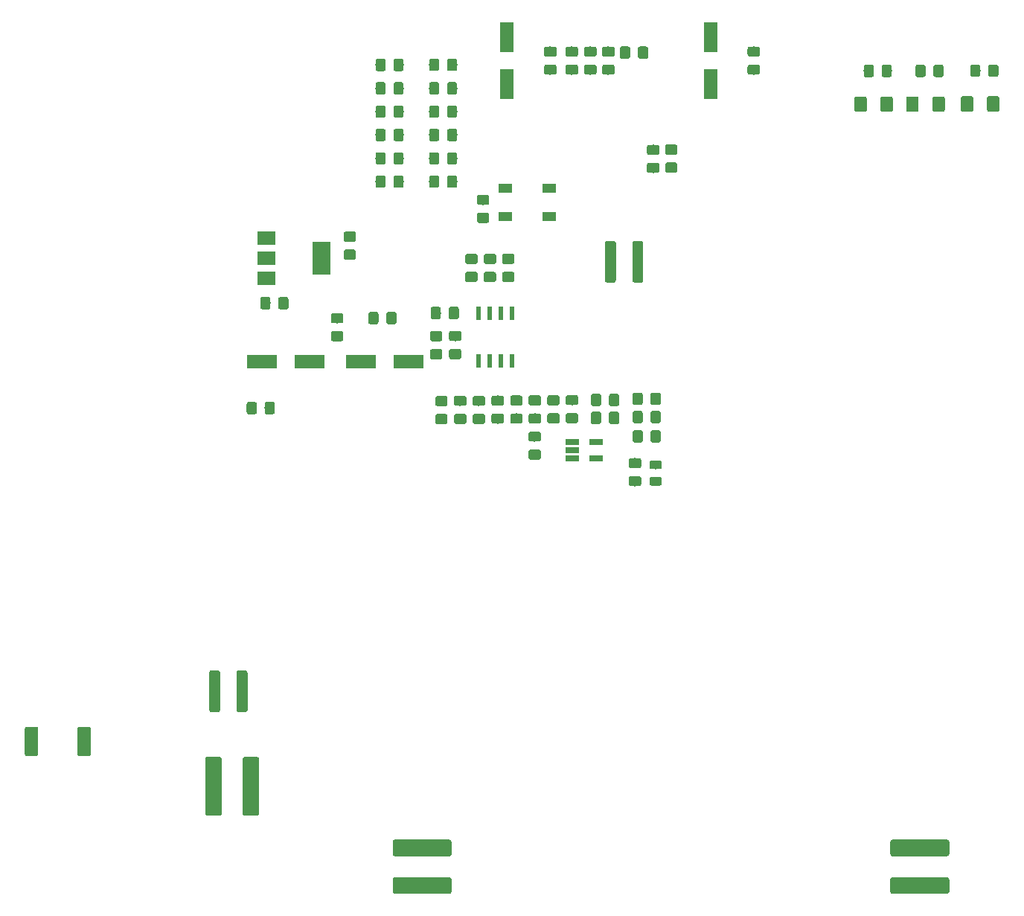
<source format=gbr>
G04 #@! TF.GenerationSoftware,KiCad,Pcbnew,(5.1.2)-2*
G04 #@! TF.CreationDate,2019-08-01T21:41:24-03:00*
G04 #@! TF.ProjectId,Frequency_Inverter,46726571-7565-46e6-9379-5f496e766572,rev?*
G04 #@! TF.SameCoordinates,Original*
G04 #@! TF.FileFunction,Paste,Top*
G04 #@! TF.FilePolarity,Positive*
%FSLAX46Y46*%
G04 Gerber Fmt 4.6, Leading zero omitted, Abs format (unit mm)*
G04 Created by KiCad (PCBNEW (5.1.2)-2) date 2019-08-01 21:41:24*
%MOMM*%
%LPD*%
G04 APERTURE LIST*
%ADD10C,0.100000*%
%ADD11C,0.975000*%
%ADD12C,1.150000*%
%ADD13R,3.500000X1.600000*%
%ADD14C,1.875000*%
%ADD15C,1.425000*%
%ADD16R,1.600000X3.500000*%
%ADD17R,1.600000X1.000000*%
%ADD18C,1.525000*%
%ADD19C,1.225000*%
%ADD20R,2.000000X3.800000*%
%ADD21R,2.000000X1.500000*%
%ADD22R,0.600000X1.550000*%
%ADD23R,1.560000X0.650000*%
G04 APERTURE END LIST*
D10*
G36*
X159280942Y-99473074D02*
G01*
X159304603Y-99476584D01*
X159327807Y-99482396D01*
X159350329Y-99490454D01*
X159371953Y-99500682D01*
X159392470Y-99512979D01*
X159411683Y-99527229D01*
X159429407Y-99543293D01*
X159445471Y-99561017D01*
X159459721Y-99580230D01*
X159472018Y-99600747D01*
X159482246Y-99622371D01*
X159490304Y-99644893D01*
X159496116Y-99668097D01*
X159499626Y-99691758D01*
X159500800Y-99715650D01*
X159500800Y-100203150D01*
X159499626Y-100227042D01*
X159496116Y-100250703D01*
X159490304Y-100273907D01*
X159482246Y-100296429D01*
X159472018Y-100318053D01*
X159459721Y-100338570D01*
X159445471Y-100357783D01*
X159429407Y-100375507D01*
X159411683Y-100391571D01*
X159392470Y-100405821D01*
X159371953Y-100418118D01*
X159350329Y-100428346D01*
X159327807Y-100436404D01*
X159304603Y-100442216D01*
X159280942Y-100445726D01*
X159257050Y-100446900D01*
X158344550Y-100446900D01*
X158320658Y-100445726D01*
X158296997Y-100442216D01*
X158273793Y-100436404D01*
X158251271Y-100428346D01*
X158229647Y-100418118D01*
X158209130Y-100405821D01*
X158189917Y-100391571D01*
X158172193Y-100375507D01*
X158156129Y-100357783D01*
X158141879Y-100338570D01*
X158129582Y-100318053D01*
X158119354Y-100296429D01*
X158111296Y-100273907D01*
X158105484Y-100250703D01*
X158101974Y-100227042D01*
X158100800Y-100203150D01*
X158100800Y-99715650D01*
X158101974Y-99691758D01*
X158105484Y-99668097D01*
X158111296Y-99644893D01*
X158119354Y-99622371D01*
X158129582Y-99600747D01*
X158141879Y-99580230D01*
X158156129Y-99561017D01*
X158172193Y-99543293D01*
X158189917Y-99527229D01*
X158209130Y-99512979D01*
X158229647Y-99500682D01*
X158251271Y-99490454D01*
X158273793Y-99482396D01*
X158296997Y-99476584D01*
X158320658Y-99473074D01*
X158344550Y-99471900D01*
X159257050Y-99471900D01*
X159280942Y-99473074D01*
X159280942Y-99473074D01*
G37*
D11*
X158800800Y-99959400D03*
D10*
G36*
X159280942Y-97598074D02*
G01*
X159304603Y-97601584D01*
X159327807Y-97607396D01*
X159350329Y-97615454D01*
X159371953Y-97625682D01*
X159392470Y-97637979D01*
X159411683Y-97652229D01*
X159429407Y-97668293D01*
X159445471Y-97686017D01*
X159459721Y-97705230D01*
X159472018Y-97725747D01*
X159482246Y-97747371D01*
X159490304Y-97769893D01*
X159496116Y-97793097D01*
X159499626Y-97816758D01*
X159500800Y-97840650D01*
X159500800Y-98328150D01*
X159499626Y-98352042D01*
X159496116Y-98375703D01*
X159490304Y-98398907D01*
X159482246Y-98421429D01*
X159472018Y-98443053D01*
X159459721Y-98463570D01*
X159445471Y-98482783D01*
X159429407Y-98500507D01*
X159411683Y-98516571D01*
X159392470Y-98530821D01*
X159371953Y-98543118D01*
X159350329Y-98553346D01*
X159327807Y-98561404D01*
X159304603Y-98567216D01*
X159280942Y-98570726D01*
X159257050Y-98571900D01*
X158344550Y-98571900D01*
X158320658Y-98570726D01*
X158296997Y-98567216D01*
X158273793Y-98561404D01*
X158251271Y-98553346D01*
X158229647Y-98543118D01*
X158209130Y-98530821D01*
X158189917Y-98516571D01*
X158172193Y-98500507D01*
X158156129Y-98482783D01*
X158141879Y-98463570D01*
X158129582Y-98443053D01*
X158119354Y-98421429D01*
X158111296Y-98398907D01*
X158105484Y-98375703D01*
X158101974Y-98352042D01*
X158100800Y-98328150D01*
X158100800Y-97840650D01*
X158101974Y-97816758D01*
X158105484Y-97793097D01*
X158111296Y-97769893D01*
X158119354Y-97747371D01*
X158129582Y-97725747D01*
X158141879Y-97705230D01*
X158156129Y-97686017D01*
X158172193Y-97668293D01*
X158189917Y-97652229D01*
X158209130Y-97637979D01*
X158229647Y-97625682D01*
X158251271Y-97615454D01*
X158273793Y-97607396D01*
X158296997Y-97601584D01*
X158320658Y-97598074D01*
X158344550Y-97596900D01*
X159257050Y-97596900D01*
X159280942Y-97598074D01*
X159280942Y-97598074D01*
G37*
D11*
X158800800Y-98084400D03*
D10*
G36*
X152372205Y-90004604D02*
G01*
X152396473Y-90008204D01*
X152420272Y-90014165D01*
X152443371Y-90022430D01*
X152465550Y-90032920D01*
X152486593Y-90045532D01*
X152506299Y-90060147D01*
X152524477Y-90076623D01*
X152540953Y-90094801D01*
X152555568Y-90114507D01*
X152568180Y-90135550D01*
X152578670Y-90157729D01*
X152586935Y-90180828D01*
X152592896Y-90204627D01*
X152596496Y-90228895D01*
X152597700Y-90253399D01*
X152597700Y-91153401D01*
X152596496Y-91177905D01*
X152592896Y-91202173D01*
X152586935Y-91225972D01*
X152578670Y-91249071D01*
X152568180Y-91271250D01*
X152555568Y-91292293D01*
X152540953Y-91311999D01*
X152524477Y-91330177D01*
X152506299Y-91346653D01*
X152486593Y-91361268D01*
X152465550Y-91373880D01*
X152443371Y-91384370D01*
X152420272Y-91392635D01*
X152396473Y-91398596D01*
X152372205Y-91402196D01*
X152347701Y-91403400D01*
X151697699Y-91403400D01*
X151673195Y-91402196D01*
X151648927Y-91398596D01*
X151625128Y-91392635D01*
X151602029Y-91384370D01*
X151579850Y-91373880D01*
X151558807Y-91361268D01*
X151539101Y-91346653D01*
X151520923Y-91330177D01*
X151504447Y-91311999D01*
X151489832Y-91292293D01*
X151477220Y-91271250D01*
X151466730Y-91249071D01*
X151458465Y-91225972D01*
X151452504Y-91202173D01*
X151448904Y-91177905D01*
X151447700Y-91153401D01*
X151447700Y-90253399D01*
X151448904Y-90228895D01*
X151452504Y-90204627D01*
X151458465Y-90180828D01*
X151466730Y-90157729D01*
X151477220Y-90135550D01*
X151489832Y-90114507D01*
X151504447Y-90094801D01*
X151520923Y-90076623D01*
X151539101Y-90060147D01*
X151558807Y-90045532D01*
X151579850Y-90032920D01*
X151602029Y-90022430D01*
X151625128Y-90014165D01*
X151648927Y-90008204D01*
X151673195Y-90004604D01*
X151697699Y-90003400D01*
X152347701Y-90003400D01*
X152372205Y-90004604D01*
X152372205Y-90004604D01*
G37*
D12*
X152022700Y-90703400D03*
D10*
G36*
X154422205Y-90004604D02*
G01*
X154446473Y-90008204D01*
X154470272Y-90014165D01*
X154493371Y-90022430D01*
X154515550Y-90032920D01*
X154536593Y-90045532D01*
X154556299Y-90060147D01*
X154574477Y-90076623D01*
X154590953Y-90094801D01*
X154605568Y-90114507D01*
X154618180Y-90135550D01*
X154628670Y-90157729D01*
X154636935Y-90180828D01*
X154642896Y-90204627D01*
X154646496Y-90228895D01*
X154647700Y-90253399D01*
X154647700Y-91153401D01*
X154646496Y-91177905D01*
X154642896Y-91202173D01*
X154636935Y-91225972D01*
X154628670Y-91249071D01*
X154618180Y-91271250D01*
X154605568Y-91292293D01*
X154590953Y-91311999D01*
X154574477Y-91330177D01*
X154556299Y-91346653D01*
X154536593Y-91361268D01*
X154515550Y-91373880D01*
X154493371Y-91384370D01*
X154470272Y-91392635D01*
X154446473Y-91398596D01*
X154422205Y-91402196D01*
X154397701Y-91403400D01*
X153747699Y-91403400D01*
X153723195Y-91402196D01*
X153698927Y-91398596D01*
X153675128Y-91392635D01*
X153652029Y-91384370D01*
X153629850Y-91373880D01*
X153608807Y-91361268D01*
X153589101Y-91346653D01*
X153570923Y-91330177D01*
X153554447Y-91311999D01*
X153539832Y-91292293D01*
X153527220Y-91271250D01*
X153516730Y-91249071D01*
X153508465Y-91225972D01*
X153502504Y-91202173D01*
X153498904Y-91177905D01*
X153497700Y-91153401D01*
X153497700Y-90253399D01*
X153498904Y-90228895D01*
X153502504Y-90204627D01*
X153508465Y-90180828D01*
X153516730Y-90157729D01*
X153527220Y-90135550D01*
X153539832Y-90114507D01*
X153554447Y-90094801D01*
X153570923Y-90076623D01*
X153589101Y-90060147D01*
X153608807Y-90045532D01*
X153629850Y-90032920D01*
X153652029Y-90022430D01*
X153675128Y-90014165D01*
X153698927Y-90008204D01*
X153723195Y-90004604D01*
X153747699Y-90003400D01*
X154397701Y-90003400D01*
X154422205Y-90004604D01*
X154422205Y-90004604D01*
G37*
D12*
X154072700Y-90703400D03*
D10*
G36*
X134307105Y-84922604D02*
G01*
X134331373Y-84926204D01*
X134355172Y-84932165D01*
X134378271Y-84940430D01*
X134400450Y-84950920D01*
X134421493Y-84963532D01*
X134441199Y-84978147D01*
X134459377Y-84994623D01*
X134475853Y-85012801D01*
X134490468Y-85032507D01*
X134503080Y-85053550D01*
X134513570Y-85075729D01*
X134521835Y-85098828D01*
X134527796Y-85122627D01*
X134531396Y-85146895D01*
X134532600Y-85171399D01*
X134532600Y-85821401D01*
X134531396Y-85845905D01*
X134527796Y-85870173D01*
X134521835Y-85893972D01*
X134513570Y-85917071D01*
X134503080Y-85939250D01*
X134490468Y-85960293D01*
X134475853Y-85979999D01*
X134459377Y-85998177D01*
X134441199Y-86014653D01*
X134421493Y-86029268D01*
X134400450Y-86041880D01*
X134378271Y-86052370D01*
X134355172Y-86060635D01*
X134331373Y-86066596D01*
X134307105Y-86070196D01*
X134282601Y-86071400D01*
X133382599Y-86071400D01*
X133358095Y-86070196D01*
X133333827Y-86066596D01*
X133310028Y-86060635D01*
X133286929Y-86052370D01*
X133264750Y-86041880D01*
X133243707Y-86029268D01*
X133224001Y-86014653D01*
X133205823Y-85998177D01*
X133189347Y-85979999D01*
X133174732Y-85960293D01*
X133162120Y-85939250D01*
X133151630Y-85917071D01*
X133143365Y-85893972D01*
X133137404Y-85870173D01*
X133133804Y-85845905D01*
X133132600Y-85821401D01*
X133132600Y-85171399D01*
X133133804Y-85146895D01*
X133137404Y-85122627D01*
X133143365Y-85098828D01*
X133151630Y-85075729D01*
X133162120Y-85053550D01*
X133174732Y-85032507D01*
X133189347Y-85012801D01*
X133205823Y-84994623D01*
X133224001Y-84978147D01*
X133243707Y-84963532D01*
X133264750Y-84950920D01*
X133286929Y-84940430D01*
X133310028Y-84932165D01*
X133333827Y-84926204D01*
X133358095Y-84922604D01*
X133382599Y-84921400D01*
X134282601Y-84921400D01*
X134307105Y-84922604D01*
X134307105Y-84922604D01*
G37*
D12*
X133832600Y-85496400D03*
D10*
G36*
X134307105Y-82872604D02*
G01*
X134331373Y-82876204D01*
X134355172Y-82882165D01*
X134378271Y-82890430D01*
X134400450Y-82900920D01*
X134421493Y-82913532D01*
X134441199Y-82928147D01*
X134459377Y-82944623D01*
X134475853Y-82962801D01*
X134490468Y-82982507D01*
X134503080Y-83003550D01*
X134513570Y-83025729D01*
X134521835Y-83048828D01*
X134527796Y-83072627D01*
X134531396Y-83096895D01*
X134532600Y-83121399D01*
X134532600Y-83771401D01*
X134531396Y-83795905D01*
X134527796Y-83820173D01*
X134521835Y-83843972D01*
X134513570Y-83867071D01*
X134503080Y-83889250D01*
X134490468Y-83910293D01*
X134475853Y-83929999D01*
X134459377Y-83948177D01*
X134441199Y-83964653D01*
X134421493Y-83979268D01*
X134400450Y-83991880D01*
X134378271Y-84002370D01*
X134355172Y-84010635D01*
X134331373Y-84016596D01*
X134307105Y-84020196D01*
X134282601Y-84021400D01*
X133382599Y-84021400D01*
X133358095Y-84020196D01*
X133333827Y-84016596D01*
X133310028Y-84010635D01*
X133286929Y-84002370D01*
X133264750Y-83991880D01*
X133243707Y-83979268D01*
X133224001Y-83964653D01*
X133205823Y-83948177D01*
X133189347Y-83929999D01*
X133174732Y-83910293D01*
X133162120Y-83889250D01*
X133151630Y-83867071D01*
X133143365Y-83843972D01*
X133137404Y-83820173D01*
X133133804Y-83795905D01*
X133132600Y-83771401D01*
X133132600Y-83121399D01*
X133133804Y-83096895D01*
X133137404Y-83072627D01*
X133143365Y-83048828D01*
X133151630Y-83025729D01*
X133162120Y-83003550D01*
X133174732Y-82982507D01*
X133189347Y-82962801D01*
X133205823Y-82944623D01*
X133224001Y-82928147D01*
X133243707Y-82913532D01*
X133264750Y-82900920D01*
X133286929Y-82890430D01*
X133310028Y-82882165D01*
X133333827Y-82876204D01*
X133358095Y-82872604D01*
X133382599Y-82871400D01*
X134282601Y-82871400D01*
X134307105Y-82872604D01*
X134307105Y-82872604D01*
G37*
D12*
X133832600Y-83446400D03*
D10*
G36*
X113192705Y-90931704D02*
G01*
X113216973Y-90935304D01*
X113240772Y-90941265D01*
X113263871Y-90949530D01*
X113286050Y-90960020D01*
X113307093Y-90972632D01*
X113326799Y-90987247D01*
X113344977Y-91003723D01*
X113361453Y-91021901D01*
X113376068Y-91041607D01*
X113388680Y-91062650D01*
X113399170Y-91084829D01*
X113407435Y-91107928D01*
X113413396Y-91131727D01*
X113416996Y-91155995D01*
X113418200Y-91180499D01*
X113418200Y-92080501D01*
X113416996Y-92105005D01*
X113413396Y-92129273D01*
X113407435Y-92153072D01*
X113399170Y-92176171D01*
X113388680Y-92198350D01*
X113376068Y-92219393D01*
X113361453Y-92239099D01*
X113344977Y-92257277D01*
X113326799Y-92273753D01*
X113307093Y-92288368D01*
X113286050Y-92300980D01*
X113263871Y-92311470D01*
X113240772Y-92319735D01*
X113216973Y-92325696D01*
X113192705Y-92329296D01*
X113168201Y-92330500D01*
X112518199Y-92330500D01*
X112493695Y-92329296D01*
X112469427Y-92325696D01*
X112445628Y-92319735D01*
X112422529Y-92311470D01*
X112400350Y-92300980D01*
X112379307Y-92288368D01*
X112359601Y-92273753D01*
X112341423Y-92257277D01*
X112324947Y-92239099D01*
X112310332Y-92219393D01*
X112297720Y-92198350D01*
X112287230Y-92176171D01*
X112278965Y-92153072D01*
X112273004Y-92129273D01*
X112269404Y-92105005D01*
X112268200Y-92080501D01*
X112268200Y-91180499D01*
X112269404Y-91155995D01*
X112273004Y-91131727D01*
X112278965Y-91107928D01*
X112287230Y-91084829D01*
X112297720Y-91062650D01*
X112310332Y-91041607D01*
X112324947Y-91021901D01*
X112341423Y-91003723D01*
X112359601Y-90987247D01*
X112379307Y-90972632D01*
X112400350Y-90960020D01*
X112422529Y-90949530D01*
X112445628Y-90941265D01*
X112469427Y-90935304D01*
X112493695Y-90931704D01*
X112518199Y-90930500D01*
X113168201Y-90930500D01*
X113192705Y-90931704D01*
X113192705Y-90931704D01*
G37*
D12*
X112843200Y-91630500D03*
D10*
G36*
X115242705Y-90931704D02*
G01*
X115266973Y-90935304D01*
X115290772Y-90941265D01*
X115313871Y-90949530D01*
X115336050Y-90960020D01*
X115357093Y-90972632D01*
X115376799Y-90987247D01*
X115394977Y-91003723D01*
X115411453Y-91021901D01*
X115426068Y-91041607D01*
X115438680Y-91062650D01*
X115449170Y-91084829D01*
X115457435Y-91107928D01*
X115463396Y-91131727D01*
X115466996Y-91155995D01*
X115468200Y-91180499D01*
X115468200Y-92080501D01*
X115466996Y-92105005D01*
X115463396Y-92129273D01*
X115457435Y-92153072D01*
X115449170Y-92176171D01*
X115438680Y-92198350D01*
X115426068Y-92219393D01*
X115411453Y-92239099D01*
X115394977Y-92257277D01*
X115376799Y-92273753D01*
X115357093Y-92288368D01*
X115336050Y-92300980D01*
X115313871Y-92311470D01*
X115290772Y-92319735D01*
X115266973Y-92325696D01*
X115242705Y-92329296D01*
X115218201Y-92330500D01*
X114568199Y-92330500D01*
X114543695Y-92329296D01*
X114519427Y-92325696D01*
X114495628Y-92319735D01*
X114472529Y-92311470D01*
X114450350Y-92300980D01*
X114429307Y-92288368D01*
X114409601Y-92273753D01*
X114391423Y-92257277D01*
X114374947Y-92239099D01*
X114360332Y-92219393D01*
X114347720Y-92198350D01*
X114337230Y-92176171D01*
X114328965Y-92153072D01*
X114323004Y-92129273D01*
X114319404Y-92105005D01*
X114318200Y-92080501D01*
X114318200Y-91180499D01*
X114319404Y-91155995D01*
X114323004Y-91131727D01*
X114328965Y-91107928D01*
X114337230Y-91084829D01*
X114347720Y-91062650D01*
X114360332Y-91041607D01*
X114374947Y-91021901D01*
X114391423Y-91003723D01*
X114409601Y-90987247D01*
X114429307Y-90972632D01*
X114450350Y-90960020D01*
X114472529Y-90949530D01*
X114495628Y-90941265D01*
X114519427Y-90935304D01*
X114543695Y-90931704D01*
X114568199Y-90930500D01*
X115218201Y-90930500D01*
X115242705Y-90931704D01*
X115242705Y-90931704D01*
G37*
D12*
X114893200Y-91630500D03*
D13*
X119413000Y-86347300D03*
X114013000Y-86347300D03*
D10*
G36*
X116792105Y-78993704D02*
G01*
X116816373Y-78997304D01*
X116840172Y-79003265D01*
X116863271Y-79011530D01*
X116885450Y-79022020D01*
X116906493Y-79034632D01*
X116926199Y-79049247D01*
X116944377Y-79065723D01*
X116960853Y-79083901D01*
X116975468Y-79103607D01*
X116988080Y-79124650D01*
X116998570Y-79146829D01*
X117006835Y-79169928D01*
X117012796Y-79193727D01*
X117016396Y-79217995D01*
X117017600Y-79242499D01*
X117017600Y-80142501D01*
X117016396Y-80167005D01*
X117012796Y-80191273D01*
X117006835Y-80215072D01*
X116998570Y-80238171D01*
X116988080Y-80260350D01*
X116975468Y-80281393D01*
X116960853Y-80301099D01*
X116944377Y-80319277D01*
X116926199Y-80335753D01*
X116906493Y-80350368D01*
X116885450Y-80362980D01*
X116863271Y-80373470D01*
X116840172Y-80381735D01*
X116816373Y-80387696D01*
X116792105Y-80391296D01*
X116767601Y-80392500D01*
X116117599Y-80392500D01*
X116093095Y-80391296D01*
X116068827Y-80387696D01*
X116045028Y-80381735D01*
X116021929Y-80373470D01*
X115999750Y-80362980D01*
X115978707Y-80350368D01*
X115959001Y-80335753D01*
X115940823Y-80319277D01*
X115924347Y-80301099D01*
X115909732Y-80281393D01*
X115897120Y-80260350D01*
X115886630Y-80238171D01*
X115878365Y-80215072D01*
X115872404Y-80191273D01*
X115868804Y-80167005D01*
X115867600Y-80142501D01*
X115867600Y-79242499D01*
X115868804Y-79217995D01*
X115872404Y-79193727D01*
X115878365Y-79169928D01*
X115886630Y-79146829D01*
X115897120Y-79124650D01*
X115909732Y-79103607D01*
X115924347Y-79083901D01*
X115940823Y-79065723D01*
X115959001Y-79049247D01*
X115978707Y-79034632D01*
X115999750Y-79022020D01*
X116021929Y-79011530D01*
X116045028Y-79003265D01*
X116068827Y-78997304D01*
X116093095Y-78993704D01*
X116117599Y-78992500D01*
X116767601Y-78992500D01*
X116792105Y-78993704D01*
X116792105Y-78993704D01*
G37*
D12*
X116442600Y-79692500D03*
D10*
G36*
X114742105Y-78993704D02*
G01*
X114766373Y-78997304D01*
X114790172Y-79003265D01*
X114813271Y-79011530D01*
X114835450Y-79022020D01*
X114856493Y-79034632D01*
X114876199Y-79049247D01*
X114894377Y-79065723D01*
X114910853Y-79083901D01*
X114925468Y-79103607D01*
X114938080Y-79124650D01*
X114948570Y-79146829D01*
X114956835Y-79169928D01*
X114962796Y-79193727D01*
X114966396Y-79217995D01*
X114967600Y-79242499D01*
X114967600Y-80142501D01*
X114966396Y-80167005D01*
X114962796Y-80191273D01*
X114956835Y-80215072D01*
X114948570Y-80238171D01*
X114938080Y-80260350D01*
X114925468Y-80281393D01*
X114910853Y-80301099D01*
X114894377Y-80319277D01*
X114876199Y-80335753D01*
X114856493Y-80350368D01*
X114835450Y-80362980D01*
X114813271Y-80373470D01*
X114790172Y-80381735D01*
X114766373Y-80387696D01*
X114742105Y-80391296D01*
X114717601Y-80392500D01*
X114067599Y-80392500D01*
X114043095Y-80391296D01*
X114018827Y-80387696D01*
X113995028Y-80381735D01*
X113971929Y-80373470D01*
X113949750Y-80362980D01*
X113928707Y-80350368D01*
X113909001Y-80335753D01*
X113890823Y-80319277D01*
X113874347Y-80301099D01*
X113859732Y-80281393D01*
X113847120Y-80260350D01*
X113836630Y-80238171D01*
X113828365Y-80215072D01*
X113822404Y-80191273D01*
X113818804Y-80167005D01*
X113817600Y-80142501D01*
X113817600Y-79242499D01*
X113818804Y-79217995D01*
X113822404Y-79193727D01*
X113828365Y-79169928D01*
X113836630Y-79146829D01*
X113847120Y-79124650D01*
X113859732Y-79103607D01*
X113874347Y-79083901D01*
X113890823Y-79065723D01*
X113909001Y-79049247D01*
X113928707Y-79034632D01*
X113949750Y-79022020D01*
X113971929Y-79011530D01*
X113995028Y-79003265D01*
X114018827Y-78997304D01*
X114043095Y-78993704D01*
X114067599Y-78992500D01*
X114717601Y-78992500D01*
X114742105Y-78993704D01*
X114742105Y-78993704D01*
G37*
D12*
X114392600Y-79692500D03*
D10*
G36*
X124477305Y-73603204D02*
G01*
X124501573Y-73606804D01*
X124525372Y-73612765D01*
X124548471Y-73621030D01*
X124570650Y-73631520D01*
X124591693Y-73644132D01*
X124611399Y-73658747D01*
X124629577Y-73675223D01*
X124646053Y-73693401D01*
X124660668Y-73713107D01*
X124673280Y-73734150D01*
X124683770Y-73756329D01*
X124692035Y-73779428D01*
X124697996Y-73803227D01*
X124701596Y-73827495D01*
X124702800Y-73851999D01*
X124702800Y-74502001D01*
X124701596Y-74526505D01*
X124697996Y-74550773D01*
X124692035Y-74574572D01*
X124683770Y-74597671D01*
X124673280Y-74619850D01*
X124660668Y-74640893D01*
X124646053Y-74660599D01*
X124629577Y-74678777D01*
X124611399Y-74695253D01*
X124591693Y-74709868D01*
X124570650Y-74722480D01*
X124548471Y-74732970D01*
X124525372Y-74741235D01*
X124501573Y-74747196D01*
X124477305Y-74750796D01*
X124452801Y-74752000D01*
X123552799Y-74752000D01*
X123528295Y-74750796D01*
X123504027Y-74747196D01*
X123480228Y-74741235D01*
X123457129Y-74732970D01*
X123434950Y-74722480D01*
X123413907Y-74709868D01*
X123394201Y-74695253D01*
X123376023Y-74678777D01*
X123359547Y-74660599D01*
X123344932Y-74640893D01*
X123332320Y-74619850D01*
X123321830Y-74597671D01*
X123313565Y-74574572D01*
X123307604Y-74550773D01*
X123304004Y-74526505D01*
X123302800Y-74502001D01*
X123302800Y-73851999D01*
X123304004Y-73827495D01*
X123307604Y-73803227D01*
X123313565Y-73779428D01*
X123321830Y-73756329D01*
X123332320Y-73734150D01*
X123344932Y-73713107D01*
X123359547Y-73693401D01*
X123376023Y-73675223D01*
X123394201Y-73658747D01*
X123413907Y-73644132D01*
X123434950Y-73631520D01*
X123457129Y-73621030D01*
X123480228Y-73612765D01*
X123504027Y-73606804D01*
X123528295Y-73603204D01*
X123552799Y-73602000D01*
X124452801Y-73602000D01*
X124477305Y-73603204D01*
X124477305Y-73603204D01*
G37*
D12*
X124002800Y-74177000D03*
D10*
G36*
X124477305Y-71553204D02*
G01*
X124501573Y-71556804D01*
X124525372Y-71562765D01*
X124548471Y-71571030D01*
X124570650Y-71581520D01*
X124591693Y-71594132D01*
X124611399Y-71608747D01*
X124629577Y-71625223D01*
X124646053Y-71643401D01*
X124660668Y-71663107D01*
X124673280Y-71684150D01*
X124683770Y-71706329D01*
X124692035Y-71729428D01*
X124697996Y-71753227D01*
X124701596Y-71777495D01*
X124702800Y-71801999D01*
X124702800Y-72452001D01*
X124701596Y-72476505D01*
X124697996Y-72500773D01*
X124692035Y-72524572D01*
X124683770Y-72547671D01*
X124673280Y-72569850D01*
X124660668Y-72590893D01*
X124646053Y-72610599D01*
X124629577Y-72628777D01*
X124611399Y-72645253D01*
X124591693Y-72659868D01*
X124570650Y-72672480D01*
X124548471Y-72682970D01*
X124525372Y-72691235D01*
X124501573Y-72697196D01*
X124477305Y-72700796D01*
X124452801Y-72702000D01*
X123552799Y-72702000D01*
X123528295Y-72700796D01*
X123504027Y-72697196D01*
X123480228Y-72691235D01*
X123457129Y-72682970D01*
X123434950Y-72672480D01*
X123413907Y-72659868D01*
X123394201Y-72645253D01*
X123376023Y-72628777D01*
X123359547Y-72610599D01*
X123344932Y-72590893D01*
X123332320Y-72569850D01*
X123321830Y-72547671D01*
X123313565Y-72524572D01*
X123307604Y-72500773D01*
X123304004Y-72476505D01*
X123302800Y-72452001D01*
X123302800Y-71801999D01*
X123304004Y-71777495D01*
X123307604Y-71753227D01*
X123313565Y-71729428D01*
X123321830Y-71706329D01*
X123332320Y-71684150D01*
X123344932Y-71663107D01*
X123359547Y-71643401D01*
X123376023Y-71625223D01*
X123394201Y-71608747D01*
X123413907Y-71594132D01*
X123434950Y-71581520D01*
X123457129Y-71571030D01*
X123480228Y-71562765D01*
X123504027Y-71556804D01*
X123528295Y-71553204D01*
X123552799Y-71552000D01*
X124452801Y-71552000D01*
X124477305Y-71553204D01*
X124477305Y-71553204D01*
G37*
D12*
X124002800Y-72127000D03*
D10*
G36*
X123029505Y-80836904D02*
G01*
X123053773Y-80840504D01*
X123077572Y-80846465D01*
X123100671Y-80854730D01*
X123122850Y-80865220D01*
X123143893Y-80877832D01*
X123163599Y-80892447D01*
X123181777Y-80908923D01*
X123198253Y-80927101D01*
X123212868Y-80946807D01*
X123225480Y-80967850D01*
X123235970Y-80990029D01*
X123244235Y-81013128D01*
X123250196Y-81036927D01*
X123253796Y-81061195D01*
X123255000Y-81085699D01*
X123255000Y-81735701D01*
X123253796Y-81760205D01*
X123250196Y-81784473D01*
X123244235Y-81808272D01*
X123235970Y-81831371D01*
X123225480Y-81853550D01*
X123212868Y-81874593D01*
X123198253Y-81894299D01*
X123181777Y-81912477D01*
X123163599Y-81928953D01*
X123143893Y-81943568D01*
X123122850Y-81956180D01*
X123100671Y-81966670D01*
X123077572Y-81974935D01*
X123053773Y-81980896D01*
X123029505Y-81984496D01*
X123005001Y-81985700D01*
X122104999Y-81985700D01*
X122080495Y-81984496D01*
X122056227Y-81980896D01*
X122032428Y-81974935D01*
X122009329Y-81966670D01*
X121987150Y-81956180D01*
X121966107Y-81943568D01*
X121946401Y-81928953D01*
X121928223Y-81912477D01*
X121911747Y-81894299D01*
X121897132Y-81874593D01*
X121884520Y-81853550D01*
X121874030Y-81831371D01*
X121865765Y-81808272D01*
X121859804Y-81784473D01*
X121856204Y-81760205D01*
X121855000Y-81735701D01*
X121855000Y-81085699D01*
X121856204Y-81061195D01*
X121859804Y-81036927D01*
X121865765Y-81013128D01*
X121874030Y-80990029D01*
X121884520Y-80967850D01*
X121897132Y-80946807D01*
X121911747Y-80927101D01*
X121928223Y-80908923D01*
X121946401Y-80892447D01*
X121966107Y-80877832D01*
X121987150Y-80865220D01*
X122009329Y-80854730D01*
X122032428Y-80846465D01*
X122056227Y-80840504D01*
X122080495Y-80836904D01*
X122104999Y-80835700D01*
X123005001Y-80835700D01*
X123029505Y-80836904D01*
X123029505Y-80836904D01*
G37*
D12*
X122555000Y-81410700D03*
D10*
G36*
X123029505Y-82886904D02*
G01*
X123053773Y-82890504D01*
X123077572Y-82896465D01*
X123100671Y-82904730D01*
X123122850Y-82915220D01*
X123143893Y-82927832D01*
X123163599Y-82942447D01*
X123181777Y-82958923D01*
X123198253Y-82977101D01*
X123212868Y-82996807D01*
X123225480Y-83017850D01*
X123235970Y-83040029D01*
X123244235Y-83063128D01*
X123250196Y-83086927D01*
X123253796Y-83111195D01*
X123255000Y-83135699D01*
X123255000Y-83785701D01*
X123253796Y-83810205D01*
X123250196Y-83834473D01*
X123244235Y-83858272D01*
X123235970Y-83881371D01*
X123225480Y-83903550D01*
X123212868Y-83924593D01*
X123198253Y-83944299D01*
X123181777Y-83962477D01*
X123163599Y-83978953D01*
X123143893Y-83993568D01*
X123122850Y-84006180D01*
X123100671Y-84016670D01*
X123077572Y-84024935D01*
X123053773Y-84030896D01*
X123029505Y-84034496D01*
X123005001Y-84035700D01*
X122104999Y-84035700D01*
X122080495Y-84034496D01*
X122056227Y-84030896D01*
X122032428Y-84024935D01*
X122009329Y-84016670D01*
X121987150Y-84006180D01*
X121966107Y-83993568D01*
X121946401Y-83978953D01*
X121928223Y-83962477D01*
X121911747Y-83944299D01*
X121897132Y-83924593D01*
X121884520Y-83903550D01*
X121874030Y-83881371D01*
X121865765Y-83858272D01*
X121859804Y-83834473D01*
X121856204Y-83810205D01*
X121855000Y-83785701D01*
X121855000Y-83135699D01*
X121856204Y-83111195D01*
X121859804Y-83086927D01*
X121865765Y-83063128D01*
X121874030Y-83040029D01*
X121884520Y-83017850D01*
X121897132Y-82996807D01*
X121911747Y-82977101D01*
X121928223Y-82958923D01*
X121946401Y-82942447D01*
X121966107Y-82927832D01*
X121987150Y-82915220D01*
X122009329Y-82904730D01*
X122032428Y-82896465D01*
X122056227Y-82890504D01*
X122080495Y-82886904D01*
X122104999Y-82885700D01*
X123005001Y-82885700D01*
X123029505Y-82886904D01*
X123029505Y-82886904D01*
G37*
D12*
X122555000Y-83460700D03*
D13*
X130690600Y-86321900D03*
X125290600Y-86321900D03*
D10*
G36*
X109191505Y-131322004D02*
G01*
X109215773Y-131325604D01*
X109239572Y-131331565D01*
X109262671Y-131339830D01*
X109284850Y-131350320D01*
X109305893Y-131362932D01*
X109325599Y-131377547D01*
X109343777Y-131394023D01*
X109360253Y-131412201D01*
X109374868Y-131431907D01*
X109387480Y-131452950D01*
X109397970Y-131475129D01*
X109406235Y-131498228D01*
X109412196Y-131522027D01*
X109415796Y-131546295D01*
X109417000Y-131570799D01*
X109417000Y-137770801D01*
X109415796Y-137795305D01*
X109412196Y-137819573D01*
X109406235Y-137843372D01*
X109397970Y-137866471D01*
X109387480Y-137888650D01*
X109374868Y-137909693D01*
X109360253Y-137929399D01*
X109343777Y-137947577D01*
X109325599Y-137964053D01*
X109305893Y-137978668D01*
X109284850Y-137991280D01*
X109262671Y-138001770D01*
X109239572Y-138010035D01*
X109215773Y-138015996D01*
X109191505Y-138019596D01*
X109167001Y-138020800D01*
X107791999Y-138020800D01*
X107767495Y-138019596D01*
X107743227Y-138015996D01*
X107719428Y-138010035D01*
X107696329Y-138001770D01*
X107674150Y-137991280D01*
X107653107Y-137978668D01*
X107633401Y-137964053D01*
X107615223Y-137947577D01*
X107598747Y-137929399D01*
X107584132Y-137909693D01*
X107571520Y-137888650D01*
X107561030Y-137866471D01*
X107552765Y-137843372D01*
X107546804Y-137819573D01*
X107543204Y-137795305D01*
X107542000Y-137770801D01*
X107542000Y-131570799D01*
X107543204Y-131546295D01*
X107546804Y-131522027D01*
X107552765Y-131498228D01*
X107561030Y-131475129D01*
X107571520Y-131452950D01*
X107584132Y-131431907D01*
X107598747Y-131412201D01*
X107615223Y-131394023D01*
X107633401Y-131377547D01*
X107653107Y-131362932D01*
X107674150Y-131350320D01*
X107696329Y-131339830D01*
X107719428Y-131331565D01*
X107743227Y-131325604D01*
X107767495Y-131322004D01*
X107791999Y-131320800D01*
X109167001Y-131320800D01*
X109191505Y-131322004D01*
X109191505Y-131322004D01*
G37*
D14*
X108479500Y-134670800D03*
D10*
G36*
X113466505Y-131322004D02*
G01*
X113490773Y-131325604D01*
X113514572Y-131331565D01*
X113537671Y-131339830D01*
X113559850Y-131350320D01*
X113580893Y-131362932D01*
X113600599Y-131377547D01*
X113618777Y-131394023D01*
X113635253Y-131412201D01*
X113649868Y-131431907D01*
X113662480Y-131452950D01*
X113672970Y-131475129D01*
X113681235Y-131498228D01*
X113687196Y-131522027D01*
X113690796Y-131546295D01*
X113692000Y-131570799D01*
X113692000Y-137770801D01*
X113690796Y-137795305D01*
X113687196Y-137819573D01*
X113681235Y-137843372D01*
X113672970Y-137866471D01*
X113662480Y-137888650D01*
X113649868Y-137909693D01*
X113635253Y-137929399D01*
X113618777Y-137947577D01*
X113600599Y-137964053D01*
X113580893Y-137978668D01*
X113559850Y-137991280D01*
X113537671Y-138001770D01*
X113514572Y-138010035D01*
X113490773Y-138015996D01*
X113466505Y-138019596D01*
X113442001Y-138020800D01*
X112066999Y-138020800D01*
X112042495Y-138019596D01*
X112018227Y-138015996D01*
X111994428Y-138010035D01*
X111971329Y-138001770D01*
X111949150Y-137991280D01*
X111928107Y-137978668D01*
X111908401Y-137964053D01*
X111890223Y-137947577D01*
X111873747Y-137929399D01*
X111859132Y-137909693D01*
X111846520Y-137888650D01*
X111836030Y-137866471D01*
X111827765Y-137843372D01*
X111821804Y-137819573D01*
X111818204Y-137795305D01*
X111817000Y-137770801D01*
X111817000Y-131570799D01*
X111818204Y-131546295D01*
X111821804Y-131522027D01*
X111827765Y-131498228D01*
X111836030Y-131475129D01*
X111846520Y-131452950D01*
X111859132Y-131431907D01*
X111873747Y-131412201D01*
X111890223Y-131394023D01*
X111908401Y-131377547D01*
X111928107Y-131362932D01*
X111949150Y-131350320D01*
X111971329Y-131339830D01*
X111994428Y-131331565D01*
X112018227Y-131325604D01*
X112042495Y-131322004D01*
X112066999Y-131320800D01*
X113442001Y-131320800D01*
X113466505Y-131322004D01*
X113466505Y-131322004D01*
G37*
D14*
X112754500Y-134670800D03*
D10*
G36*
X185435605Y-52577704D02*
G01*
X185459873Y-52581304D01*
X185483672Y-52587265D01*
X185506771Y-52595530D01*
X185528950Y-52606020D01*
X185549993Y-52618632D01*
X185569699Y-52633247D01*
X185587877Y-52649723D01*
X185604353Y-52667901D01*
X185618968Y-52687607D01*
X185631580Y-52708650D01*
X185642070Y-52730829D01*
X185650335Y-52753928D01*
X185656296Y-52777727D01*
X185659896Y-52801995D01*
X185661100Y-52826499D01*
X185661100Y-53726501D01*
X185659896Y-53751005D01*
X185656296Y-53775273D01*
X185650335Y-53799072D01*
X185642070Y-53822171D01*
X185631580Y-53844350D01*
X185618968Y-53865393D01*
X185604353Y-53885099D01*
X185587877Y-53903277D01*
X185569699Y-53919753D01*
X185549993Y-53934368D01*
X185528950Y-53946980D01*
X185506771Y-53957470D01*
X185483672Y-53965735D01*
X185459873Y-53971696D01*
X185435605Y-53975296D01*
X185411101Y-53976500D01*
X184761099Y-53976500D01*
X184736595Y-53975296D01*
X184712327Y-53971696D01*
X184688528Y-53965735D01*
X184665429Y-53957470D01*
X184643250Y-53946980D01*
X184622207Y-53934368D01*
X184602501Y-53919753D01*
X184584323Y-53903277D01*
X184567847Y-53885099D01*
X184553232Y-53865393D01*
X184540620Y-53844350D01*
X184530130Y-53822171D01*
X184521865Y-53799072D01*
X184515904Y-53775273D01*
X184512304Y-53751005D01*
X184511100Y-53726501D01*
X184511100Y-52826499D01*
X184512304Y-52801995D01*
X184515904Y-52777727D01*
X184521865Y-52753928D01*
X184530130Y-52730829D01*
X184540620Y-52708650D01*
X184553232Y-52687607D01*
X184567847Y-52667901D01*
X184584323Y-52649723D01*
X184602501Y-52633247D01*
X184622207Y-52618632D01*
X184643250Y-52606020D01*
X184665429Y-52595530D01*
X184688528Y-52587265D01*
X184712327Y-52581304D01*
X184736595Y-52577704D01*
X184761099Y-52576500D01*
X185411101Y-52576500D01*
X185435605Y-52577704D01*
X185435605Y-52577704D01*
G37*
D12*
X185086100Y-53276500D03*
D10*
G36*
X183385605Y-52577704D02*
G01*
X183409873Y-52581304D01*
X183433672Y-52587265D01*
X183456771Y-52595530D01*
X183478950Y-52606020D01*
X183499993Y-52618632D01*
X183519699Y-52633247D01*
X183537877Y-52649723D01*
X183554353Y-52667901D01*
X183568968Y-52687607D01*
X183581580Y-52708650D01*
X183592070Y-52730829D01*
X183600335Y-52753928D01*
X183606296Y-52777727D01*
X183609896Y-52801995D01*
X183611100Y-52826499D01*
X183611100Y-53726501D01*
X183609896Y-53751005D01*
X183606296Y-53775273D01*
X183600335Y-53799072D01*
X183592070Y-53822171D01*
X183581580Y-53844350D01*
X183568968Y-53865393D01*
X183554353Y-53885099D01*
X183537877Y-53903277D01*
X183519699Y-53919753D01*
X183499993Y-53934368D01*
X183478950Y-53946980D01*
X183456771Y-53957470D01*
X183433672Y-53965735D01*
X183409873Y-53971696D01*
X183385605Y-53975296D01*
X183361101Y-53976500D01*
X182711099Y-53976500D01*
X182686595Y-53975296D01*
X182662327Y-53971696D01*
X182638528Y-53965735D01*
X182615429Y-53957470D01*
X182593250Y-53946980D01*
X182572207Y-53934368D01*
X182552501Y-53919753D01*
X182534323Y-53903277D01*
X182517847Y-53885099D01*
X182503232Y-53865393D01*
X182490620Y-53844350D01*
X182480130Y-53822171D01*
X182471865Y-53799072D01*
X182465904Y-53775273D01*
X182462304Y-53751005D01*
X182461100Y-53726501D01*
X182461100Y-52826499D01*
X182462304Y-52801995D01*
X182465904Y-52777727D01*
X182471865Y-52753928D01*
X182480130Y-52730829D01*
X182490620Y-52708650D01*
X182503232Y-52687607D01*
X182517847Y-52667901D01*
X182534323Y-52649723D01*
X182552501Y-52633247D01*
X182572207Y-52618632D01*
X182593250Y-52606020D01*
X182615429Y-52595530D01*
X182638528Y-52587265D01*
X182662327Y-52581304D01*
X182686595Y-52577704D01*
X182711099Y-52576500D01*
X183361101Y-52576500D01*
X183385605Y-52577704D01*
X183385605Y-52577704D01*
G37*
D12*
X183036100Y-53276500D03*
D10*
G36*
X189278405Y-52565004D02*
G01*
X189302673Y-52568604D01*
X189326472Y-52574565D01*
X189349571Y-52582830D01*
X189371750Y-52593320D01*
X189392793Y-52605932D01*
X189412499Y-52620547D01*
X189430677Y-52637023D01*
X189447153Y-52655201D01*
X189461768Y-52674907D01*
X189474380Y-52695950D01*
X189484870Y-52718129D01*
X189493135Y-52741228D01*
X189499096Y-52765027D01*
X189502696Y-52789295D01*
X189503900Y-52813799D01*
X189503900Y-53713801D01*
X189502696Y-53738305D01*
X189499096Y-53762573D01*
X189493135Y-53786372D01*
X189484870Y-53809471D01*
X189474380Y-53831650D01*
X189461768Y-53852693D01*
X189447153Y-53872399D01*
X189430677Y-53890577D01*
X189412499Y-53907053D01*
X189392793Y-53921668D01*
X189371750Y-53934280D01*
X189349571Y-53944770D01*
X189326472Y-53953035D01*
X189302673Y-53958996D01*
X189278405Y-53962596D01*
X189253901Y-53963800D01*
X188603899Y-53963800D01*
X188579395Y-53962596D01*
X188555127Y-53958996D01*
X188531328Y-53953035D01*
X188508229Y-53944770D01*
X188486050Y-53934280D01*
X188465007Y-53921668D01*
X188445301Y-53907053D01*
X188427123Y-53890577D01*
X188410647Y-53872399D01*
X188396032Y-53852693D01*
X188383420Y-53831650D01*
X188372930Y-53809471D01*
X188364665Y-53786372D01*
X188358704Y-53762573D01*
X188355104Y-53738305D01*
X188353900Y-53713801D01*
X188353900Y-52813799D01*
X188355104Y-52789295D01*
X188358704Y-52765027D01*
X188364665Y-52741228D01*
X188372930Y-52718129D01*
X188383420Y-52695950D01*
X188396032Y-52674907D01*
X188410647Y-52655201D01*
X188427123Y-52637023D01*
X188445301Y-52620547D01*
X188465007Y-52605932D01*
X188486050Y-52593320D01*
X188508229Y-52582830D01*
X188531328Y-52574565D01*
X188555127Y-52568604D01*
X188579395Y-52565004D01*
X188603899Y-52563800D01*
X189253901Y-52563800D01*
X189278405Y-52565004D01*
X189278405Y-52565004D01*
G37*
D12*
X188928900Y-53263800D03*
D10*
G36*
X191328405Y-52565004D02*
G01*
X191352673Y-52568604D01*
X191376472Y-52574565D01*
X191399571Y-52582830D01*
X191421750Y-52593320D01*
X191442793Y-52605932D01*
X191462499Y-52620547D01*
X191480677Y-52637023D01*
X191497153Y-52655201D01*
X191511768Y-52674907D01*
X191524380Y-52695950D01*
X191534870Y-52718129D01*
X191543135Y-52741228D01*
X191549096Y-52765027D01*
X191552696Y-52789295D01*
X191553900Y-52813799D01*
X191553900Y-53713801D01*
X191552696Y-53738305D01*
X191549096Y-53762573D01*
X191543135Y-53786372D01*
X191534870Y-53809471D01*
X191524380Y-53831650D01*
X191511768Y-53852693D01*
X191497153Y-53872399D01*
X191480677Y-53890577D01*
X191462499Y-53907053D01*
X191442793Y-53921668D01*
X191421750Y-53934280D01*
X191399571Y-53944770D01*
X191376472Y-53953035D01*
X191352673Y-53958996D01*
X191328405Y-53962596D01*
X191303901Y-53963800D01*
X190653899Y-53963800D01*
X190629395Y-53962596D01*
X190605127Y-53958996D01*
X190581328Y-53953035D01*
X190558229Y-53944770D01*
X190536050Y-53934280D01*
X190515007Y-53921668D01*
X190495301Y-53907053D01*
X190477123Y-53890577D01*
X190460647Y-53872399D01*
X190446032Y-53852693D01*
X190433420Y-53831650D01*
X190422930Y-53809471D01*
X190414665Y-53786372D01*
X190408704Y-53762573D01*
X190405104Y-53738305D01*
X190403900Y-53713801D01*
X190403900Y-52813799D01*
X190405104Y-52789295D01*
X190408704Y-52765027D01*
X190414665Y-52741228D01*
X190422930Y-52718129D01*
X190433420Y-52695950D01*
X190446032Y-52674907D01*
X190460647Y-52655201D01*
X190477123Y-52637023D01*
X190495301Y-52620547D01*
X190515007Y-52605932D01*
X190536050Y-52593320D01*
X190558229Y-52582830D01*
X190581328Y-52574565D01*
X190605127Y-52568604D01*
X190629395Y-52565004D01*
X190653899Y-52563800D01*
X191303901Y-52563800D01*
X191328405Y-52565004D01*
X191328405Y-52565004D01*
G37*
D12*
X190978900Y-53263800D03*
D10*
G36*
X195514105Y-52539604D02*
G01*
X195538373Y-52543204D01*
X195562172Y-52549165D01*
X195585271Y-52557430D01*
X195607450Y-52567920D01*
X195628493Y-52580532D01*
X195648199Y-52595147D01*
X195666377Y-52611623D01*
X195682853Y-52629801D01*
X195697468Y-52649507D01*
X195710080Y-52670550D01*
X195720570Y-52692729D01*
X195728835Y-52715828D01*
X195734796Y-52739627D01*
X195738396Y-52763895D01*
X195739600Y-52788399D01*
X195739600Y-53688401D01*
X195738396Y-53712905D01*
X195734796Y-53737173D01*
X195728835Y-53760972D01*
X195720570Y-53784071D01*
X195710080Y-53806250D01*
X195697468Y-53827293D01*
X195682853Y-53846999D01*
X195666377Y-53865177D01*
X195648199Y-53881653D01*
X195628493Y-53896268D01*
X195607450Y-53908880D01*
X195585271Y-53919370D01*
X195562172Y-53927635D01*
X195538373Y-53933596D01*
X195514105Y-53937196D01*
X195489601Y-53938400D01*
X194839599Y-53938400D01*
X194815095Y-53937196D01*
X194790827Y-53933596D01*
X194767028Y-53927635D01*
X194743929Y-53919370D01*
X194721750Y-53908880D01*
X194700707Y-53896268D01*
X194681001Y-53881653D01*
X194662823Y-53865177D01*
X194646347Y-53846999D01*
X194631732Y-53827293D01*
X194619120Y-53806250D01*
X194608630Y-53784071D01*
X194600365Y-53760972D01*
X194594404Y-53737173D01*
X194590804Y-53712905D01*
X194589600Y-53688401D01*
X194589600Y-52788399D01*
X194590804Y-52763895D01*
X194594404Y-52739627D01*
X194600365Y-52715828D01*
X194608630Y-52692729D01*
X194619120Y-52670550D01*
X194631732Y-52649507D01*
X194646347Y-52629801D01*
X194662823Y-52611623D01*
X194681001Y-52595147D01*
X194700707Y-52580532D01*
X194721750Y-52567920D01*
X194743929Y-52557430D01*
X194767028Y-52549165D01*
X194790827Y-52543204D01*
X194815095Y-52539604D01*
X194839599Y-52538400D01*
X195489601Y-52538400D01*
X195514105Y-52539604D01*
X195514105Y-52539604D01*
G37*
D12*
X195164600Y-53238400D03*
D10*
G36*
X197564105Y-52539604D02*
G01*
X197588373Y-52543204D01*
X197612172Y-52549165D01*
X197635271Y-52557430D01*
X197657450Y-52567920D01*
X197678493Y-52580532D01*
X197698199Y-52595147D01*
X197716377Y-52611623D01*
X197732853Y-52629801D01*
X197747468Y-52649507D01*
X197760080Y-52670550D01*
X197770570Y-52692729D01*
X197778835Y-52715828D01*
X197784796Y-52739627D01*
X197788396Y-52763895D01*
X197789600Y-52788399D01*
X197789600Y-53688401D01*
X197788396Y-53712905D01*
X197784796Y-53737173D01*
X197778835Y-53760972D01*
X197770570Y-53784071D01*
X197760080Y-53806250D01*
X197747468Y-53827293D01*
X197732853Y-53846999D01*
X197716377Y-53865177D01*
X197698199Y-53881653D01*
X197678493Y-53896268D01*
X197657450Y-53908880D01*
X197635271Y-53919370D01*
X197612172Y-53927635D01*
X197588373Y-53933596D01*
X197564105Y-53937196D01*
X197539601Y-53938400D01*
X196889599Y-53938400D01*
X196865095Y-53937196D01*
X196840827Y-53933596D01*
X196817028Y-53927635D01*
X196793929Y-53919370D01*
X196771750Y-53908880D01*
X196750707Y-53896268D01*
X196731001Y-53881653D01*
X196712823Y-53865177D01*
X196696347Y-53846999D01*
X196681732Y-53827293D01*
X196669120Y-53806250D01*
X196658630Y-53784071D01*
X196650365Y-53760972D01*
X196644404Y-53737173D01*
X196640804Y-53712905D01*
X196639600Y-53688401D01*
X196639600Y-52788399D01*
X196640804Y-52763895D01*
X196644404Y-52739627D01*
X196650365Y-52715828D01*
X196658630Y-52692729D01*
X196669120Y-52670550D01*
X196681732Y-52649507D01*
X196696347Y-52629801D01*
X196712823Y-52611623D01*
X196731001Y-52595147D01*
X196750707Y-52580532D01*
X196771750Y-52567920D01*
X196793929Y-52557430D01*
X196817028Y-52549165D01*
X196840827Y-52543204D01*
X196865095Y-52539604D01*
X196889599Y-52538400D01*
X197539601Y-52538400D01*
X197564105Y-52539604D01*
X197564105Y-52539604D01*
G37*
D12*
X197214600Y-53238400D03*
D10*
G36*
X182589104Y-56187304D02*
G01*
X182613373Y-56190904D01*
X182637171Y-56196865D01*
X182660271Y-56205130D01*
X182682449Y-56215620D01*
X182703493Y-56228233D01*
X182723198Y-56242847D01*
X182741377Y-56259323D01*
X182757853Y-56277502D01*
X182772467Y-56297207D01*
X182785080Y-56318251D01*
X182795570Y-56340429D01*
X182803835Y-56363529D01*
X182809796Y-56387327D01*
X182813396Y-56411596D01*
X182814600Y-56436100D01*
X182814600Y-57686100D01*
X182813396Y-57710604D01*
X182809796Y-57734873D01*
X182803835Y-57758671D01*
X182795570Y-57781771D01*
X182785080Y-57803949D01*
X182772467Y-57824993D01*
X182757853Y-57844698D01*
X182741377Y-57862877D01*
X182723198Y-57879353D01*
X182703493Y-57893967D01*
X182682449Y-57906580D01*
X182660271Y-57917070D01*
X182637171Y-57925335D01*
X182613373Y-57931296D01*
X182589104Y-57934896D01*
X182564600Y-57936100D01*
X181639600Y-57936100D01*
X181615096Y-57934896D01*
X181590827Y-57931296D01*
X181567029Y-57925335D01*
X181543929Y-57917070D01*
X181521751Y-57906580D01*
X181500707Y-57893967D01*
X181481002Y-57879353D01*
X181462823Y-57862877D01*
X181446347Y-57844698D01*
X181431733Y-57824993D01*
X181419120Y-57803949D01*
X181408630Y-57781771D01*
X181400365Y-57758671D01*
X181394404Y-57734873D01*
X181390804Y-57710604D01*
X181389600Y-57686100D01*
X181389600Y-56436100D01*
X181390804Y-56411596D01*
X181394404Y-56387327D01*
X181400365Y-56363529D01*
X181408630Y-56340429D01*
X181419120Y-56318251D01*
X181431733Y-56297207D01*
X181446347Y-56277502D01*
X181462823Y-56259323D01*
X181481002Y-56242847D01*
X181500707Y-56228233D01*
X181521751Y-56215620D01*
X181543929Y-56205130D01*
X181567029Y-56196865D01*
X181590827Y-56190904D01*
X181615096Y-56187304D01*
X181639600Y-56186100D01*
X182564600Y-56186100D01*
X182589104Y-56187304D01*
X182589104Y-56187304D01*
G37*
D15*
X182102100Y-57061100D03*
D10*
G36*
X185564104Y-56187304D02*
G01*
X185588373Y-56190904D01*
X185612171Y-56196865D01*
X185635271Y-56205130D01*
X185657449Y-56215620D01*
X185678493Y-56228233D01*
X185698198Y-56242847D01*
X185716377Y-56259323D01*
X185732853Y-56277502D01*
X185747467Y-56297207D01*
X185760080Y-56318251D01*
X185770570Y-56340429D01*
X185778835Y-56363529D01*
X185784796Y-56387327D01*
X185788396Y-56411596D01*
X185789600Y-56436100D01*
X185789600Y-57686100D01*
X185788396Y-57710604D01*
X185784796Y-57734873D01*
X185778835Y-57758671D01*
X185770570Y-57781771D01*
X185760080Y-57803949D01*
X185747467Y-57824993D01*
X185732853Y-57844698D01*
X185716377Y-57862877D01*
X185698198Y-57879353D01*
X185678493Y-57893967D01*
X185657449Y-57906580D01*
X185635271Y-57917070D01*
X185612171Y-57925335D01*
X185588373Y-57931296D01*
X185564104Y-57934896D01*
X185539600Y-57936100D01*
X184614600Y-57936100D01*
X184590096Y-57934896D01*
X184565827Y-57931296D01*
X184542029Y-57925335D01*
X184518929Y-57917070D01*
X184496751Y-57906580D01*
X184475707Y-57893967D01*
X184456002Y-57879353D01*
X184437823Y-57862877D01*
X184421347Y-57844698D01*
X184406733Y-57824993D01*
X184394120Y-57803949D01*
X184383630Y-57781771D01*
X184375365Y-57758671D01*
X184369404Y-57734873D01*
X184365804Y-57710604D01*
X184364600Y-57686100D01*
X184364600Y-56436100D01*
X184365804Y-56411596D01*
X184369404Y-56387327D01*
X184375365Y-56363529D01*
X184383630Y-56340429D01*
X184394120Y-56318251D01*
X184406733Y-56297207D01*
X184421347Y-56277502D01*
X184437823Y-56259323D01*
X184456002Y-56242847D01*
X184475707Y-56228233D01*
X184496751Y-56215620D01*
X184518929Y-56205130D01*
X184542029Y-56196865D01*
X184565827Y-56190904D01*
X184590096Y-56187304D01*
X184614600Y-56186100D01*
X185539600Y-56186100D01*
X185564104Y-56187304D01*
X185564104Y-56187304D01*
G37*
D15*
X185077100Y-57061100D03*
D10*
G36*
X188496204Y-56174604D02*
G01*
X188520473Y-56178204D01*
X188544271Y-56184165D01*
X188567371Y-56192430D01*
X188589549Y-56202920D01*
X188610593Y-56215533D01*
X188630298Y-56230147D01*
X188648477Y-56246623D01*
X188664953Y-56264802D01*
X188679567Y-56284507D01*
X188692180Y-56305551D01*
X188702670Y-56327729D01*
X188710935Y-56350829D01*
X188716896Y-56374627D01*
X188720496Y-56398896D01*
X188721700Y-56423400D01*
X188721700Y-57673400D01*
X188720496Y-57697904D01*
X188716896Y-57722173D01*
X188710935Y-57745971D01*
X188702670Y-57769071D01*
X188692180Y-57791249D01*
X188679567Y-57812293D01*
X188664953Y-57831998D01*
X188648477Y-57850177D01*
X188630298Y-57866653D01*
X188610593Y-57881267D01*
X188589549Y-57893880D01*
X188567371Y-57904370D01*
X188544271Y-57912635D01*
X188520473Y-57918596D01*
X188496204Y-57922196D01*
X188471700Y-57923400D01*
X187546700Y-57923400D01*
X187522196Y-57922196D01*
X187497927Y-57918596D01*
X187474129Y-57912635D01*
X187451029Y-57904370D01*
X187428851Y-57893880D01*
X187407807Y-57881267D01*
X187388102Y-57866653D01*
X187369923Y-57850177D01*
X187353447Y-57831998D01*
X187338833Y-57812293D01*
X187326220Y-57791249D01*
X187315730Y-57769071D01*
X187307465Y-57745971D01*
X187301504Y-57722173D01*
X187297904Y-57697904D01*
X187296700Y-57673400D01*
X187296700Y-56423400D01*
X187297904Y-56398896D01*
X187301504Y-56374627D01*
X187307465Y-56350829D01*
X187315730Y-56327729D01*
X187326220Y-56305551D01*
X187338833Y-56284507D01*
X187353447Y-56264802D01*
X187369923Y-56246623D01*
X187388102Y-56230147D01*
X187407807Y-56215533D01*
X187428851Y-56202920D01*
X187451029Y-56192430D01*
X187474129Y-56184165D01*
X187497927Y-56178204D01*
X187522196Y-56174604D01*
X187546700Y-56173400D01*
X188471700Y-56173400D01*
X188496204Y-56174604D01*
X188496204Y-56174604D01*
G37*
D15*
X188009200Y-57048400D03*
D10*
G36*
X191471204Y-56174604D02*
G01*
X191495473Y-56178204D01*
X191519271Y-56184165D01*
X191542371Y-56192430D01*
X191564549Y-56202920D01*
X191585593Y-56215533D01*
X191605298Y-56230147D01*
X191623477Y-56246623D01*
X191639953Y-56264802D01*
X191654567Y-56284507D01*
X191667180Y-56305551D01*
X191677670Y-56327729D01*
X191685935Y-56350829D01*
X191691896Y-56374627D01*
X191695496Y-56398896D01*
X191696700Y-56423400D01*
X191696700Y-57673400D01*
X191695496Y-57697904D01*
X191691896Y-57722173D01*
X191685935Y-57745971D01*
X191677670Y-57769071D01*
X191667180Y-57791249D01*
X191654567Y-57812293D01*
X191639953Y-57831998D01*
X191623477Y-57850177D01*
X191605298Y-57866653D01*
X191585593Y-57881267D01*
X191564549Y-57893880D01*
X191542371Y-57904370D01*
X191519271Y-57912635D01*
X191495473Y-57918596D01*
X191471204Y-57922196D01*
X191446700Y-57923400D01*
X190521700Y-57923400D01*
X190497196Y-57922196D01*
X190472927Y-57918596D01*
X190449129Y-57912635D01*
X190426029Y-57904370D01*
X190403851Y-57893880D01*
X190382807Y-57881267D01*
X190363102Y-57866653D01*
X190344923Y-57850177D01*
X190328447Y-57831998D01*
X190313833Y-57812293D01*
X190301220Y-57791249D01*
X190290730Y-57769071D01*
X190282465Y-57745971D01*
X190276504Y-57722173D01*
X190272904Y-57697904D01*
X190271700Y-57673400D01*
X190271700Y-56423400D01*
X190272904Y-56398896D01*
X190276504Y-56374627D01*
X190282465Y-56350829D01*
X190290730Y-56327729D01*
X190301220Y-56305551D01*
X190313833Y-56284507D01*
X190328447Y-56264802D01*
X190344923Y-56246623D01*
X190363102Y-56230147D01*
X190382807Y-56215533D01*
X190403851Y-56202920D01*
X190426029Y-56192430D01*
X190449129Y-56184165D01*
X190472927Y-56178204D01*
X190497196Y-56174604D01*
X190521700Y-56173400D01*
X191446700Y-56173400D01*
X191471204Y-56174604D01*
X191471204Y-56174604D01*
G37*
D15*
X190984200Y-57048400D03*
D10*
G36*
X197692604Y-56149204D02*
G01*
X197716873Y-56152804D01*
X197740671Y-56158765D01*
X197763771Y-56167030D01*
X197785949Y-56177520D01*
X197806993Y-56190133D01*
X197826698Y-56204747D01*
X197844877Y-56221223D01*
X197861353Y-56239402D01*
X197875967Y-56259107D01*
X197888580Y-56280151D01*
X197899070Y-56302329D01*
X197907335Y-56325429D01*
X197913296Y-56349227D01*
X197916896Y-56373496D01*
X197918100Y-56398000D01*
X197918100Y-57648000D01*
X197916896Y-57672504D01*
X197913296Y-57696773D01*
X197907335Y-57720571D01*
X197899070Y-57743671D01*
X197888580Y-57765849D01*
X197875967Y-57786893D01*
X197861353Y-57806598D01*
X197844877Y-57824777D01*
X197826698Y-57841253D01*
X197806993Y-57855867D01*
X197785949Y-57868480D01*
X197763771Y-57878970D01*
X197740671Y-57887235D01*
X197716873Y-57893196D01*
X197692604Y-57896796D01*
X197668100Y-57898000D01*
X196743100Y-57898000D01*
X196718596Y-57896796D01*
X196694327Y-57893196D01*
X196670529Y-57887235D01*
X196647429Y-57878970D01*
X196625251Y-57868480D01*
X196604207Y-57855867D01*
X196584502Y-57841253D01*
X196566323Y-57824777D01*
X196549847Y-57806598D01*
X196535233Y-57786893D01*
X196522620Y-57765849D01*
X196512130Y-57743671D01*
X196503865Y-57720571D01*
X196497904Y-57696773D01*
X196494304Y-57672504D01*
X196493100Y-57648000D01*
X196493100Y-56398000D01*
X196494304Y-56373496D01*
X196497904Y-56349227D01*
X196503865Y-56325429D01*
X196512130Y-56302329D01*
X196522620Y-56280151D01*
X196535233Y-56259107D01*
X196549847Y-56239402D01*
X196566323Y-56221223D01*
X196584502Y-56204747D01*
X196604207Y-56190133D01*
X196625251Y-56177520D01*
X196647429Y-56167030D01*
X196670529Y-56158765D01*
X196694327Y-56152804D01*
X196718596Y-56149204D01*
X196743100Y-56148000D01*
X197668100Y-56148000D01*
X197692604Y-56149204D01*
X197692604Y-56149204D01*
G37*
D15*
X197205600Y-57023000D03*
D10*
G36*
X194717604Y-56149204D02*
G01*
X194741873Y-56152804D01*
X194765671Y-56158765D01*
X194788771Y-56167030D01*
X194810949Y-56177520D01*
X194831993Y-56190133D01*
X194851698Y-56204747D01*
X194869877Y-56221223D01*
X194886353Y-56239402D01*
X194900967Y-56259107D01*
X194913580Y-56280151D01*
X194924070Y-56302329D01*
X194932335Y-56325429D01*
X194938296Y-56349227D01*
X194941896Y-56373496D01*
X194943100Y-56398000D01*
X194943100Y-57648000D01*
X194941896Y-57672504D01*
X194938296Y-57696773D01*
X194932335Y-57720571D01*
X194924070Y-57743671D01*
X194913580Y-57765849D01*
X194900967Y-57786893D01*
X194886353Y-57806598D01*
X194869877Y-57824777D01*
X194851698Y-57841253D01*
X194831993Y-57855867D01*
X194810949Y-57868480D01*
X194788771Y-57878970D01*
X194765671Y-57887235D01*
X194741873Y-57893196D01*
X194717604Y-57896796D01*
X194693100Y-57898000D01*
X193768100Y-57898000D01*
X193743596Y-57896796D01*
X193719327Y-57893196D01*
X193695529Y-57887235D01*
X193672429Y-57878970D01*
X193650251Y-57868480D01*
X193629207Y-57855867D01*
X193609502Y-57841253D01*
X193591323Y-57824777D01*
X193574847Y-57806598D01*
X193560233Y-57786893D01*
X193547620Y-57765849D01*
X193537130Y-57743671D01*
X193528865Y-57720571D01*
X193522904Y-57696773D01*
X193519304Y-57672504D01*
X193518100Y-57648000D01*
X193518100Y-56398000D01*
X193519304Y-56373496D01*
X193522904Y-56349227D01*
X193528865Y-56325429D01*
X193537130Y-56302329D01*
X193547620Y-56280151D01*
X193560233Y-56259107D01*
X193574847Y-56239402D01*
X193591323Y-56221223D01*
X193609502Y-56204747D01*
X193629207Y-56190133D01*
X193650251Y-56177520D01*
X193672429Y-56167030D01*
X193695529Y-56158765D01*
X193719327Y-56152804D01*
X193743596Y-56149204D01*
X193768100Y-56148000D01*
X194693100Y-56148000D01*
X194717604Y-56149204D01*
X194717604Y-56149204D01*
G37*
D15*
X194230600Y-57023000D03*
D10*
G36*
X135344205Y-145016004D02*
G01*
X135368473Y-145019604D01*
X135392272Y-145025565D01*
X135415371Y-145033830D01*
X135437550Y-145044320D01*
X135458593Y-145056932D01*
X135478299Y-145071547D01*
X135496477Y-145088023D01*
X135512953Y-145106201D01*
X135527568Y-145125907D01*
X135540180Y-145146950D01*
X135550670Y-145169129D01*
X135558935Y-145192228D01*
X135564896Y-145216027D01*
X135568496Y-145240295D01*
X135569700Y-145264799D01*
X135569700Y-146639801D01*
X135568496Y-146664305D01*
X135564896Y-146688573D01*
X135558935Y-146712372D01*
X135550670Y-146735471D01*
X135540180Y-146757650D01*
X135527568Y-146778693D01*
X135512953Y-146798399D01*
X135496477Y-146816577D01*
X135478299Y-146833053D01*
X135458593Y-146847668D01*
X135437550Y-146860280D01*
X135415371Y-146870770D01*
X135392272Y-146879035D01*
X135368473Y-146884996D01*
X135344205Y-146888596D01*
X135319701Y-146889800D01*
X129119699Y-146889800D01*
X129095195Y-146888596D01*
X129070927Y-146884996D01*
X129047128Y-146879035D01*
X129024029Y-146870770D01*
X129001850Y-146860280D01*
X128980807Y-146847668D01*
X128961101Y-146833053D01*
X128942923Y-146816577D01*
X128926447Y-146798399D01*
X128911832Y-146778693D01*
X128899220Y-146757650D01*
X128888730Y-146735471D01*
X128880465Y-146712372D01*
X128874504Y-146688573D01*
X128870904Y-146664305D01*
X128869700Y-146639801D01*
X128869700Y-145264799D01*
X128870904Y-145240295D01*
X128874504Y-145216027D01*
X128880465Y-145192228D01*
X128888730Y-145169129D01*
X128899220Y-145146950D01*
X128911832Y-145125907D01*
X128926447Y-145106201D01*
X128942923Y-145088023D01*
X128961101Y-145071547D01*
X128980807Y-145056932D01*
X129001850Y-145044320D01*
X129024029Y-145033830D01*
X129047128Y-145025565D01*
X129070927Y-145019604D01*
X129095195Y-145016004D01*
X129119699Y-145014800D01*
X135319701Y-145014800D01*
X135344205Y-145016004D01*
X135344205Y-145016004D01*
G37*
D14*
X132219700Y-145952300D03*
D10*
G36*
X135344205Y-140741004D02*
G01*
X135368473Y-140744604D01*
X135392272Y-140750565D01*
X135415371Y-140758830D01*
X135437550Y-140769320D01*
X135458593Y-140781932D01*
X135478299Y-140796547D01*
X135496477Y-140813023D01*
X135512953Y-140831201D01*
X135527568Y-140850907D01*
X135540180Y-140871950D01*
X135550670Y-140894129D01*
X135558935Y-140917228D01*
X135564896Y-140941027D01*
X135568496Y-140965295D01*
X135569700Y-140989799D01*
X135569700Y-142364801D01*
X135568496Y-142389305D01*
X135564896Y-142413573D01*
X135558935Y-142437372D01*
X135550670Y-142460471D01*
X135540180Y-142482650D01*
X135527568Y-142503693D01*
X135512953Y-142523399D01*
X135496477Y-142541577D01*
X135478299Y-142558053D01*
X135458593Y-142572668D01*
X135437550Y-142585280D01*
X135415371Y-142595770D01*
X135392272Y-142604035D01*
X135368473Y-142609996D01*
X135344205Y-142613596D01*
X135319701Y-142614800D01*
X129119699Y-142614800D01*
X129095195Y-142613596D01*
X129070927Y-142609996D01*
X129047128Y-142604035D01*
X129024029Y-142595770D01*
X129001850Y-142585280D01*
X128980807Y-142572668D01*
X128961101Y-142558053D01*
X128942923Y-142541577D01*
X128926447Y-142523399D01*
X128911832Y-142503693D01*
X128899220Y-142482650D01*
X128888730Y-142460471D01*
X128880465Y-142437372D01*
X128874504Y-142413573D01*
X128870904Y-142389305D01*
X128869700Y-142364801D01*
X128869700Y-140989799D01*
X128870904Y-140965295D01*
X128874504Y-140941027D01*
X128880465Y-140917228D01*
X128888730Y-140894129D01*
X128899220Y-140871950D01*
X128911832Y-140850907D01*
X128926447Y-140831201D01*
X128942923Y-140813023D01*
X128961101Y-140796547D01*
X128980807Y-140781932D01*
X129001850Y-140769320D01*
X129024029Y-140758830D01*
X129047128Y-140750565D01*
X129070927Y-140744604D01*
X129095195Y-140741004D01*
X129119699Y-140739800D01*
X135319701Y-140739800D01*
X135344205Y-140741004D01*
X135344205Y-140741004D01*
G37*
D14*
X132219700Y-141677300D03*
D10*
G36*
X133944505Y-51879204D02*
G01*
X133968773Y-51882804D01*
X133992572Y-51888765D01*
X134015671Y-51897030D01*
X134037850Y-51907520D01*
X134058893Y-51920132D01*
X134078599Y-51934747D01*
X134096777Y-51951223D01*
X134113253Y-51969401D01*
X134127868Y-51989107D01*
X134140480Y-52010150D01*
X134150970Y-52032329D01*
X134159235Y-52055428D01*
X134165196Y-52079227D01*
X134168796Y-52103495D01*
X134170000Y-52127999D01*
X134170000Y-53028001D01*
X134168796Y-53052505D01*
X134165196Y-53076773D01*
X134159235Y-53100572D01*
X134150970Y-53123671D01*
X134140480Y-53145850D01*
X134127868Y-53166893D01*
X134113253Y-53186599D01*
X134096777Y-53204777D01*
X134078599Y-53221253D01*
X134058893Y-53235868D01*
X134037850Y-53248480D01*
X134015671Y-53258970D01*
X133992572Y-53267235D01*
X133968773Y-53273196D01*
X133944505Y-53276796D01*
X133920001Y-53278000D01*
X133269999Y-53278000D01*
X133245495Y-53276796D01*
X133221227Y-53273196D01*
X133197428Y-53267235D01*
X133174329Y-53258970D01*
X133152150Y-53248480D01*
X133131107Y-53235868D01*
X133111401Y-53221253D01*
X133093223Y-53204777D01*
X133076747Y-53186599D01*
X133062132Y-53166893D01*
X133049520Y-53145850D01*
X133039030Y-53123671D01*
X133030765Y-53100572D01*
X133024804Y-53076773D01*
X133021204Y-53052505D01*
X133020000Y-53028001D01*
X133020000Y-52127999D01*
X133021204Y-52103495D01*
X133024804Y-52079227D01*
X133030765Y-52055428D01*
X133039030Y-52032329D01*
X133049520Y-52010150D01*
X133062132Y-51989107D01*
X133076747Y-51969401D01*
X133093223Y-51951223D01*
X133111401Y-51934747D01*
X133131107Y-51920132D01*
X133152150Y-51907520D01*
X133174329Y-51897030D01*
X133197428Y-51888765D01*
X133221227Y-51882804D01*
X133245495Y-51879204D01*
X133269999Y-51878000D01*
X133920001Y-51878000D01*
X133944505Y-51879204D01*
X133944505Y-51879204D01*
G37*
D12*
X133595000Y-52578000D03*
D10*
G36*
X135994505Y-51879204D02*
G01*
X136018773Y-51882804D01*
X136042572Y-51888765D01*
X136065671Y-51897030D01*
X136087850Y-51907520D01*
X136108893Y-51920132D01*
X136128599Y-51934747D01*
X136146777Y-51951223D01*
X136163253Y-51969401D01*
X136177868Y-51989107D01*
X136190480Y-52010150D01*
X136200970Y-52032329D01*
X136209235Y-52055428D01*
X136215196Y-52079227D01*
X136218796Y-52103495D01*
X136220000Y-52127999D01*
X136220000Y-53028001D01*
X136218796Y-53052505D01*
X136215196Y-53076773D01*
X136209235Y-53100572D01*
X136200970Y-53123671D01*
X136190480Y-53145850D01*
X136177868Y-53166893D01*
X136163253Y-53186599D01*
X136146777Y-53204777D01*
X136128599Y-53221253D01*
X136108893Y-53235868D01*
X136087850Y-53248480D01*
X136065671Y-53258970D01*
X136042572Y-53267235D01*
X136018773Y-53273196D01*
X135994505Y-53276796D01*
X135970001Y-53278000D01*
X135319999Y-53278000D01*
X135295495Y-53276796D01*
X135271227Y-53273196D01*
X135247428Y-53267235D01*
X135224329Y-53258970D01*
X135202150Y-53248480D01*
X135181107Y-53235868D01*
X135161401Y-53221253D01*
X135143223Y-53204777D01*
X135126747Y-53186599D01*
X135112132Y-53166893D01*
X135099520Y-53145850D01*
X135089030Y-53123671D01*
X135080765Y-53100572D01*
X135074804Y-53076773D01*
X135071204Y-53052505D01*
X135070000Y-53028001D01*
X135070000Y-52127999D01*
X135071204Y-52103495D01*
X135074804Y-52079227D01*
X135080765Y-52055428D01*
X135089030Y-52032329D01*
X135099520Y-52010150D01*
X135112132Y-51989107D01*
X135126747Y-51969401D01*
X135143223Y-51951223D01*
X135161401Y-51934747D01*
X135181107Y-51920132D01*
X135202150Y-51907520D01*
X135224329Y-51897030D01*
X135247428Y-51888765D01*
X135271227Y-51882804D01*
X135295495Y-51879204D01*
X135319999Y-51878000D01*
X135970001Y-51878000D01*
X135994505Y-51879204D01*
X135994505Y-51879204D01*
G37*
D12*
X135645000Y-52578000D03*
D10*
G36*
X135994505Y-54548744D02*
G01*
X136018773Y-54552344D01*
X136042572Y-54558305D01*
X136065671Y-54566570D01*
X136087850Y-54577060D01*
X136108893Y-54589672D01*
X136128599Y-54604287D01*
X136146777Y-54620763D01*
X136163253Y-54638941D01*
X136177868Y-54658647D01*
X136190480Y-54679690D01*
X136200970Y-54701869D01*
X136209235Y-54724968D01*
X136215196Y-54748767D01*
X136218796Y-54773035D01*
X136220000Y-54797539D01*
X136220000Y-55697541D01*
X136218796Y-55722045D01*
X136215196Y-55746313D01*
X136209235Y-55770112D01*
X136200970Y-55793211D01*
X136190480Y-55815390D01*
X136177868Y-55836433D01*
X136163253Y-55856139D01*
X136146777Y-55874317D01*
X136128599Y-55890793D01*
X136108893Y-55905408D01*
X136087850Y-55918020D01*
X136065671Y-55928510D01*
X136042572Y-55936775D01*
X136018773Y-55942736D01*
X135994505Y-55946336D01*
X135970001Y-55947540D01*
X135319999Y-55947540D01*
X135295495Y-55946336D01*
X135271227Y-55942736D01*
X135247428Y-55936775D01*
X135224329Y-55928510D01*
X135202150Y-55918020D01*
X135181107Y-55905408D01*
X135161401Y-55890793D01*
X135143223Y-55874317D01*
X135126747Y-55856139D01*
X135112132Y-55836433D01*
X135099520Y-55815390D01*
X135089030Y-55793211D01*
X135080765Y-55770112D01*
X135074804Y-55746313D01*
X135071204Y-55722045D01*
X135070000Y-55697541D01*
X135070000Y-54797539D01*
X135071204Y-54773035D01*
X135074804Y-54748767D01*
X135080765Y-54724968D01*
X135089030Y-54701869D01*
X135099520Y-54679690D01*
X135112132Y-54658647D01*
X135126747Y-54638941D01*
X135143223Y-54620763D01*
X135161401Y-54604287D01*
X135181107Y-54589672D01*
X135202150Y-54577060D01*
X135224329Y-54566570D01*
X135247428Y-54558305D01*
X135271227Y-54552344D01*
X135295495Y-54548744D01*
X135319999Y-54547540D01*
X135970001Y-54547540D01*
X135994505Y-54548744D01*
X135994505Y-54548744D01*
G37*
D12*
X135645000Y-55247540D03*
D10*
G36*
X133944505Y-54548744D02*
G01*
X133968773Y-54552344D01*
X133992572Y-54558305D01*
X134015671Y-54566570D01*
X134037850Y-54577060D01*
X134058893Y-54589672D01*
X134078599Y-54604287D01*
X134096777Y-54620763D01*
X134113253Y-54638941D01*
X134127868Y-54658647D01*
X134140480Y-54679690D01*
X134150970Y-54701869D01*
X134159235Y-54724968D01*
X134165196Y-54748767D01*
X134168796Y-54773035D01*
X134170000Y-54797539D01*
X134170000Y-55697541D01*
X134168796Y-55722045D01*
X134165196Y-55746313D01*
X134159235Y-55770112D01*
X134150970Y-55793211D01*
X134140480Y-55815390D01*
X134127868Y-55836433D01*
X134113253Y-55856139D01*
X134096777Y-55874317D01*
X134078599Y-55890793D01*
X134058893Y-55905408D01*
X134037850Y-55918020D01*
X134015671Y-55928510D01*
X133992572Y-55936775D01*
X133968773Y-55942736D01*
X133944505Y-55946336D01*
X133920001Y-55947540D01*
X133269999Y-55947540D01*
X133245495Y-55946336D01*
X133221227Y-55942736D01*
X133197428Y-55936775D01*
X133174329Y-55928510D01*
X133152150Y-55918020D01*
X133131107Y-55905408D01*
X133111401Y-55890793D01*
X133093223Y-55874317D01*
X133076747Y-55856139D01*
X133062132Y-55836433D01*
X133049520Y-55815390D01*
X133039030Y-55793211D01*
X133030765Y-55770112D01*
X133024804Y-55746313D01*
X133021204Y-55722045D01*
X133020000Y-55697541D01*
X133020000Y-54797539D01*
X133021204Y-54773035D01*
X133024804Y-54748767D01*
X133030765Y-54724968D01*
X133039030Y-54701869D01*
X133049520Y-54679690D01*
X133062132Y-54658647D01*
X133076747Y-54638941D01*
X133093223Y-54620763D01*
X133111401Y-54604287D01*
X133131107Y-54589672D01*
X133152150Y-54577060D01*
X133174329Y-54566570D01*
X133197428Y-54558305D01*
X133221227Y-54552344D01*
X133245495Y-54548744D01*
X133269999Y-54547540D01*
X133920001Y-54547540D01*
X133944505Y-54548744D01*
X133944505Y-54548744D01*
G37*
D12*
X133595000Y-55247540D03*
D10*
G36*
X133944505Y-57205584D02*
G01*
X133968773Y-57209184D01*
X133992572Y-57215145D01*
X134015671Y-57223410D01*
X134037850Y-57233900D01*
X134058893Y-57246512D01*
X134078599Y-57261127D01*
X134096777Y-57277603D01*
X134113253Y-57295781D01*
X134127868Y-57315487D01*
X134140480Y-57336530D01*
X134150970Y-57358709D01*
X134159235Y-57381808D01*
X134165196Y-57405607D01*
X134168796Y-57429875D01*
X134170000Y-57454379D01*
X134170000Y-58354381D01*
X134168796Y-58378885D01*
X134165196Y-58403153D01*
X134159235Y-58426952D01*
X134150970Y-58450051D01*
X134140480Y-58472230D01*
X134127868Y-58493273D01*
X134113253Y-58512979D01*
X134096777Y-58531157D01*
X134078599Y-58547633D01*
X134058893Y-58562248D01*
X134037850Y-58574860D01*
X134015671Y-58585350D01*
X133992572Y-58593615D01*
X133968773Y-58599576D01*
X133944505Y-58603176D01*
X133920001Y-58604380D01*
X133269999Y-58604380D01*
X133245495Y-58603176D01*
X133221227Y-58599576D01*
X133197428Y-58593615D01*
X133174329Y-58585350D01*
X133152150Y-58574860D01*
X133131107Y-58562248D01*
X133111401Y-58547633D01*
X133093223Y-58531157D01*
X133076747Y-58512979D01*
X133062132Y-58493273D01*
X133049520Y-58472230D01*
X133039030Y-58450051D01*
X133030765Y-58426952D01*
X133024804Y-58403153D01*
X133021204Y-58378885D01*
X133020000Y-58354381D01*
X133020000Y-57454379D01*
X133021204Y-57429875D01*
X133024804Y-57405607D01*
X133030765Y-57381808D01*
X133039030Y-57358709D01*
X133049520Y-57336530D01*
X133062132Y-57315487D01*
X133076747Y-57295781D01*
X133093223Y-57277603D01*
X133111401Y-57261127D01*
X133131107Y-57246512D01*
X133152150Y-57233900D01*
X133174329Y-57223410D01*
X133197428Y-57215145D01*
X133221227Y-57209184D01*
X133245495Y-57205584D01*
X133269999Y-57204380D01*
X133920001Y-57204380D01*
X133944505Y-57205584D01*
X133944505Y-57205584D01*
G37*
D12*
X133595000Y-57904380D03*
D10*
G36*
X135994505Y-57205584D02*
G01*
X136018773Y-57209184D01*
X136042572Y-57215145D01*
X136065671Y-57223410D01*
X136087850Y-57233900D01*
X136108893Y-57246512D01*
X136128599Y-57261127D01*
X136146777Y-57277603D01*
X136163253Y-57295781D01*
X136177868Y-57315487D01*
X136190480Y-57336530D01*
X136200970Y-57358709D01*
X136209235Y-57381808D01*
X136215196Y-57405607D01*
X136218796Y-57429875D01*
X136220000Y-57454379D01*
X136220000Y-58354381D01*
X136218796Y-58378885D01*
X136215196Y-58403153D01*
X136209235Y-58426952D01*
X136200970Y-58450051D01*
X136190480Y-58472230D01*
X136177868Y-58493273D01*
X136163253Y-58512979D01*
X136146777Y-58531157D01*
X136128599Y-58547633D01*
X136108893Y-58562248D01*
X136087850Y-58574860D01*
X136065671Y-58585350D01*
X136042572Y-58593615D01*
X136018773Y-58599576D01*
X135994505Y-58603176D01*
X135970001Y-58604380D01*
X135319999Y-58604380D01*
X135295495Y-58603176D01*
X135271227Y-58599576D01*
X135247428Y-58593615D01*
X135224329Y-58585350D01*
X135202150Y-58574860D01*
X135181107Y-58562248D01*
X135161401Y-58547633D01*
X135143223Y-58531157D01*
X135126747Y-58512979D01*
X135112132Y-58493273D01*
X135099520Y-58472230D01*
X135089030Y-58450051D01*
X135080765Y-58426952D01*
X135074804Y-58403153D01*
X135071204Y-58378885D01*
X135070000Y-58354381D01*
X135070000Y-57454379D01*
X135071204Y-57429875D01*
X135074804Y-57405607D01*
X135080765Y-57381808D01*
X135089030Y-57358709D01*
X135099520Y-57336530D01*
X135112132Y-57315487D01*
X135126747Y-57295781D01*
X135143223Y-57277603D01*
X135161401Y-57261127D01*
X135181107Y-57246512D01*
X135202150Y-57233900D01*
X135224329Y-57223410D01*
X135247428Y-57215145D01*
X135271227Y-57209184D01*
X135295495Y-57205584D01*
X135319999Y-57204380D01*
X135970001Y-57204380D01*
X135994505Y-57205584D01*
X135994505Y-57205584D01*
G37*
D12*
X135645000Y-57904380D03*
D10*
G36*
X133944505Y-59862424D02*
G01*
X133968773Y-59866024D01*
X133992572Y-59871985D01*
X134015671Y-59880250D01*
X134037850Y-59890740D01*
X134058893Y-59903352D01*
X134078599Y-59917967D01*
X134096777Y-59934443D01*
X134113253Y-59952621D01*
X134127868Y-59972327D01*
X134140480Y-59993370D01*
X134150970Y-60015549D01*
X134159235Y-60038648D01*
X134165196Y-60062447D01*
X134168796Y-60086715D01*
X134170000Y-60111219D01*
X134170000Y-61011221D01*
X134168796Y-61035725D01*
X134165196Y-61059993D01*
X134159235Y-61083792D01*
X134150970Y-61106891D01*
X134140480Y-61129070D01*
X134127868Y-61150113D01*
X134113253Y-61169819D01*
X134096777Y-61187997D01*
X134078599Y-61204473D01*
X134058893Y-61219088D01*
X134037850Y-61231700D01*
X134015671Y-61242190D01*
X133992572Y-61250455D01*
X133968773Y-61256416D01*
X133944505Y-61260016D01*
X133920001Y-61261220D01*
X133269999Y-61261220D01*
X133245495Y-61260016D01*
X133221227Y-61256416D01*
X133197428Y-61250455D01*
X133174329Y-61242190D01*
X133152150Y-61231700D01*
X133131107Y-61219088D01*
X133111401Y-61204473D01*
X133093223Y-61187997D01*
X133076747Y-61169819D01*
X133062132Y-61150113D01*
X133049520Y-61129070D01*
X133039030Y-61106891D01*
X133030765Y-61083792D01*
X133024804Y-61059993D01*
X133021204Y-61035725D01*
X133020000Y-61011221D01*
X133020000Y-60111219D01*
X133021204Y-60086715D01*
X133024804Y-60062447D01*
X133030765Y-60038648D01*
X133039030Y-60015549D01*
X133049520Y-59993370D01*
X133062132Y-59972327D01*
X133076747Y-59952621D01*
X133093223Y-59934443D01*
X133111401Y-59917967D01*
X133131107Y-59903352D01*
X133152150Y-59890740D01*
X133174329Y-59880250D01*
X133197428Y-59871985D01*
X133221227Y-59866024D01*
X133245495Y-59862424D01*
X133269999Y-59861220D01*
X133920001Y-59861220D01*
X133944505Y-59862424D01*
X133944505Y-59862424D01*
G37*
D12*
X133595000Y-60561220D03*
D10*
G36*
X135994505Y-59862424D02*
G01*
X136018773Y-59866024D01*
X136042572Y-59871985D01*
X136065671Y-59880250D01*
X136087850Y-59890740D01*
X136108893Y-59903352D01*
X136128599Y-59917967D01*
X136146777Y-59934443D01*
X136163253Y-59952621D01*
X136177868Y-59972327D01*
X136190480Y-59993370D01*
X136200970Y-60015549D01*
X136209235Y-60038648D01*
X136215196Y-60062447D01*
X136218796Y-60086715D01*
X136220000Y-60111219D01*
X136220000Y-61011221D01*
X136218796Y-61035725D01*
X136215196Y-61059993D01*
X136209235Y-61083792D01*
X136200970Y-61106891D01*
X136190480Y-61129070D01*
X136177868Y-61150113D01*
X136163253Y-61169819D01*
X136146777Y-61187997D01*
X136128599Y-61204473D01*
X136108893Y-61219088D01*
X136087850Y-61231700D01*
X136065671Y-61242190D01*
X136042572Y-61250455D01*
X136018773Y-61256416D01*
X135994505Y-61260016D01*
X135970001Y-61261220D01*
X135319999Y-61261220D01*
X135295495Y-61260016D01*
X135271227Y-61256416D01*
X135247428Y-61250455D01*
X135224329Y-61242190D01*
X135202150Y-61231700D01*
X135181107Y-61219088D01*
X135161401Y-61204473D01*
X135143223Y-61187997D01*
X135126747Y-61169819D01*
X135112132Y-61150113D01*
X135099520Y-61129070D01*
X135089030Y-61106891D01*
X135080765Y-61083792D01*
X135074804Y-61059993D01*
X135071204Y-61035725D01*
X135070000Y-61011221D01*
X135070000Y-60111219D01*
X135071204Y-60086715D01*
X135074804Y-60062447D01*
X135080765Y-60038648D01*
X135089030Y-60015549D01*
X135099520Y-59993370D01*
X135112132Y-59972327D01*
X135126747Y-59952621D01*
X135143223Y-59934443D01*
X135161401Y-59917967D01*
X135181107Y-59903352D01*
X135202150Y-59890740D01*
X135224329Y-59880250D01*
X135247428Y-59871985D01*
X135271227Y-59866024D01*
X135295495Y-59862424D01*
X135319999Y-59861220D01*
X135970001Y-59861220D01*
X135994505Y-59862424D01*
X135994505Y-59862424D01*
G37*
D12*
X135645000Y-60561220D03*
D10*
G36*
X133944505Y-62519264D02*
G01*
X133968773Y-62522864D01*
X133992572Y-62528825D01*
X134015671Y-62537090D01*
X134037850Y-62547580D01*
X134058893Y-62560192D01*
X134078599Y-62574807D01*
X134096777Y-62591283D01*
X134113253Y-62609461D01*
X134127868Y-62629167D01*
X134140480Y-62650210D01*
X134150970Y-62672389D01*
X134159235Y-62695488D01*
X134165196Y-62719287D01*
X134168796Y-62743555D01*
X134170000Y-62768059D01*
X134170000Y-63668061D01*
X134168796Y-63692565D01*
X134165196Y-63716833D01*
X134159235Y-63740632D01*
X134150970Y-63763731D01*
X134140480Y-63785910D01*
X134127868Y-63806953D01*
X134113253Y-63826659D01*
X134096777Y-63844837D01*
X134078599Y-63861313D01*
X134058893Y-63875928D01*
X134037850Y-63888540D01*
X134015671Y-63899030D01*
X133992572Y-63907295D01*
X133968773Y-63913256D01*
X133944505Y-63916856D01*
X133920001Y-63918060D01*
X133269999Y-63918060D01*
X133245495Y-63916856D01*
X133221227Y-63913256D01*
X133197428Y-63907295D01*
X133174329Y-63899030D01*
X133152150Y-63888540D01*
X133131107Y-63875928D01*
X133111401Y-63861313D01*
X133093223Y-63844837D01*
X133076747Y-63826659D01*
X133062132Y-63806953D01*
X133049520Y-63785910D01*
X133039030Y-63763731D01*
X133030765Y-63740632D01*
X133024804Y-63716833D01*
X133021204Y-63692565D01*
X133020000Y-63668061D01*
X133020000Y-62768059D01*
X133021204Y-62743555D01*
X133024804Y-62719287D01*
X133030765Y-62695488D01*
X133039030Y-62672389D01*
X133049520Y-62650210D01*
X133062132Y-62629167D01*
X133076747Y-62609461D01*
X133093223Y-62591283D01*
X133111401Y-62574807D01*
X133131107Y-62560192D01*
X133152150Y-62547580D01*
X133174329Y-62537090D01*
X133197428Y-62528825D01*
X133221227Y-62522864D01*
X133245495Y-62519264D01*
X133269999Y-62518060D01*
X133920001Y-62518060D01*
X133944505Y-62519264D01*
X133944505Y-62519264D01*
G37*
D12*
X133595000Y-63218060D03*
D10*
G36*
X135994505Y-62519264D02*
G01*
X136018773Y-62522864D01*
X136042572Y-62528825D01*
X136065671Y-62537090D01*
X136087850Y-62547580D01*
X136108893Y-62560192D01*
X136128599Y-62574807D01*
X136146777Y-62591283D01*
X136163253Y-62609461D01*
X136177868Y-62629167D01*
X136190480Y-62650210D01*
X136200970Y-62672389D01*
X136209235Y-62695488D01*
X136215196Y-62719287D01*
X136218796Y-62743555D01*
X136220000Y-62768059D01*
X136220000Y-63668061D01*
X136218796Y-63692565D01*
X136215196Y-63716833D01*
X136209235Y-63740632D01*
X136200970Y-63763731D01*
X136190480Y-63785910D01*
X136177868Y-63806953D01*
X136163253Y-63826659D01*
X136146777Y-63844837D01*
X136128599Y-63861313D01*
X136108893Y-63875928D01*
X136087850Y-63888540D01*
X136065671Y-63899030D01*
X136042572Y-63907295D01*
X136018773Y-63913256D01*
X135994505Y-63916856D01*
X135970001Y-63918060D01*
X135319999Y-63918060D01*
X135295495Y-63916856D01*
X135271227Y-63913256D01*
X135247428Y-63907295D01*
X135224329Y-63899030D01*
X135202150Y-63888540D01*
X135181107Y-63875928D01*
X135161401Y-63861313D01*
X135143223Y-63844837D01*
X135126747Y-63826659D01*
X135112132Y-63806953D01*
X135099520Y-63785910D01*
X135089030Y-63763731D01*
X135080765Y-63740632D01*
X135074804Y-63716833D01*
X135071204Y-63692565D01*
X135070000Y-63668061D01*
X135070000Y-62768059D01*
X135071204Y-62743555D01*
X135074804Y-62719287D01*
X135080765Y-62695488D01*
X135089030Y-62672389D01*
X135099520Y-62650210D01*
X135112132Y-62629167D01*
X135126747Y-62609461D01*
X135143223Y-62591283D01*
X135161401Y-62574807D01*
X135181107Y-62560192D01*
X135202150Y-62547580D01*
X135224329Y-62537090D01*
X135247428Y-62528825D01*
X135271227Y-62522864D01*
X135295495Y-62519264D01*
X135319999Y-62518060D01*
X135970001Y-62518060D01*
X135994505Y-62519264D01*
X135994505Y-62519264D01*
G37*
D12*
X135645000Y-63218060D03*
D10*
G36*
X135994505Y-65176104D02*
G01*
X136018773Y-65179704D01*
X136042572Y-65185665D01*
X136065671Y-65193930D01*
X136087850Y-65204420D01*
X136108893Y-65217032D01*
X136128599Y-65231647D01*
X136146777Y-65248123D01*
X136163253Y-65266301D01*
X136177868Y-65286007D01*
X136190480Y-65307050D01*
X136200970Y-65329229D01*
X136209235Y-65352328D01*
X136215196Y-65376127D01*
X136218796Y-65400395D01*
X136220000Y-65424899D01*
X136220000Y-66324901D01*
X136218796Y-66349405D01*
X136215196Y-66373673D01*
X136209235Y-66397472D01*
X136200970Y-66420571D01*
X136190480Y-66442750D01*
X136177868Y-66463793D01*
X136163253Y-66483499D01*
X136146777Y-66501677D01*
X136128599Y-66518153D01*
X136108893Y-66532768D01*
X136087850Y-66545380D01*
X136065671Y-66555870D01*
X136042572Y-66564135D01*
X136018773Y-66570096D01*
X135994505Y-66573696D01*
X135970001Y-66574900D01*
X135319999Y-66574900D01*
X135295495Y-66573696D01*
X135271227Y-66570096D01*
X135247428Y-66564135D01*
X135224329Y-66555870D01*
X135202150Y-66545380D01*
X135181107Y-66532768D01*
X135161401Y-66518153D01*
X135143223Y-66501677D01*
X135126747Y-66483499D01*
X135112132Y-66463793D01*
X135099520Y-66442750D01*
X135089030Y-66420571D01*
X135080765Y-66397472D01*
X135074804Y-66373673D01*
X135071204Y-66349405D01*
X135070000Y-66324901D01*
X135070000Y-65424899D01*
X135071204Y-65400395D01*
X135074804Y-65376127D01*
X135080765Y-65352328D01*
X135089030Y-65329229D01*
X135099520Y-65307050D01*
X135112132Y-65286007D01*
X135126747Y-65266301D01*
X135143223Y-65248123D01*
X135161401Y-65231647D01*
X135181107Y-65217032D01*
X135202150Y-65204420D01*
X135224329Y-65193930D01*
X135247428Y-65185665D01*
X135271227Y-65179704D01*
X135295495Y-65176104D01*
X135319999Y-65174900D01*
X135970001Y-65174900D01*
X135994505Y-65176104D01*
X135994505Y-65176104D01*
G37*
D12*
X135645000Y-65874900D03*
D10*
G36*
X133944505Y-65176104D02*
G01*
X133968773Y-65179704D01*
X133992572Y-65185665D01*
X134015671Y-65193930D01*
X134037850Y-65204420D01*
X134058893Y-65217032D01*
X134078599Y-65231647D01*
X134096777Y-65248123D01*
X134113253Y-65266301D01*
X134127868Y-65286007D01*
X134140480Y-65307050D01*
X134150970Y-65329229D01*
X134159235Y-65352328D01*
X134165196Y-65376127D01*
X134168796Y-65400395D01*
X134170000Y-65424899D01*
X134170000Y-66324901D01*
X134168796Y-66349405D01*
X134165196Y-66373673D01*
X134159235Y-66397472D01*
X134150970Y-66420571D01*
X134140480Y-66442750D01*
X134127868Y-66463793D01*
X134113253Y-66483499D01*
X134096777Y-66501677D01*
X134078599Y-66518153D01*
X134058893Y-66532768D01*
X134037850Y-66545380D01*
X134015671Y-66555870D01*
X133992572Y-66564135D01*
X133968773Y-66570096D01*
X133944505Y-66573696D01*
X133920001Y-66574900D01*
X133269999Y-66574900D01*
X133245495Y-66573696D01*
X133221227Y-66570096D01*
X133197428Y-66564135D01*
X133174329Y-66555870D01*
X133152150Y-66545380D01*
X133131107Y-66532768D01*
X133111401Y-66518153D01*
X133093223Y-66501677D01*
X133076747Y-66483499D01*
X133062132Y-66463793D01*
X133049520Y-66442750D01*
X133039030Y-66420571D01*
X133030765Y-66397472D01*
X133024804Y-66373673D01*
X133021204Y-66349405D01*
X133020000Y-66324901D01*
X133020000Y-65424899D01*
X133021204Y-65400395D01*
X133024804Y-65376127D01*
X133030765Y-65352328D01*
X133039030Y-65329229D01*
X133049520Y-65307050D01*
X133062132Y-65286007D01*
X133076747Y-65266301D01*
X133093223Y-65248123D01*
X133111401Y-65231647D01*
X133131107Y-65217032D01*
X133152150Y-65204420D01*
X133174329Y-65193930D01*
X133197428Y-65185665D01*
X133221227Y-65179704D01*
X133245495Y-65176104D01*
X133269999Y-65174900D01*
X133920001Y-65174900D01*
X133944505Y-65176104D01*
X133944505Y-65176104D01*
G37*
D12*
X133595000Y-65874900D03*
D10*
G36*
X191973505Y-145016004D02*
G01*
X191997773Y-145019604D01*
X192021572Y-145025565D01*
X192044671Y-145033830D01*
X192066850Y-145044320D01*
X192087893Y-145056932D01*
X192107599Y-145071547D01*
X192125777Y-145088023D01*
X192142253Y-145106201D01*
X192156868Y-145125907D01*
X192169480Y-145146950D01*
X192179970Y-145169129D01*
X192188235Y-145192228D01*
X192194196Y-145216027D01*
X192197796Y-145240295D01*
X192199000Y-145264799D01*
X192199000Y-146639801D01*
X192197796Y-146664305D01*
X192194196Y-146688573D01*
X192188235Y-146712372D01*
X192179970Y-146735471D01*
X192169480Y-146757650D01*
X192156868Y-146778693D01*
X192142253Y-146798399D01*
X192125777Y-146816577D01*
X192107599Y-146833053D01*
X192087893Y-146847668D01*
X192066850Y-146860280D01*
X192044671Y-146870770D01*
X192021572Y-146879035D01*
X191997773Y-146884996D01*
X191973505Y-146888596D01*
X191949001Y-146889800D01*
X185748999Y-146889800D01*
X185724495Y-146888596D01*
X185700227Y-146884996D01*
X185676428Y-146879035D01*
X185653329Y-146870770D01*
X185631150Y-146860280D01*
X185610107Y-146847668D01*
X185590401Y-146833053D01*
X185572223Y-146816577D01*
X185555747Y-146798399D01*
X185541132Y-146778693D01*
X185528520Y-146757650D01*
X185518030Y-146735471D01*
X185509765Y-146712372D01*
X185503804Y-146688573D01*
X185500204Y-146664305D01*
X185499000Y-146639801D01*
X185499000Y-145264799D01*
X185500204Y-145240295D01*
X185503804Y-145216027D01*
X185509765Y-145192228D01*
X185518030Y-145169129D01*
X185528520Y-145146950D01*
X185541132Y-145125907D01*
X185555747Y-145106201D01*
X185572223Y-145088023D01*
X185590401Y-145071547D01*
X185610107Y-145056932D01*
X185631150Y-145044320D01*
X185653329Y-145033830D01*
X185676428Y-145025565D01*
X185700227Y-145019604D01*
X185724495Y-145016004D01*
X185748999Y-145014800D01*
X191949001Y-145014800D01*
X191973505Y-145016004D01*
X191973505Y-145016004D01*
G37*
D14*
X188849000Y-145952300D03*
D10*
G36*
X191973505Y-140741004D02*
G01*
X191997773Y-140744604D01*
X192021572Y-140750565D01*
X192044671Y-140758830D01*
X192066850Y-140769320D01*
X192087893Y-140781932D01*
X192107599Y-140796547D01*
X192125777Y-140813023D01*
X192142253Y-140831201D01*
X192156868Y-140850907D01*
X192169480Y-140871950D01*
X192179970Y-140894129D01*
X192188235Y-140917228D01*
X192194196Y-140941027D01*
X192197796Y-140965295D01*
X192199000Y-140989799D01*
X192199000Y-142364801D01*
X192197796Y-142389305D01*
X192194196Y-142413573D01*
X192188235Y-142437372D01*
X192179970Y-142460471D01*
X192169480Y-142482650D01*
X192156868Y-142503693D01*
X192142253Y-142523399D01*
X192125777Y-142541577D01*
X192107599Y-142558053D01*
X192087893Y-142572668D01*
X192066850Y-142585280D01*
X192044671Y-142595770D01*
X192021572Y-142604035D01*
X191997773Y-142609996D01*
X191973505Y-142613596D01*
X191949001Y-142614800D01*
X185748999Y-142614800D01*
X185724495Y-142613596D01*
X185700227Y-142609996D01*
X185676428Y-142604035D01*
X185653329Y-142595770D01*
X185631150Y-142585280D01*
X185610107Y-142572668D01*
X185590401Y-142558053D01*
X185572223Y-142541577D01*
X185555747Y-142523399D01*
X185541132Y-142503693D01*
X185528520Y-142482650D01*
X185518030Y-142460471D01*
X185509765Y-142437372D01*
X185503804Y-142413573D01*
X185500204Y-142389305D01*
X185499000Y-142364801D01*
X185499000Y-140989799D01*
X185500204Y-140965295D01*
X185503804Y-140941027D01*
X185509765Y-140917228D01*
X185518030Y-140894129D01*
X185528520Y-140871950D01*
X185541132Y-140850907D01*
X185555747Y-140831201D01*
X185572223Y-140813023D01*
X185590401Y-140796547D01*
X185610107Y-140781932D01*
X185631150Y-140769320D01*
X185653329Y-140758830D01*
X185676428Y-140750565D01*
X185700227Y-140744604D01*
X185724495Y-140741004D01*
X185748999Y-140739800D01*
X191949001Y-140739800D01*
X191973505Y-140741004D01*
X191973505Y-140741004D01*
G37*
D14*
X188849000Y-141677300D03*
D10*
G36*
X149737605Y-52546604D02*
G01*
X149761873Y-52550204D01*
X149785672Y-52556165D01*
X149808771Y-52564430D01*
X149830950Y-52574920D01*
X149851993Y-52587532D01*
X149871699Y-52602147D01*
X149889877Y-52618623D01*
X149906353Y-52636801D01*
X149920968Y-52656507D01*
X149933580Y-52677550D01*
X149944070Y-52699729D01*
X149952335Y-52722828D01*
X149958296Y-52746627D01*
X149961896Y-52770895D01*
X149963100Y-52795399D01*
X149963100Y-53445401D01*
X149961896Y-53469905D01*
X149958296Y-53494173D01*
X149952335Y-53517972D01*
X149944070Y-53541071D01*
X149933580Y-53563250D01*
X149920968Y-53584293D01*
X149906353Y-53603999D01*
X149889877Y-53622177D01*
X149871699Y-53638653D01*
X149851993Y-53653268D01*
X149830950Y-53665880D01*
X149808771Y-53676370D01*
X149785672Y-53684635D01*
X149761873Y-53690596D01*
X149737605Y-53694196D01*
X149713101Y-53695400D01*
X148813099Y-53695400D01*
X148788595Y-53694196D01*
X148764327Y-53690596D01*
X148740528Y-53684635D01*
X148717429Y-53676370D01*
X148695250Y-53665880D01*
X148674207Y-53653268D01*
X148654501Y-53638653D01*
X148636323Y-53622177D01*
X148619847Y-53603999D01*
X148605232Y-53584293D01*
X148592620Y-53563250D01*
X148582130Y-53541071D01*
X148573865Y-53517972D01*
X148567904Y-53494173D01*
X148564304Y-53469905D01*
X148563100Y-53445401D01*
X148563100Y-52795399D01*
X148564304Y-52770895D01*
X148567904Y-52746627D01*
X148573865Y-52722828D01*
X148582130Y-52699729D01*
X148592620Y-52677550D01*
X148605232Y-52656507D01*
X148619847Y-52636801D01*
X148636323Y-52618623D01*
X148654501Y-52602147D01*
X148674207Y-52587532D01*
X148695250Y-52574920D01*
X148717429Y-52564430D01*
X148740528Y-52556165D01*
X148764327Y-52550204D01*
X148788595Y-52546604D01*
X148813099Y-52545400D01*
X149713101Y-52545400D01*
X149737605Y-52546604D01*
X149737605Y-52546604D01*
G37*
D12*
X149263100Y-53120400D03*
D10*
G36*
X149737605Y-50496604D02*
G01*
X149761873Y-50500204D01*
X149785672Y-50506165D01*
X149808771Y-50514430D01*
X149830950Y-50524920D01*
X149851993Y-50537532D01*
X149871699Y-50552147D01*
X149889877Y-50568623D01*
X149906353Y-50586801D01*
X149920968Y-50606507D01*
X149933580Y-50627550D01*
X149944070Y-50649729D01*
X149952335Y-50672828D01*
X149958296Y-50696627D01*
X149961896Y-50720895D01*
X149963100Y-50745399D01*
X149963100Y-51395401D01*
X149961896Y-51419905D01*
X149958296Y-51444173D01*
X149952335Y-51467972D01*
X149944070Y-51491071D01*
X149933580Y-51513250D01*
X149920968Y-51534293D01*
X149906353Y-51553999D01*
X149889877Y-51572177D01*
X149871699Y-51588653D01*
X149851993Y-51603268D01*
X149830950Y-51615880D01*
X149808771Y-51626370D01*
X149785672Y-51634635D01*
X149761873Y-51640596D01*
X149737605Y-51644196D01*
X149713101Y-51645400D01*
X148813099Y-51645400D01*
X148788595Y-51644196D01*
X148764327Y-51640596D01*
X148740528Y-51634635D01*
X148717429Y-51626370D01*
X148695250Y-51615880D01*
X148674207Y-51603268D01*
X148654501Y-51588653D01*
X148636323Y-51572177D01*
X148619847Y-51553999D01*
X148605232Y-51534293D01*
X148592620Y-51513250D01*
X148582130Y-51491071D01*
X148573865Y-51467972D01*
X148567904Y-51444173D01*
X148564304Y-51419905D01*
X148563100Y-51395401D01*
X148563100Y-50745399D01*
X148564304Y-50720895D01*
X148567904Y-50696627D01*
X148573865Y-50672828D01*
X148582130Y-50649729D01*
X148592620Y-50627550D01*
X148605232Y-50606507D01*
X148619847Y-50586801D01*
X148636323Y-50568623D01*
X148654501Y-50552147D01*
X148674207Y-50537532D01*
X148695250Y-50524920D01*
X148717429Y-50514430D01*
X148740528Y-50506165D01*
X148764327Y-50500204D01*
X148788595Y-50496604D01*
X148813099Y-50495400D01*
X149713101Y-50495400D01*
X149737605Y-50496604D01*
X149737605Y-50496604D01*
G37*
D12*
X149263100Y-51070400D03*
D10*
G36*
X155661505Y-50482204D02*
G01*
X155685773Y-50485804D01*
X155709572Y-50491765D01*
X155732671Y-50500030D01*
X155754850Y-50510520D01*
X155775893Y-50523132D01*
X155795599Y-50537747D01*
X155813777Y-50554223D01*
X155830253Y-50572401D01*
X155844868Y-50592107D01*
X155857480Y-50613150D01*
X155867970Y-50635329D01*
X155876235Y-50658428D01*
X155882196Y-50682227D01*
X155885796Y-50706495D01*
X155887000Y-50730999D01*
X155887000Y-51631001D01*
X155885796Y-51655505D01*
X155882196Y-51679773D01*
X155876235Y-51703572D01*
X155867970Y-51726671D01*
X155857480Y-51748850D01*
X155844868Y-51769893D01*
X155830253Y-51789599D01*
X155813777Y-51807777D01*
X155795599Y-51824253D01*
X155775893Y-51838868D01*
X155754850Y-51851480D01*
X155732671Y-51861970D01*
X155709572Y-51870235D01*
X155685773Y-51876196D01*
X155661505Y-51879796D01*
X155637001Y-51881000D01*
X154986999Y-51881000D01*
X154962495Y-51879796D01*
X154938227Y-51876196D01*
X154914428Y-51870235D01*
X154891329Y-51861970D01*
X154869150Y-51851480D01*
X154848107Y-51838868D01*
X154828401Y-51824253D01*
X154810223Y-51807777D01*
X154793747Y-51789599D01*
X154779132Y-51769893D01*
X154766520Y-51748850D01*
X154756030Y-51726671D01*
X154747765Y-51703572D01*
X154741804Y-51679773D01*
X154738204Y-51655505D01*
X154737000Y-51631001D01*
X154737000Y-50730999D01*
X154738204Y-50706495D01*
X154741804Y-50682227D01*
X154747765Y-50658428D01*
X154756030Y-50635329D01*
X154766520Y-50613150D01*
X154779132Y-50592107D01*
X154793747Y-50572401D01*
X154810223Y-50554223D01*
X154828401Y-50537747D01*
X154848107Y-50523132D01*
X154869150Y-50510520D01*
X154891329Y-50500030D01*
X154914428Y-50491765D01*
X154938227Y-50485804D01*
X154962495Y-50482204D01*
X154986999Y-50481000D01*
X155637001Y-50481000D01*
X155661505Y-50482204D01*
X155661505Y-50482204D01*
G37*
D12*
X155312000Y-51181000D03*
D10*
G36*
X157711505Y-50482204D02*
G01*
X157735773Y-50485804D01*
X157759572Y-50491765D01*
X157782671Y-50500030D01*
X157804850Y-50510520D01*
X157825893Y-50523132D01*
X157845599Y-50537747D01*
X157863777Y-50554223D01*
X157880253Y-50572401D01*
X157894868Y-50592107D01*
X157907480Y-50613150D01*
X157917970Y-50635329D01*
X157926235Y-50658428D01*
X157932196Y-50682227D01*
X157935796Y-50706495D01*
X157937000Y-50730999D01*
X157937000Y-51631001D01*
X157935796Y-51655505D01*
X157932196Y-51679773D01*
X157926235Y-51703572D01*
X157917970Y-51726671D01*
X157907480Y-51748850D01*
X157894868Y-51769893D01*
X157880253Y-51789599D01*
X157863777Y-51807777D01*
X157845599Y-51824253D01*
X157825893Y-51838868D01*
X157804850Y-51851480D01*
X157782671Y-51861970D01*
X157759572Y-51870235D01*
X157735773Y-51876196D01*
X157711505Y-51879796D01*
X157687001Y-51881000D01*
X157036999Y-51881000D01*
X157012495Y-51879796D01*
X156988227Y-51876196D01*
X156964428Y-51870235D01*
X156941329Y-51861970D01*
X156919150Y-51851480D01*
X156898107Y-51838868D01*
X156878401Y-51824253D01*
X156860223Y-51807777D01*
X156843747Y-51789599D01*
X156829132Y-51769893D01*
X156816520Y-51748850D01*
X156806030Y-51726671D01*
X156797765Y-51703572D01*
X156791804Y-51679773D01*
X156788204Y-51655505D01*
X156787000Y-51631001D01*
X156787000Y-50730999D01*
X156788204Y-50706495D01*
X156791804Y-50682227D01*
X156797765Y-50658428D01*
X156806030Y-50635329D01*
X156816520Y-50613150D01*
X156829132Y-50592107D01*
X156843747Y-50572401D01*
X156860223Y-50554223D01*
X156878401Y-50537747D01*
X156898107Y-50523132D01*
X156919150Y-50510520D01*
X156941329Y-50500030D01*
X156964428Y-50491765D01*
X156988227Y-50485804D01*
X157012495Y-50482204D01*
X157036999Y-50481000D01*
X157687001Y-50481000D01*
X157711505Y-50482204D01*
X157711505Y-50482204D01*
G37*
D12*
X157362000Y-51181000D03*
D10*
G36*
X161040605Y-63697204D02*
G01*
X161064873Y-63700804D01*
X161088672Y-63706765D01*
X161111771Y-63715030D01*
X161133950Y-63725520D01*
X161154993Y-63738132D01*
X161174699Y-63752747D01*
X161192877Y-63769223D01*
X161209353Y-63787401D01*
X161223968Y-63807107D01*
X161236580Y-63828150D01*
X161247070Y-63850329D01*
X161255335Y-63873428D01*
X161261296Y-63897227D01*
X161264896Y-63921495D01*
X161266100Y-63945999D01*
X161266100Y-64596001D01*
X161264896Y-64620505D01*
X161261296Y-64644773D01*
X161255335Y-64668572D01*
X161247070Y-64691671D01*
X161236580Y-64713850D01*
X161223968Y-64734893D01*
X161209353Y-64754599D01*
X161192877Y-64772777D01*
X161174699Y-64789253D01*
X161154993Y-64803868D01*
X161133950Y-64816480D01*
X161111771Y-64826970D01*
X161088672Y-64835235D01*
X161064873Y-64841196D01*
X161040605Y-64844796D01*
X161016101Y-64846000D01*
X160116099Y-64846000D01*
X160091595Y-64844796D01*
X160067327Y-64841196D01*
X160043528Y-64835235D01*
X160020429Y-64826970D01*
X159998250Y-64816480D01*
X159977207Y-64803868D01*
X159957501Y-64789253D01*
X159939323Y-64772777D01*
X159922847Y-64754599D01*
X159908232Y-64734893D01*
X159895620Y-64713850D01*
X159885130Y-64691671D01*
X159876865Y-64668572D01*
X159870904Y-64644773D01*
X159867304Y-64620505D01*
X159866100Y-64596001D01*
X159866100Y-63945999D01*
X159867304Y-63921495D01*
X159870904Y-63897227D01*
X159876865Y-63873428D01*
X159885130Y-63850329D01*
X159895620Y-63828150D01*
X159908232Y-63807107D01*
X159922847Y-63787401D01*
X159939323Y-63769223D01*
X159957501Y-63752747D01*
X159977207Y-63738132D01*
X159998250Y-63725520D01*
X160020429Y-63715030D01*
X160043528Y-63706765D01*
X160067327Y-63700804D01*
X160091595Y-63697204D01*
X160116099Y-63696000D01*
X161016101Y-63696000D01*
X161040605Y-63697204D01*
X161040605Y-63697204D01*
G37*
D12*
X160566100Y-64271000D03*
D10*
G36*
X161040605Y-61647204D02*
G01*
X161064873Y-61650804D01*
X161088672Y-61656765D01*
X161111771Y-61665030D01*
X161133950Y-61675520D01*
X161154993Y-61688132D01*
X161174699Y-61702747D01*
X161192877Y-61719223D01*
X161209353Y-61737401D01*
X161223968Y-61757107D01*
X161236580Y-61778150D01*
X161247070Y-61800329D01*
X161255335Y-61823428D01*
X161261296Y-61847227D01*
X161264896Y-61871495D01*
X161266100Y-61895999D01*
X161266100Y-62546001D01*
X161264896Y-62570505D01*
X161261296Y-62594773D01*
X161255335Y-62618572D01*
X161247070Y-62641671D01*
X161236580Y-62663850D01*
X161223968Y-62684893D01*
X161209353Y-62704599D01*
X161192877Y-62722777D01*
X161174699Y-62739253D01*
X161154993Y-62753868D01*
X161133950Y-62766480D01*
X161111771Y-62776970D01*
X161088672Y-62785235D01*
X161064873Y-62791196D01*
X161040605Y-62794796D01*
X161016101Y-62796000D01*
X160116099Y-62796000D01*
X160091595Y-62794796D01*
X160067327Y-62791196D01*
X160043528Y-62785235D01*
X160020429Y-62776970D01*
X159998250Y-62766480D01*
X159977207Y-62753868D01*
X159957501Y-62739253D01*
X159939323Y-62722777D01*
X159922847Y-62704599D01*
X159908232Y-62684893D01*
X159895620Y-62663850D01*
X159885130Y-62641671D01*
X159876865Y-62618572D01*
X159870904Y-62594773D01*
X159867304Y-62570505D01*
X159866100Y-62546001D01*
X159866100Y-61895999D01*
X159867304Y-61871495D01*
X159870904Y-61847227D01*
X159876865Y-61823428D01*
X159885130Y-61800329D01*
X159895620Y-61778150D01*
X159908232Y-61757107D01*
X159922847Y-61737401D01*
X159939323Y-61719223D01*
X159957501Y-61702747D01*
X159977207Y-61688132D01*
X159998250Y-61675520D01*
X160020429Y-61665030D01*
X160043528Y-61656765D01*
X160067327Y-61650804D01*
X160091595Y-61647204D01*
X160116099Y-61646000D01*
X161016101Y-61646000D01*
X161040605Y-61647204D01*
X161040605Y-61647204D01*
G37*
D12*
X160566100Y-62221000D03*
D16*
X165087300Y-54795400D03*
X165087300Y-49395400D03*
D10*
G36*
X170425905Y-52546604D02*
G01*
X170450173Y-52550204D01*
X170473972Y-52556165D01*
X170497071Y-52564430D01*
X170519250Y-52574920D01*
X170540293Y-52587532D01*
X170559999Y-52602147D01*
X170578177Y-52618623D01*
X170594653Y-52636801D01*
X170609268Y-52656507D01*
X170621880Y-52677550D01*
X170632370Y-52699729D01*
X170640635Y-52722828D01*
X170646596Y-52746627D01*
X170650196Y-52770895D01*
X170651400Y-52795399D01*
X170651400Y-53445401D01*
X170650196Y-53469905D01*
X170646596Y-53494173D01*
X170640635Y-53517972D01*
X170632370Y-53541071D01*
X170621880Y-53563250D01*
X170609268Y-53584293D01*
X170594653Y-53603999D01*
X170578177Y-53622177D01*
X170559999Y-53638653D01*
X170540293Y-53653268D01*
X170519250Y-53665880D01*
X170497071Y-53676370D01*
X170473972Y-53684635D01*
X170450173Y-53690596D01*
X170425905Y-53694196D01*
X170401401Y-53695400D01*
X169501399Y-53695400D01*
X169476895Y-53694196D01*
X169452627Y-53690596D01*
X169428828Y-53684635D01*
X169405729Y-53676370D01*
X169383550Y-53665880D01*
X169362507Y-53653268D01*
X169342801Y-53638653D01*
X169324623Y-53622177D01*
X169308147Y-53603999D01*
X169293532Y-53584293D01*
X169280920Y-53563250D01*
X169270430Y-53541071D01*
X169262165Y-53517972D01*
X169256204Y-53494173D01*
X169252604Y-53469905D01*
X169251400Y-53445401D01*
X169251400Y-52795399D01*
X169252604Y-52770895D01*
X169256204Y-52746627D01*
X169262165Y-52722828D01*
X169270430Y-52699729D01*
X169280920Y-52677550D01*
X169293532Y-52656507D01*
X169308147Y-52636801D01*
X169324623Y-52618623D01*
X169342801Y-52602147D01*
X169362507Y-52587532D01*
X169383550Y-52574920D01*
X169405729Y-52564430D01*
X169428828Y-52556165D01*
X169452627Y-52550204D01*
X169476895Y-52546604D01*
X169501399Y-52545400D01*
X170401401Y-52545400D01*
X170425905Y-52546604D01*
X170425905Y-52546604D01*
G37*
D12*
X169951400Y-53120400D03*
D10*
G36*
X170425905Y-50496604D02*
G01*
X170450173Y-50500204D01*
X170473972Y-50506165D01*
X170497071Y-50514430D01*
X170519250Y-50524920D01*
X170540293Y-50537532D01*
X170559999Y-50552147D01*
X170578177Y-50568623D01*
X170594653Y-50586801D01*
X170609268Y-50606507D01*
X170621880Y-50627550D01*
X170632370Y-50649729D01*
X170640635Y-50672828D01*
X170646596Y-50696627D01*
X170650196Y-50720895D01*
X170651400Y-50745399D01*
X170651400Y-51395401D01*
X170650196Y-51419905D01*
X170646596Y-51444173D01*
X170640635Y-51467972D01*
X170632370Y-51491071D01*
X170621880Y-51513250D01*
X170609268Y-51534293D01*
X170594653Y-51553999D01*
X170578177Y-51572177D01*
X170559999Y-51588653D01*
X170540293Y-51603268D01*
X170519250Y-51615880D01*
X170497071Y-51626370D01*
X170473972Y-51634635D01*
X170450173Y-51640596D01*
X170425905Y-51644196D01*
X170401401Y-51645400D01*
X169501399Y-51645400D01*
X169476895Y-51644196D01*
X169452627Y-51640596D01*
X169428828Y-51634635D01*
X169405729Y-51626370D01*
X169383550Y-51615880D01*
X169362507Y-51603268D01*
X169342801Y-51588653D01*
X169324623Y-51572177D01*
X169308147Y-51553999D01*
X169293532Y-51534293D01*
X169280920Y-51513250D01*
X169270430Y-51491071D01*
X169262165Y-51467972D01*
X169256204Y-51444173D01*
X169252604Y-51419905D01*
X169251400Y-51395401D01*
X169251400Y-50745399D01*
X169252604Y-50720895D01*
X169256204Y-50696627D01*
X169262165Y-50672828D01*
X169270430Y-50649729D01*
X169280920Y-50627550D01*
X169293532Y-50606507D01*
X169308147Y-50586801D01*
X169324623Y-50568623D01*
X169342801Y-50552147D01*
X169362507Y-50537532D01*
X169383550Y-50524920D01*
X169405729Y-50514430D01*
X169428828Y-50506165D01*
X169452627Y-50500204D01*
X169476895Y-50496604D01*
X169501399Y-50495400D01*
X170401401Y-50495400D01*
X170425905Y-50496604D01*
X170425905Y-50496604D01*
G37*
D12*
X169951400Y-51070400D03*
D16*
X141871700Y-49395400D03*
X141871700Y-54795400D03*
D10*
G36*
X147286505Y-50496604D02*
G01*
X147310773Y-50500204D01*
X147334572Y-50506165D01*
X147357671Y-50514430D01*
X147379850Y-50524920D01*
X147400893Y-50537532D01*
X147420599Y-50552147D01*
X147438777Y-50568623D01*
X147455253Y-50586801D01*
X147469868Y-50606507D01*
X147482480Y-50627550D01*
X147492970Y-50649729D01*
X147501235Y-50672828D01*
X147507196Y-50696627D01*
X147510796Y-50720895D01*
X147512000Y-50745399D01*
X147512000Y-51395401D01*
X147510796Y-51419905D01*
X147507196Y-51444173D01*
X147501235Y-51467972D01*
X147492970Y-51491071D01*
X147482480Y-51513250D01*
X147469868Y-51534293D01*
X147455253Y-51553999D01*
X147438777Y-51572177D01*
X147420599Y-51588653D01*
X147400893Y-51603268D01*
X147379850Y-51615880D01*
X147357671Y-51626370D01*
X147334572Y-51634635D01*
X147310773Y-51640596D01*
X147286505Y-51644196D01*
X147262001Y-51645400D01*
X146361999Y-51645400D01*
X146337495Y-51644196D01*
X146313227Y-51640596D01*
X146289428Y-51634635D01*
X146266329Y-51626370D01*
X146244150Y-51615880D01*
X146223107Y-51603268D01*
X146203401Y-51588653D01*
X146185223Y-51572177D01*
X146168747Y-51553999D01*
X146154132Y-51534293D01*
X146141520Y-51513250D01*
X146131030Y-51491071D01*
X146122765Y-51467972D01*
X146116804Y-51444173D01*
X146113204Y-51419905D01*
X146112000Y-51395401D01*
X146112000Y-50745399D01*
X146113204Y-50720895D01*
X146116804Y-50696627D01*
X146122765Y-50672828D01*
X146131030Y-50649729D01*
X146141520Y-50627550D01*
X146154132Y-50606507D01*
X146168747Y-50586801D01*
X146185223Y-50568623D01*
X146203401Y-50552147D01*
X146223107Y-50537532D01*
X146244150Y-50524920D01*
X146266329Y-50514430D01*
X146289428Y-50506165D01*
X146313227Y-50500204D01*
X146337495Y-50496604D01*
X146361999Y-50495400D01*
X147262001Y-50495400D01*
X147286505Y-50496604D01*
X147286505Y-50496604D01*
G37*
D12*
X146812000Y-51070400D03*
D10*
G36*
X147286505Y-52546604D02*
G01*
X147310773Y-52550204D01*
X147334572Y-52556165D01*
X147357671Y-52564430D01*
X147379850Y-52574920D01*
X147400893Y-52587532D01*
X147420599Y-52602147D01*
X147438777Y-52618623D01*
X147455253Y-52636801D01*
X147469868Y-52656507D01*
X147482480Y-52677550D01*
X147492970Y-52699729D01*
X147501235Y-52722828D01*
X147507196Y-52746627D01*
X147510796Y-52770895D01*
X147512000Y-52795399D01*
X147512000Y-53445401D01*
X147510796Y-53469905D01*
X147507196Y-53494173D01*
X147501235Y-53517972D01*
X147492970Y-53541071D01*
X147482480Y-53563250D01*
X147469868Y-53584293D01*
X147455253Y-53603999D01*
X147438777Y-53622177D01*
X147420599Y-53638653D01*
X147400893Y-53653268D01*
X147379850Y-53665880D01*
X147357671Y-53676370D01*
X147334572Y-53684635D01*
X147310773Y-53690596D01*
X147286505Y-53694196D01*
X147262001Y-53695400D01*
X146361999Y-53695400D01*
X146337495Y-53694196D01*
X146313227Y-53690596D01*
X146289428Y-53684635D01*
X146266329Y-53676370D01*
X146244150Y-53665880D01*
X146223107Y-53653268D01*
X146203401Y-53638653D01*
X146185223Y-53622177D01*
X146168747Y-53603999D01*
X146154132Y-53584293D01*
X146141520Y-53563250D01*
X146131030Y-53541071D01*
X146122765Y-53517972D01*
X146116804Y-53494173D01*
X146113204Y-53469905D01*
X146112000Y-53445401D01*
X146112000Y-52795399D01*
X146113204Y-52770895D01*
X146116804Y-52746627D01*
X146122765Y-52722828D01*
X146131030Y-52699729D01*
X146141520Y-52677550D01*
X146154132Y-52656507D01*
X146168747Y-52636801D01*
X146185223Y-52618623D01*
X146203401Y-52602147D01*
X146223107Y-52587532D01*
X146244150Y-52574920D01*
X146266329Y-52564430D01*
X146289428Y-52556165D01*
X146313227Y-52550204D01*
X146337495Y-52546604D01*
X146361999Y-52545400D01*
X147262001Y-52545400D01*
X147286505Y-52546604D01*
X147286505Y-52546604D01*
G37*
D12*
X146812000Y-53120400D03*
D10*
G36*
X136466105Y-84906204D02*
G01*
X136490373Y-84909804D01*
X136514172Y-84915765D01*
X136537271Y-84924030D01*
X136559450Y-84934520D01*
X136580493Y-84947132D01*
X136600199Y-84961747D01*
X136618377Y-84978223D01*
X136634853Y-84996401D01*
X136649468Y-85016107D01*
X136662080Y-85037150D01*
X136672570Y-85059329D01*
X136680835Y-85082428D01*
X136686796Y-85106227D01*
X136690396Y-85130495D01*
X136691600Y-85154999D01*
X136691600Y-85805001D01*
X136690396Y-85829505D01*
X136686796Y-85853773D01*
X136680835Y-85877572D01*
X136672570Y-85900671D01*
X136662080Y-85922850D01*
X136649468Y-85943893D01*
X136634853Y-85963599D01*
X136618377Y-85981777D01*
X136600199Y-85998253D01*
X136580493Y-86012868D01*
X136559450Y-86025480D01*
X136537271Y-86035970D01*
X136514172Y-86044235D01*
X136490373Y-86050196D01*
X136466105Y-86053796D01*
X136441601Y-86055000D01*
X135541599Y-86055000D01*
X135517095Y-86053796D01*
X135492827Y-86050196D01*
X135469028Y-86044235D01*
X135445929Y-86035970D01*
X135423750Y-86025480D01*
X135402707Y-86012868D01*
X135383001Y-85998253D01*
X135364823Y-85981777D01*
X135348347Y-85963599D01*
X135333732Y-85943893D01*
X135321120Y-85922850D01*
X135310630Y-85900671D01*
X135302365Y-85877572D01*
X135296404Y-85853773D01*
X135292804Y-85829505D01*
X135291600Y-85805001D01*
X135291600Y-85154999D01*
X135292804Y-85130495D01*
X135296404Y-85106227D01*
X135302365Y-85082428D01*
X135310630Y-85059329D01*
X135321120Y-85037150D01*
X135333732Y-85016107D01*
X135348347Y-84996401D01*
X135364823Y-84978223D01*
X135383001Y-84961747D01*
X135402707Y-84947132D01*
X135423750Y-84934520D01*
X135445929Y-84924030D01*
X135469028Y-84915765D01*
X135492827Y-84909804D01*
X135517095Y-84906204D01*
X135541599Y-84905000D01*
X136441601Y-84905000D01*
X136466105Y-84906204D01*
X136466105Y-84906204D01*
G37*
D12*
X135991600Y-85480000D03*
D10*
G36*
X136466105Y-82856204D02*
G01*
X136490373Y-82859804D01*
X136514172Y-82865765D01*
X136537271Y-82874030D01*
X136559450Y-82884520D01*
X136580493Y-82897132D01*
X136600199Y-82911747D01*
X136618377Y-82928223D01*
X136634853Y-82946401D01*
X136649468Y-82966107D01*
X136662080Y-82987150D01*
X136672570Y-83009329D01*
X136680835Y-83032428D01*
X136686796Y-83056227D01*
X136690396Y-83080495D01*
X136691600Y-83104999D01*
X136691600Y-83755001D01*
X136690396Y-83779505D01*
X136686796Y-83803773D01*
X136680835Y-83827572D01*
X136672570Y-83850671D01*
X136662080Y-83872850D01*
X136649468Y-83893893D01*
X136634853Y-83913599D01*
X136618377Y-83931777D01*
X136600199Y-83948253D01*
X136580493Y-83962868D01*
X136559450Y-83975480D01*
X136537271Y-83985970D01*
X136514172Y-83994235D01*
X136490373Y-84000196D01*
X136466105Y-84003796D01*
X136441601Y-84005000D01*
X135541599Y-84005000D01*
X135517095Y-84003796D01*
X135492827Y-84000196D01*
X135469028Y-83994235D01*
X135445929Y-83985970D01*
X135423750Y-83975480D01*
X135402707Y-83962868D01*
X135383001Y-83948253D01*
X135364823Y-83931777D01*
X135348347Y-83913599D01*
X135333732Y-83893893D01*
X135321120Y-83872850D01*
X135310630Y-83850671D01*
X135302365Y-83827572D01*
X135296404Y-83803773D01*
X135292804Y-83779505D01*
X135291600Y-83755001D01*
X135291600Y-83104999D01*
X135292804Y-83080495D01*
X135296404Y-83056227D01*
X135302365Y-83032428D01*
X135310630Y-83009329D01*
X135321120Y-82987150D01*
X135333732Y-82966107D01*
X135348347Y-82946401D01*
X135364823Y-82928223D01*
X135383001Y-82911747D01*
X135402707Y-82897132D01*
X135423750Y-82884520D01*
X135445929Y-82874030D01*
X135469028Y-82865765D01*
X135492827Y-82859804D01*
X135517095Y-82856204D01*
X135541599Y-82855000D01*
X136441601Y-82855000D01*
X136466105Y-82856204D01*
X136466105Y-82856204D01*
G37*
D12*
X135991600Y-83430000D03*
D10*
G36*
X152359505Y-92049304D02*
G01*
X152383773Y-92052904D01*
X152407572Y-92058865D01*
X152430671Y-92067130D01*
X152452850Y-92077620D01*
X152473893Y-92090232D01*
X152493599Y-92104847D01*
X152511777Y-92121323D01*
X152528253Y-92139501D01*
X152542868Y-92159207D01*
X152555480Y-92180250D01*
X152565970Y-92202429D01*
X152574235Y-92225528D01*
X152580196Y-92249327D01*
X152583796Y-92273595D01*
X152585000Y-92298099D01*
X152585000Y-93198101D01*
X152583796Y-93222605D01*
X152580196Y-93246873D01*
X152574235Y-93270672D01*
X152565970Y-93293771D01*
X152555480Y-93315950D01*
X152542868Y-93336993D01*
X152528253Y-93356699D01*
X152511777Y-93374877D01*
X152493599Y-93391353D01*
X152473893Y-93405968D01*
X152452850Y-93418580D01*
X152430671Y-93429070D01*
X152407572Y-93437335D01*
X152383773Y-93443296D01*
X152359505Y-93446896D01*
X152335001Y-93448100D01*
X151684999Y-93448100D01*
X151660495Y-93446896D01*
X151636227Y-93443296D01*
X151612428Y-93437335D01*
X151589329Y-93429070D01*
X151567150Y-93418580D01*
X151546107Y-93405968D01*
X151526401Y-93391353D01*
X151508223Y-93374877D01*
X151491747Y-93356699D01*
X151477132Y-93336993D01*
X151464520Y-93315950D01*
X151454030Y-93293771D01*
X151445765Y-93270672D01*
X151439804Y-93246873D01*
X151436204Y-93222605D01*
X151435000Y-93198101D01*
X151435000Y-92298099D01*
X151436204Y-92273595D01*
X151439804Y-92249327D01*
X151445765Y-92225528D01*
X151454030Y-92202429D01*
X151464520Y-92180250D01*
X151477132Y-92159207D01*
X151491747Y-92139501D01*
X151508223Y-92121323D01*
X151526401Y-92104847D01*
X151546107Y-92090232D01*
X151567150Y-92077620D01*
X151589329Y-92067130D01*
X151612428Y-92058865D01*
X151636227Y-92052904D01*
X151660495Y-92049304D01*
X151684999Y-92048100D01*
X152335001Y-92048100D01*
X152359505Y-92049304D01*
X152359505Y-92049304D01*
G37*
D12*
X152010000Y-92748100D03*
D10*
G36*
X154409505Y-92049304D02*
G01*
X154433773Y-92052904D01*
X154457572Y-92058865D01*
X154480671Y-92067130D01*
X154502850Y-92077620D01*
X154523893Y-92090232D01*
X154543599Y-92104847D01*
X154561777Y-92121323D01*
X154578253Y-92139501D01*
X154592868Y-92159207D01*
X154605480Y-92180250D01*
X154615970Y-92202429D01*
X154624235Y-92225528D01*
X154630196Y-92249327D01*
X154633796Y-92273595D01*
X154635000Y-92298099D01*
X154635000Y-93198101D01*
X154633796Y-93222605D01*
X154630196Y-93246873D01*
X154624235Y-93270672D01*
X154615970Y-93293771D01*
X154605480Y-93315950D01*
X154592868Y-93336993D01*
X154578253Y-93356699D01*
X154561777Y-93374877D01*
X154543599Y-93391353D01*
X154523893Y-93405968D01*
X154502850Y-93418580D01*
X154480671Y-93429070D01*
X154457572Y-93437335D01*
X154433773Y-93443296D01*
X154409505Y-93446896D01*
X154385001Y-93448100D01*
X153734999Y-93448100D01*
X153710495Y-93446896D01*
X153686227Y-93443296D01*
X153662428Y-93437335D01*
X153639329Y-93429070D01*
X153617150Y-93418580D01*
X153596107Y-93405968D01*
X153576401Y-93391353D01*
X153558223Y-93374877D01*
X153541747Y-93356699D01*
X153527132Y-93336993D01*
X153514520Y-93315950D01*
X153504030Y-93293771D01*
X153495765Y-93270672D01*
X153489804Y-93246873D01*
X153486204Y-93222605D01*
X153485000Y-93198101D01*
X153485000Y-92298099D01*
X153486204Y-92273595D01*
X153489804Y-92249327D01*
X153495765Y-92225528D01*
X153504030Y-92202429D01*
X153514520Y-92180250D01*
X153527132Y-92159207D01*
X153541747Y-92139501D01*
X153558223Y-92121323D01*
X153576401Y-92104847D01*
X153596107Y-92090232D01*
X153617150Y-92077620D01*
X153639329Y-92067130D01*
X153662428Y-92058865D01*
X153686227Y-92052904D01*
X153710495Y-92049304D01*
X153734999Y-92048100D01*
X154385001Y-92048100D01*
X154409505Y-92049304D01*
X154409505Y-92049304D01*
G37*
D12*
X154060000Y-92748100D03*
D10*
G36*
X159146605Y-89864904D02*
G01*
X159170873Y-89868504D01*
X159194672Y-89874465D01*
X159217771Y-89882730D01*
X159239950Y-89893220D01*
X159260993Y-89905832D01*
X159280699Y-89920447D01*
X159298877Y-89936923D01*
X159315353Y-89955101D01*
X159329968Y-89974807D01*
X159342580Y-89995850D01*
X159353070Y-90018029D01*
X159361335Y-90041128D01*
X159367296Y-90064927D01*
X159370896Y-90089195D01*
X159372100Y-90113699D01*
X159372100Y-91013701D01*
X159370896Y-91038205D01*
X159367296Y-91062473D01*
X159361335Y-91086272D01*
X159353070Y-91109371D01*
X159342580Y-91131550D01*
X159329968Y-91152593D01*
X159315353Y-91172299D01*
X159298877Y-91190477D01*
X159280699Y-91206953D01*
X159260993Y-91221568D01*
X159239950Y-91234180D01*
X159217771Y-91244670D01*
X159194672Y-91252935D01*
X159170873Y-91258896D01*
X159146605Y-91262496D01*
X159122101Y-91263700D01*
X158472099Y-91263700D01*
X158447595Y-91262496D01*
X158423327Y-91258896D01*
X158399528Y-91252935D01*
X158376429Y-91244670D01*
X158354250Y-91234180D01*
X158333207Y-91221568D01*
X158313501Y-91206953D01*
X158295323Y-91190477D01*
X158278847Y-91172299D01*
X158264232Y-91152593D01*
X158251620Y-91131550D01*
X158241130Y-91109371D01*
X158232865Y-91086272D01*
X158226904Y-91062473D01*
X158223304Y-91038205D01*
X158222100Y-91013701D01*
X158222100Y-90113699D01*
X158223304Y-90089195D01*
X158226904Y-90064927D01*
X158232865Y-90041128D01*
X158241130Y-90018029D01*
X158251620Y-89995850D01*
X158264232Y-89974807D01*
X158278847Y-89955101D01*
X158295323Y-89936923D01*
X158313501Y-89920447D01*
X158333207Y-89905832D01*
X158354250Y-89893220D01*
X158376429Y-89882730D01*
X158399528Y-89874465D01*
X158423327Y-89868504D01*
X158447595Y-89864904D01*
X158472099Y-89863700D01*
X159122101Y-89863700D01*
X159146605Y-89864904D01*
X159146605Y-89864904D01*
G37*
D12*
X158797100Y-90563700D03*
D10*
G36*
X157096605Y-89864904D02*
G01*
X157120873Y-89868504D01*
X157144672Y-89874465D01*
X157167771Y-89882730D01*
X157189950Y-89893220D01*
X157210993Y-89905832D01*
X157230699Y-89920447D01*
X157248877Y-89936923D01*
X157265353Y-89955101D01*
X157279968Y-89974807D01*
X157292580Y-89995850D01*
X157303070Y-90018029D01*
X157311335Y-90041128D01*
X157317296Y-90064927D01*
X157320896Y-90089195D01*
X157322100Y-90113699D01*
X157322100Y-91013701D01*
X157320896Y-91038205D01*
X157317296Y-91062473D01*
X157311335Y-91086272D01*
X157303070Y-91109371D01*
X157292580Y-91131550D01*
X157279968Y-91152593D01*
X157265353Y-91172299D01*
X157248877Y-91190477D01*
X157230699Y-91206953D01*
X157210993Y-91221568D01*
X157189950Y-91234180D01*
X157167771Y-91244670D01*
X157144672Y-91252935D01*
X157120873Y-91258896D01*
X157096605Y-91262496D01*
X157072101Y-91263700D01*
X156422099Y-91263700D01*
X156397595Y-91262496D01*
X156373327Y-91258896D01*
X156349528Y-91252935D01*
X156326429Y-91244670D01*
X156304250Y-91234180D01*
X156283207Y-91221568D01*
X156263501Y-91206953D01*
X156245323Y-91190477D01*
X156228847Y-91172299D01*
X156214232Y-91152593D01*
X156201620Y-91131550D01*
X156191130Y-91109371D01*
X156182865Y-91086272D01*
X156176904Y-91062473D01*
X156173304Y-91038205D01*
X156172100Y-91013701D01*
X156172100Y-90113699D01*
X156173304Y-90089195D01*
X156176904Y-90064927D01*
X156182865Y-90041128D01*
X156191130Y-90018029D01*
X156201620Y-89995850D01*
X156214232Y-89974807D01*
X156228847Y-89955101D01*
X156245323Y-89936923D01*
X156263501Y-89920447D01*
X156283207Y-89905832D01*
X156304250Y-89893220D01*
X156326429Y-89882730D01*
X156349528Y-89874465D01*
X156373327Y-89868504D01*
X156397595Y-89864904D01*
X156422099Y-89863700D01*
X157072101Y-89863700D01*
X157096605Y-89864904D01*
X157096605Y-89864904D01*
G37*
D12*
X156747100Y-90563700D03*
D10*
G36*
X149750305Y-92196004D02*
G01*
X149774573Y-92199604D01*
X149798372Y-92205565D01*
X149821471Y-92213830D01*
X149843650Y-92224320D01*
X149864693Y-92236932D01*
X149884399Y-92251547D01*
X149902577Y-92268023D01*
X149919053Y-92286201D01*
X149933668Y-92305907D01*
X149946280Y-92326950D01*
X149956770Y-92349129D01*
X149965035Y-92372228D01*
X149970996Y-92396027D01*
X149974596Y-92420295D01*
X149975800Y-92444799D01*
X149975800Y-93094801D01*
X149974596Y-93119305D01*
X149970996Y-93143573D01*
X149965035Y-93167372D01*
X149956770Y-93190471D01*
X149946280Y-93212650D01*
X149933668Y-93233693D01*
X149919053Y-93253399D01*
X149902577Y-93271577D01*
X149884399Y-93288053D01*
X149864693Y-93302668D01*
X149843650Y-93315280D01*
X149821471Y-93325770D01*
X149798372Y-93334035D01*
X149774573Y-93339996D01*
X149750305Y-93343596D01*
X149725801Y-93344800D01*
X148825799Y-93344800D01*
X148801295Y-93343596D01*
X148777027Y-93339996D01*
X148753228Y-93334035D01*
X148730129Y-93325770D01*
X148707950Y-93315280D01*
X148686907Y-93302668D01*
X148667201Y-93288053D01*
X148649023Y-93271577D01*
X148632547Y-93253399D01*
X148617932Y-93233693D01*
X148605320Y-93212650D01*
X148594830Y-93190471D01*
X148586565Y-93167372D01*
X148580604Y-93143573D01*
X148577004Y-93119305D01*
X148575800Y-93094801D01*
X148575800Y-92444799D01*
X148577004Y-92420295D01*
X148580604Y-92396027D01*
X148586565Y-92372228D01*
X148594830Y-92349129D01*
X148605320Y-92326950D01*
X148617932Y-92305907D01*
X148632547Y-92286201D01*
X148649023Y-92268023D01*
X148667201Y-92251547D01*
X148686907Y-92236932D01*
X148707950Y-92224320D01*
X148730129Y-92213830D01*
X148753228Y-92205565D01*
X148777027Y-92199604D01*
X148801295Y-92196004D01*
X148825799Y-92194800D01*
X149725801Y-92194800D01*
X149750305Y-92196004D01*
X149750305Y-92196004D01*
G37*
D12*
X149275800Y-92769800D03*
D10*
G36*
X149750305Y-90146004D02*
G01*
X149774573Y-90149604D01*
X149798372Y-90155565D01*
X149821471Y-90163830D01*
X149843650Y-90174320D01*
X149864693Y-90186932D01*
X149884399Y-90201547D01*
X149902577Y-90218023D01*
X149919053Y-90236201D01*
X149933668Y-90255907D01*
X149946280Y-90276950D01*
X149956770Y-90299129D01*
X149965035Y-90322228D01*
X149970996Y-90346027D01*
X149974596Y-90370295D01*
X149975800Y-90394799D01*
X149975800Y-91044801D01*
X149974596Y-91069305D01*
X149970996Y-91093573D01*
X149965035Y-91117372D01*
X149956770Y-91140471D01*
X149946280Y-91162650D01*
X149933668Y-91183693D01*
X149919053Y-91203399D01*
X149902577Y-91221577D01*
X149884399Y-91238053D01*
X149864693Y-91252668D01*
X149843650Y-91265280D01*
X149821471Y-91275770D01*
X149798372Y-91284035D01*
X149774573Y-91289996D01*
X149750305Y-91293596D01*
X149725801Y-91294800D01*
X148825799Y-91294800D01*
X148801295Y-91293596D01*
X148777027Y-91289996D01*
X148753228Y-91284035D01*
X148730129Y-91275770D01*
X148707950Y-91265280D01*
X148686907Y-91252668D01*
X148667201Y-91238053D01*
X148649023Y-91221577D01*
X148632547Y-91203399D01*
X148617932Y-91183693D01*
X148605320Y-91162650D01*
X148594830Y-91140471D01*
X148586565Y-91117372D01*
X148580604Y-91093573D01*
X148577004Y-91069305D01*
X148575800Y-91044801D01*
X148575800Y-90394799D01*
X148577004Y-90370295D01*
X148580604Y-90346027D01*
X148586565Y-90322228D01*
X148594830Y-90299129D01*
X148605320Y-90276950D01*
X148617932Y-90255907D01*
X148632547Y-90236201D01*
X148649023Y-90218023D01*
X148667201Y-90201547D01*
X148686907Y-90186932D01*
X148707950Y-90174320D01*
X148730129Y-90163830D01*
X148753228Y-90155565D01*
X148777027Y-90149604D01*
X148801295Y-90146004D01*
X148825799Y-90144800D01*
X149725801Y-90144800D01*
X149750305Y-90146004D01*
X149750305Y-90146004D01*
G37*
D12*
X149275800Y-90719800D03*
D10*
G36*
X139158505Y-90234904D02*
G01*
X139182773Y-90238504D01*
X139206572Y-90244465D01*
X139229671Y-90252730D01*
X139251850Y-90263220D01*
X139272893Y-90275832D01*
X139292599Y-90290447D01*
X139310777Y-90306923D01*
X139327253Y-90325101D01*
X139341868Y-90344807D01*
X139354480Y-90365850D01*
X139364970Y-90388029D01*
X139373235Y-90411128D01*
X139379196Y-90434927D01*
X139382796Y-90459195D01*
X139384000Y-90483699D01*
X139384000Y-91133701D01*
X139382796Y-91158205D01*
X139379196Y-91182473D01*
X139373235Y-91206272D01*
X139364970Y-91229371D01*
X139354480Y-91251550D01*
X139341868Y-91272593D01*
X139327253Y-91292299D01*
X139310777Y-91310477D01*
X139292599Y-91326953D01*
X139272893Y-91341568D01*
X139251850Y-91354180D01*
X139229671Y-91364670D01*
X139206572Y-91372935D01*
X139182773Y-91378896D01*
X139158505Y-91382496D01*
X139134001Y-91383700D01*
X138233999Y-91383700D01*
X138209495Y-91382496D01*
X138185227Y-91378896D01*
X138161428Y-91372935D01*
X138138329Y-91364670D01*
X138116150Y-91354180D01*
X138095107Y-91341568D01*
X138075401Y-91326953D01*
X138057223Y-91310477D01*
X138040747Y-91292299D01*
X138026132Y-91272593D01*
X138013520Y-91251550D01*
X138003030Y-91229371D01*
X137994765Y-91206272D01*
X137988804Y-91182473D01*
X137985204Y-91158205D01*
X137984000Y-91133701D01*
X137984000Y-90483699D01*
X137985204Y-90459195D01*
X137988804Y-90434927D01*
X137994765Y-90411128D01*
X138003030Y-90388029D01*
X138013520Y-90365850D01*
X138026132Y-90344807D01*
X138040747Y-90325101D01*
X138057223Y-90306923D01*
X138075401Y-90290447D01*
X138095107Y-90275832D01*
X138116150Y-90263220D01*
X138138329Y-90252730D01*
X138161428Y-90244465D01*
X138185227Y-90238504D01*
X138209495Y-90234904D01*
X138233999Y-90233700D01*
X139134001Y-90233700D01*
X139158505Y-90234904D01*
X139158505Y-90234904D01*
G37*
D12*
X138684000Y-90808700D03*
D10*
G36*
X139158505Y-92284904D02*
G01*
X139182773Y-92288504D01*
X139206572Y-92294465D01*
X139229671Y-92302730D01*
X139251850Y-92313220D01*
X139272893Y-92325832D01*
X139292599Y-92340447D01*
X139310777Y-92356923D01*
X139327253Y-92375101D01*
X139341868Y-92394807D01*
X139354480Y-92415850D01*
X139364970Y-92438029D01*
X139373235Y-92461128D01*
X139379196Y-92484927D01*
X139382796Y-92509195D01*
X139384000Y-92533699D01*
X139384000Y-93183701D01*
X139382796Y-93208205D01*
X139379196Y-93232473D01*
X139373235Y-93256272D01*
X139364970Y-93279371D01*
X139354480Y-93301550D01*
X139341868Y-93322593D01*
X139327253Y-93342299D01*
X139310777Y-93360477D01*
X139292599Y-93376953D01*
X139272893Y-93391568D01*
X139251850Y-93404180D01*
X139229671Y-93414670D01*
X139206572Y-93422935D01*
X139182773Y-93428896D01*
X139158505Y-93432496D01*
X139134001Y-93433700D01*
X138233999Y-93433700D01*
X138209495Y-93432496D01*
X138185227Y-93428896D01*
X138161428Y-93422935D01*
X138138329Y-93414670D01*
X138116150Y-93404180D01*
X138095107Y-93391568D01*
X138075401Y-93376953D01*
X138057223Y-93360477D01*
X138040747Y-93342299D01*
X138026132Y-93322593D01*
X138013520Y-93301550D01*
X138003030Y-93279371D01*
X137994765Y-93256272D01*
X137988804Y-93232473D01*
X137985204Y-93208205D01*
X137984000Y-93183701D01*
X137984000Y-92533699D01*
X137985204Y-92509195D01*
X137988804Y-92484927D01*
X137994765Y-92461128D01*
X138003030Y-92438029D01*
X138013520Y-92415850D01*
X138026132Y-92394807D01*
X138040747Y-92375101D01*
X138057223Y-92356923D01*
X138075401Y-92340447D01*
X138095107Y-92325832D01*
X138116150Y-92313220D01*
X138138329Y-92302730D01*
X138161428Y-92294465D01*
X138185227Y-92288504D01*
X138209495Y-92284904D01*
X138233999Y-92283700D01*
X139134001Y-92283700D01*
X139158505Y-92284904D01*
X139158505Y-92284904D01*
G37*
D12*
X138684000Y-92858700D03*
D10*
G36*
X142498605Y-74080504D02*
G01*
X142522873Y-74084104D01*
X142546672Y-74090065D01*
X142569771Y-74098330D01*
X142591950Y-74108820D01*
X142612993Y-74121432D01*
X142632699Y-74136047D01*
X142650877Y-74152523D01*
X142667353Y-74170701D01*
X142681968Y-74190407D01*
X142694580Y-74211450D01*
X142705070Y-74233629D01*
X142713335Y-74256728D01*
X142719296Y-74280527D01*
X142722896Y-74304795D01*
X142724100Y-74329299D01*
X142724100Y-74979301D01*
X142722896Y-75003805D01*
X142719296Y-75028073D01*
X142713335Y-75051872D01*
X142705070Y-75074971D01*
X142694580Y-75097150D01*
X142681968Y-75118193D01*
X142667353Y-75137899D01*
X142650877Y-75156077D01*
X142632699Y-75172553D01*
X142612993Y-75187168D01*
X142591950Y-75199780D01*
X142569771Y-75210270D01*
X142546672Y-75218535D01*
X142522873Y-75224496D01*
X142498605Y-75228096D01*
X142474101Y-75229300D01*
X141574099Y-75229300D01*
X141549595Y-75228096D01*
X141525327Y-75224496D01*
X141501528Y-75218535D01*
X141478429Y-75210270D01*
X141456250Y-75199780D01*
X141435207Y-75187168D01*
X141415501Y-75172553D01*
X141397323Y-75156077D01*
X141380847Y-75137899D01*
X141366232Y-75118193D01*
X141353620Y-75097150D01*
X141343130Y-75074971D01*
X141334865Y-75051872D01*
X141328904Y-75028073D01*
X141325304Y-75003805D01*
X141324100Y-74979301D01*
X141324100Y-74329299D01*
X141325304Y-74304795D01*
X141328904Y-74280527D01*
X141334865Y-74256728D01*
X141343130Y-74233629D01*
X141353620Y-74211450D01*
X141366232Y-74190407D01*
X141380847Y-74170701D01*
X141397323Y-74152523D01*
X141415501Y-74136047D01*
X141435207Y-74121432D01*
X141456250Y-74108820D01*
X141478429Y-74098330D01*
X141501528Y-74090065D01*
X141525327Y-74084104D01*
X141549595Y-74080504D01*
X141574099Y-74079300D01*
X142474101Y-74079300D01*
X142498605Y-74080504D01*
X142498605Y-74080504D01*
G37*
D12*
X142024100Y-74654300D03*
D10*
G36*
X142498605Y-76130504D02*
G01*
X142522873Y-76134104D01*
X142546672Y-76140065D01*
X142569771Y-76148330D01*
X142591950Y-76158820D01*
X142612993Y-76171432D01*
X142632699Y-76186047D01*
X142650877Y-76202523D01*
X142667353Y-76220701D01*
X142681968Y-76240407D01*
X142694580Y-76261450D01*
X142705070Y-76283629D01*
X142713335Y-76306728D01*
X142719296Y-76330527D01*
X142722896Y-76354795D01*
X142724100Y-76379299D01*
X142724100Y-77029301D01*
X142722896Y-77053805D01*
X142719296Y-77078073D01*
X142713335Y-77101872D01*
X142705070Y-77124971D01*
X142694580Y-77147150D01*
X142681968Y-77168193D01*
X142667353Y-77187899D01*
X142650877Y-77206077D01*
X142632699Y-77222553D01*
X142612993Y-77237168D01*
X142591950Y-77249780D01*
X142569771Y-77260270D01*
X142546672Y-77268535D01*
X142522873Y-77274496D01*
X142498605Y-77278096D01*
X142474101Y-77279300D01*
X141574099Y-77279300D01*
X141549595Y-77278096D01*
X141525327Y-77274496D01*
X141501528Y-77268535D01*
X141478429Y-77260270D01*
X141456250Y-77249780D01*
X141435207Y-77237168D01*
X141415501Y-77222553D01*
X141397323Y-77206077D01*
X141380847Y-77187899D01*
X141366232Y-77168193D01*
X141353620Y-77147150D01*
X141343130Y-77124971D01*
X141334865Y-77101872D01*
X141328904Y-77078073D01*
X141325304Y-77053805D01*
X141324100Y-77029301D01*
X141324100Y-76379299D01*
X141325304Y-76354795D01*
X141328904Y-76330527D01*
X141334865Y-76306728D01*
X141343130Y-76283629D01*
X141353620Y-76261450D01*
X141366232Y-76240407D01*
X141380847Y-76220701D01*
X141397323Y-76202523D01*
X141415501Y-76186047D01*
X141435207Y-76171432D01*
X141456250Y-76158820D01*
X141478429Y-76148330D01*
X141501528Y-76140065D01*
X141525327Y-76134104D01*
X141549595Y-76130504D01*
X141574099Y-76129300D01*
X142474101Y-76129300D01*
X142498605Y-76130504D01*
X142498605Y-76130504D01*
G37*
D12*
X142024100Y-76704300D03*
D10*
G36*
X134904005Y-90260304D02*
G01*
X134928273Y-90263904D01*
X134952072Y-90269865D01*
X134975171Y-90278130D01*
X134997350Y-90288620D01*
X135018393Y-90301232D01*
X135038099Y-90315847D01*
X135056277Y-90332323D01*
X135072753Y-90350501D01*
X135087368Y-90370207D01*
X135099980Y-90391250D01*
X135110470Y-90413429D01*
X135118735Y-90436528D01*
X135124696Y-90460327D01*
X135128296Y-90484595D01*
X135129500Y-90509099D01*
X135129500Y-91159101D01*
X135128296Y-91183605D01*
X135124696Y-91207873D01*
X135118735Y-91231672D01*
X135110470Y-91254771D01*
X135099980Y-91276950D01*
X135087368Y-91297993D01*
X135072753Y-91317699D01*
X135056277Y-91335877D01*
X135038099Y-91352353D01*
X135018393Y-91366968D01*
X134997350Y-91379580D01*
X134975171Y-91390070D01*
X134952072Y-91398335D01*
X134928273Y-91404296D01*
X134904005Y-91407896D01*
X134879501Y-91409100D01*
X133979499Y-91409100D01*
X133954995Y-91407896D01*
X133930727Y-91404296D01*
X133906928Y-91398335D01*
X133883829Y-91390070D01*
X133861650Y-91379580D01*
X133840607Y-91366968D01*
X133820901Y-91352353D01*
X133802723Y-91335877D01*
X133786247Y-91317699D01*
X133771632Y-91297993D01*
X133759020Y-91276950D01*
X133748530Y-91254771D01*
X133740265Y-91231672D01*
X133734304Y-91207873D01*
X133730704Y-91183605D01*
X133729500Y-91159101D01*
X133729500Y-90509099D01*
X133730704Y-90484595D01*
X133734304Y-90460327D01*
X133740265Y-90436528D01*
X133748530Y-90413429D01*
X133759020Y-90391250D01*
X133771632Y-90370207D01*
X133786247Y-90350501D01*
X133802723Y-90332323D01*
X133820901Y-90315847D01*
X133840607Y-90301232D01*
X133861650Y-90288620D01*
X133883829Y-90278130D01*
X133906928Y-90269865D01*
X133930727Y-90263904D01*
X133954995Y-90260304D01*
X133979499Y-90259100D01*
X134879501Y-90259100D01*
X134904005Y-90260304D01*
X134904005Y-90260304D01*
G37*
D12*
X134429500Y-90834100D03*
D10*
G36*
X134904005Y-92310304D02*
G01*
X134928273Y-92313904D01*
X134952072Y-92319865D01*
X134975171Y-92328130D01*
X134997350Y-92338620D01*
X135018393Y-92351232D01*
X135038099Y-92365847D01*
X135056277Y-92382323D01*
X135072753Y-92400501D01*
X135087368Y-92420207D01*
X135099980Y-92441250D01*
X135110470Y-92463429D01*
X135118735Y-92486528D01*
X135124696Y-92510327D01*
X135128296Y-92534595D01*
X135129500Y-92559099D01*
X135129500Y-93209101D01*
X135128296Y-93233605D01*
X135124696Y-93257873D01*
X135118735Y-93281672D01*
X135110470Y-93304771D01*
X135099980Y-93326950D01*
X135087368Y-93347993D01*
X135072753Y-93367699D01*
X135056277Y-93385877D01*
X135038099Y-93402353D01*
X135018393Y-93416968D01*
X134997350Y-93429580D01*
X134975171Y-93440070D01*
X134952072Y-93448335D01*
X134928273Y-93454296D01*
X134904005Y-93457896D01*
X134879501Y-93459100D01*
X133979499Y-93459100D01*
X133954995Y-93457896D01*
X133930727Y-93454296D01*
X133906928Y-93448335D01*
X133883829Y-93440070D01*
X133861650Y-93429580D01*
X133840607Y-93416968D01*
X133820901Y-93402353D01*
X133802723Y-93385877D01*
X133786247Y-93367699D01*
X133771632Y-93347993D01*
X133759020Y-93326950D01*
X133748530Y-93304771D01*
X133740265Y-93281672D01*
X133734304Y-93257873D01*
X133730704Y-93233605D01*
X133729500Y-93209101D01*
X133729500Y-92559099D01*
X133730704Y-92534595D01*
X133734304Y-92510327D01*
X133740265Y-92486528D01*
X133748530Y-92463429D01*
X133759020Y-92441250D01*
X133771632Y-92420207D01*
X133786247Y-92400501D01*
X133802723Y-92382323D01*
X133820901Y-92365847D01*
X133840607Y-92351232D01*
X133861650Y-92338620D01*
X133883829Y-92328130D01*
X133906928Y-92319865D01*
X133930727Y-92313904D01*
X133954995Y-92310304D01*
X133979499Y-92309100D01*
X134879501Y-92309100D01*
X134904005Y-92310304D01*
X134904005Y-92310304D01*
G37*
D12*
X134429500Y-92884100D03*
D10*
G36*
X141292105Y-90209504D02*
G01*
X141316373Y-90213104D01*
X141340172Y-90219065D01*
X141363271Y-90227330D01*
X141385450Y-90237820D01*
X141406493Y-90250432D01*
X141426199Y-90265047D01*
X141444377Y-90281523D01*
X141460853Y-90299701D01*
X141475468Y-90319407D01*
X141488080Y-90340450D01*
X141498570Y-90362629D01*
X141506835Y-90385728D01*
X141512796Y-90409527D01*
X141516396Y-90433795D01*
X141517600Y-90458299D01*
X141517600Y-91108301D01*
X141516396Y-91132805D01*
X141512796Y-91157073D01*
X141506835Y-91180872D01*
X141498570Y-91203971D01*
X141488080Y-91226150D01*
X141475468Y-91247193D01*
X141460853Y-91266899D01*
X141444377Y-91285077D01*
X141426199Y-91301553D01*
X141406493Y-91316168D01*
X141385450Y-91328780D01*
X141363271Y-91339270D01*
X141340172Y-91347535D01*
X141316373Y-91353496D01*
X141292105Y-91357096D01*
X141267601Y-91358300D01*
X140367599Y-91358300D01*
X140343095Y-91357096D01*
X140318827Y-91353496D01*
X140295028Y-91347535D01*
X140271929Y-91339270D01*
X140249750Y-91328780D01*
X140228707Y-91316168D01*
X140209001Y-91301553D01*
X140190823Y-91285077D01*
X140174347Y-91266899D01*
X140159732Y-91247193D01*
X140147120Y-91226150D01*
X140136630Y-91203971D01*
X140128365Y-91180872D01*
X140122404Y-91157073D01*
X140118804Y-91132805D01*
X140117600Y-91108301D01*
X140117600Y-90458299D01*
X140118804Y-90433795D01*
X140122404Y-90409527D01*
X140128365Y-90385728D01*
X140136630Y-90362629D01*
X140147120Y-90340450D01*
X140159732Y-90319407D01*
X140174347Y-90299701D01*
X140190823Y-90281523D01*
X140209001Y-90265047D01*
X140228707Y-90250432D01*
X140249750Y-90237820D01*
X140271929Y-90227330D01*
X140295028Y-90219065D01*
X140318827Y-90213104D01*
X140343095Y-90209504D01*
X140367599Y-90208300D01*
X141267601Y-90208300D01*
X141292105Y-90209504D01*
X141292105Y-90209504D01*
G37*
D12*
X140817600Y-90783300D03*
D10*
G36*
X141292105Y-92259504D02*
G01*
X141316373Y-92263104D01*
X141340172Y-92269065D01*
X141363271Y-92277330D01*
X141385450Y-92287820D01*
X141406493Y-92300432D01*
X141426199Y-92315047D01*
X141444377Y-92331523D01*
X141460853Y-92349701D01*
X141475468Y-92369407D01*
X141488080Y-92390450D01*
X141498570Y-92412629D01*
X141506835Y-92435728D01*
X141512796Y-92459527D01*
X141516396Y-92483795D01*
X141517600Y-92508299D01*
X141517600Y-93158301D01*
X141516396Y-93182805D01*
X141512796Y-93207073D01*
X141506835Y-93230872D01*
X141498570Y-93253971D01*
X141488080Y-93276150D01*
X141475468Y-93297193D01*
X141460853Y-93316899D01*
X141444377Y-93335077D01*
X141426199Y-93351553D01*
X141406493Y-93366168D01*
X141385450Y-93378780D01*
X141363271Y-93389270D01*
X141340172Y-93397535D01*
X141316373Y-93403496D01*
X141292105Y-93407096D01*
X141267601Y-93408300D01*
X140367599Y-93408300D01*
X140343095Y-93407096D01*
X140318827Y-93403496D01*
X140295028Y-93397535D01*
X140271929Y-93389270D01*
X140249750Y-93378780D01*
X140228707Y-93366168D01*
X140209001Y-93351553D01*
X140190823Y-93335077D01*
X140174347Y-93316899D01*
X140159732Y-93297193D01*
X140147120Y-93276150D01*
X140136630Y-93253971D01*
X140128365Y-93230872D01*
X140122404Y-93207073D01*
X140118804Y-93182805D01*
X140117600Y-93158301D01*
X140117600Y-92508299D01*
X140118804Y-92483795D01*
X140122404Y-92459527D01*
X140128365Y-92435728D01*
X140136630Y-92412629D01*
X140147120Y-92390450D01*
X140159732Y-92369407D01*
X140174347Y-92349701D01*
X140190823Y-92331523D01*
X140209001Y-92315047D01*
X140228707Y-92300432D01*
X140249750Y-92287820D01*
X140271929Y-92277330D01*
X140295028Y-92269065D01*
X140318827Y-92263104D01*
X140343095Y-92259504D01*
X140367599Y-92258300D01*
X141267601Y-92258300D01*
X141292105Y-92259504D01*
X141292105Y-92259504D01*
G37*
D12*
X140817600Y-92833300D03*
D17*
X146695800Y-69799000D03*
X146695800Y-66599000D03*
X141695800Y-69799000D03*
X141695800Y-66599000D03*
D10*
G36*
X127035705Y-80695504D02*
G01*
X127059973Y-80699104D01*
X127083772Y-80705065D01*
X127106871Y-80713330D01*
X127129050Y-80723820D01*
X127150093Y-80736432D01*
X127169799Y-80751047D01*
X127187977Y-80767523D01*
X127204453Y-80785701D01*
X127219068Y-80805407D01*
X127231680Y-80826450D01*
X127242170Y-80848629D01*
X127250435Y-80871728D01*
X127256396Y-80895527D01*
X127259996Y-80919795D01*
X127261200Y-80944299D01*
X127261200Y-81844301D01*
X127259996Y-81868805D01*
X127256396Y-81893073D01*
X127250435Y-81916872D01*
X127242170Y-81939971D01*
X127231680Y-81962150D01*
X127219068Y-81983193D01*
X127204453Y-82002899D01*
X127187977Y-82021077D01*
X127169799Y-82037553D01*
X127150093Y-82052168D01*
X127129050Y-82064780D01*
X127106871Y-82075270D01*
X127083772Y-82083535D01*
X127059973Y-82089496D01*
X127035705Y-82093096D01*
X127011201Y-82094300D01*
X126361199Y-82094300D01*
X126336695Y-82093096D01*
X126312427Y-82089496D01*
X126288628Y-82083535D01*
X126265529Y-82075270D01*
X126243350Y-82064780D01*
X126222307Y-82052168D01*
X126202601Y-82037553D01*
X126184423Y-82021077D01*
X126167947Y-82002899D01*
X126153332Y-81983193D01*
X126140720Y-81962150D01*
X126130230Y-81939971D01*
X126121965Y-81916872D01*
X126116004Y-81893073D01*
X126112404Y-81868805D01*
X126111200Y-81844301D01*
X126111200Y-80944299D01*
X126112404Y-80919795D01*
X126116004Y-80895527D01*
X126121965Y-80871728D01*
X126130230Y-80848629D01*
X126140720Y-80826450D01*
X126153332Y-80805407D01*
X126167947Y-80785701D01*
X126184423Y-80767523D01*
X126202601Y-80751047D01*
X126222307Y-80736432D01*
X126243350Y-80723820D01*
X126265529Y-80713330D01*
X126288628Y-80705065D01*
X126312427Y-80699104D01*
X126336695Y-80695504D01*
X126361199Y-80694300D01*
X127011201Y-80694300D01*
X127035705Y-80695504D01*
X127035705Y-80695504D01*
G37*
D12*
X126686200Y-81394300D03*
D10*
G36*
X129085705Y-80695504D02*
G01*
X129109973Y-80699104D01*
X129133772Y-80705065D01*
X129156871Y-80713330D01*
X129179050Y-80723820D01*
X129200093Y-80736432D01*
X129219799Y-80751047D01*
X129237977Y-80767523D01*
X129254453Y-80785701D01*
X129269068Y-80805407D01*
X129281680Y-80826450D01*
X129292170Y-80848629D01*
X129300435Y-80871728D01*
X129306396Y-80895527D01*
X129309996Y-80919795D01*
X129311200Y-80944299D01*
X129311200Y-81844301D01*
X129309996Y-81868805D01*
X129306396Y-81893073D01*
X129300435Y-81916872D01*
X129292170Y-81939971D01*
X129281680Y-81962150D01*
X129269068Y-81983193D01*
X129254453Y-82002899D01*
X129237977Y-82021077D01*
X129219799Y-82037553D01*
X129200093Y-82052168D01*
X129179050Y-82064780D01*
X129156871Y-82075270D01*
X129133772Y-82083535D01*
X129109973Y-82089496D01*
X129085705Y-82093096D01*
X129061201Y-82094300D01*
X128411199Y-82094300D01*
X128386695Y-82093096D01*
X128362427Y-82089496D01*
X128338628Y-82083535D01*
X128315529Y-82075270D01*
X128293350Y-82064780D01*
X128272307Y-82052168D01*
X128252601Y-82037553D01*
X128234423Y-82021077D01*
X128217947Y-82002899D01*
X128203332Y-81983193D01*
X128190720Y-81962150D01*
X128180230Y-81939971D01*
X128171965Y-81916872D01*
X128166004Y-81893073D01*
X128162404Y-81868805D01*
X128161200Y-81844301D01*
X128161200Y-80944299D01*
X128162404Y-80919795D01*
X128166004Y-80895527D01*
X128171965Y-80871728D01*
X128180230Y-80848629D01*
X128190720Y-80826450D01*
X128203332Y-80805407D01*
X128217947Y-80785701D01*
X128234423Y-80767523D01*
X128252601Y-80751047D01*
X128272307Y-80736432D01*
X128293350Y-80723820D01*
X128315529Y-80713330D01*
X128338628Y-80705065D01*
X128362427Y-80699104D01*
X128386695Y-80695504D01*
X128411199Y-80694300D01*
X129061201Y-80694300D01*
X129085705Y-80695504D01*
X129085705Y-80695504D01*
G37*
D12*
X128736200Y-81394300D03*
D10*
G36*
X94304105Y-127878904D02*
G01*
X94328373Y-127882504D01*
X94352172Y-127888465D01*
X94375271Y-127896730D01*
X94397450Y-127907220D01*
X94418493Y-127919832D01*
X94438199Y-127934447D01*
X94456377Y-127950923D01*
X94472853Y-127969101D01*
X94487468Y-127988807D01*
X94500080Y-128009850D01*
X94510570Y-128032029D01*
X94518835Y-128055128D01*
X94524796Y-128078927D01*
X94528396Y-128103195D01*
X94529600Y-128127699D01*
X94529600Y-130977701D01*
X94528396Y-131002205D01*
X94524796Y-131026473D01*
X94518835Y-131050272D01*
X94510570Y-131073371D01*
X94500080Y-131095550D01*
X94487468Y-131116593D01*
X94472853Y-131136299D01*
X94456377Y-131154477D01*
X94438199Y-131170953D01*
X94418493Y-131185568D01*
X94397450Y-131198180D01*
X94375271Y-131208670D01*
X94352172Y-131216935D01*
X94328373Y-131222896D01*
X94304105Y-131226496D01*
X94279601Y-131227700D01*
X93254599Y-131227700D01*
X93230095Y-131226496D01*
X93205827Y-131222896D01*
X93182028Y-131216935D01*
X93158929Y-131208670D01*
X93136750Y-131198180D01*
X93115707Y-131185568D01*
X93096001Y-131170953D01*
X93077823Y-131154477D01*
X93061347Y-131136299D01*
X93046732Y-131116593D01*
X93034120Y-131095550D01*
X93023630Y-131073371D01*
X93015365Y-131050272D01*
X93009404Y-131026473D01*
X93005804Y-131002205D01*
X93004600Y-130977701D01*
X93004600Y-128127699D01*
X93005804Y-128103195D01*
X93009404Y-128078927D01*
X93015365Y-128055128D01*
X93023630Y-128032029D01*
X93034120Y-128009850D01*
X93046732Y-127988807D01*
X93061347Y-127969101D01*
X93077823Y-127950923D01*
X93096001Y-127934447D01*
X93115707Y-127919832D01*
X93136750Y-127907220D01*
X93158929Y-127896730D01*
X93182028Y-127888465D01*
X93205827Y-127882504D01*
X93230095Y-127878904D01*
X93254599Y-127877700D01*
X94279601Y-127877700D01*
X94304105Y-127878904D01*
X94304105Y-127878904D01*
G37*
D18*
X93767100Y-129552700D03*
D10*
G36*
X88329105Y-127878904D02*
G01*
X88353373Y-127882504D01*
X88377172Y-127888465D01*
X88400271Y-127896730D01*
X88422450Y-127907220D01*
X88443493Y-127919832D01*
X88463199Y-127934447D01*
X88481377Y-127950923D01*
X88497853Y-127969101D01*
X88512468Y-127988807D01*
X88525080Y-128009850D01*
X88535570Y-128032029D01*
X88543835Y-128055128D01*
X88549796Y-128078927D01*
X88553396Y-128103195D01*
X88554600Y-128127699D01*
X88554600Y-130977701D01*
X88553396Y-131002205D01*
X88549796Y-131026473D01*
X88543835Y-131050272D01*
X88535570Y-131073371D01*
X88525080Y-131095550D01*
X88512468Y-131116593D01*
X88497853Y-131136299D01*
X88481377Y-131154477D01*
X88463199Y-131170953D01*
X88443493Y-131185568D01*
X88422450Y-131198180D01*
X88400271Y-131208670D01*
X88377172Y-131216935D01*
X88353373Y-131222896D01*
X88329105Y-131226496D01*
X88304601Y-131227700D01*
X87279599Y-131227700D01*
X87255095Y-131226496D01*
X87230827Y-131222896D01*
X87207028Y-131216935D01*
X87183929Y-131208670D01*
X87161750Y-131198180D01*
X87140707Y-131185568D01*
X87121001Y-131170953D01*
X87102823Y-131154477D01*
X87086347Y-131136299D01*
X87071732Y-131116593D01*
X87059120Y-131095550D01*
X87048630Y-131073371D01*
X87040365Y-131050272D01*
X87034404Y-131026473D01*
X87030804Y-131002205D01*
X87029600Y-130977701D01*
X87029600Y-128127699D01*
X87030804Y-128103195D01*
X87034404Y-128078927D01*
X87040365Y-128055128D01*
X87048630Y-128032029D01*
X87059120Y-128009850D01*
X87071732Y-127988807D01*
X87086347Y-127969101D01*
X87102823Y-127950923D01*
X87121001Y-127934447D01*
X87140707Y-127919832D01*
X87161750Y-127907220D01*
X87183929Y-127896730D01*
X87207028Y-127888465D01*
X87230827Y-127882504D01*
X87255095Y-127878904D01*
X87279599Y-127877700D01*
X88304601Y-127877700D01*
X88329105Y-127878904D01*
X88329105Y-127878904D01*
G37*
D18*
X87792100Y-129552700D03*
D10*
G36*
X109009704Y-121476604D02*
G01*
X109033973Y-121480204D01*
X109057771Y-121486165D01*
X109080871Y-121494430D01*
X109103049Y-121504920D01*
X109124093Y-121517533D01*
X109143798Y-121532147D01*
X109161977Y-121548623D01*
X109178453Y-121566802D01*
X109193067Y-121586507D01*
X109205680Y-121607551D01*
X109216170Y-121629729D01*
X109224435Y-121652829D01*
X109230396Y-121676627D01*
X109233996Y-121700896D01*
X109235200Y-121725400D01*
X109235200Y-125975400D01*
X109233996Y-125999904D01*
X109230396Y-126024173D01*
X109224435Y-126047971D01*
X109216170Y-126071071D01*
X109205680Y-126093249D01*
X109193067Y-126114293D01*
X109178453Y-126133998D01*
X109161977Y-126152177D01*
X109143798Y-126168653D01*
X109124093Y-126183267D01*
X109103049Y-126195880D01*
X109080871Y-126206370D01*
X109057771Y-126214635D01*
X109033973Y-126220596D01*
X109009704Y-126224196D01*
X108985200Y-126225400D01*
X108260200Y-126225400D01*
X108235696Y-126224196D01*
X108211427Y-126220596D01*
X108187629Y-126214635D01*
X108164529Y-126206370D01*
X108142351Y-126195880D01*
X108121307Y-126183267D01*
X108101602Y-126168653D01*
X108083423Y-126152177D01*
X108066947Y-126133998D01*
X108052333Y-126114293D01*
X108039720Y-126093249D01*
X108029230Y-126071071D01*
X108020965Y-126047971D01*
X108015004Y-126024173D01*
X108011404Y-125999904D01*
X108010200Y-125975400D01*
X108010200Y-121725400D01*
X108011404Y-121700896D01*
X108015004Y-121676627D01*
X108020965Y-121652829D01*
X108029230Y-121629729D01*
X108039720Y-121607551D01*
X108052333Y-121586507D01*
X108066947Y-121566802D01*
X108083423Y-121548623D01*
X108101602Y-121532147D01*
X108121307Y-121517533D01*
X108142351Y-121504920D01*
X108164529Y-121494430D01*
X108187629Y-121486165D01*
X108211427Y-121480204D01*
X108235696Y-121476604D01*
X108260200Y-121475400D01*
X108985200Y-121475400D01*
X109009704Y-121476604D01*
X109009704Y-121476604D01*
G37*
D19*
X108622700Y-123850400D03*
D10*
G36*
X112134704Y-121476604D02*
G01*
X112158973Y-121480204D01*
X112182771Y-121486165D01*
X112205871Y-121494430D01*
X112228049Y-121504920D01*
X112249093Y-121517533D01*
X112268798Y-121532147D01*
X112286977Y-121548623D01*
X112303453Y-121566802D01*
X112318067Y-121586507D01*
X112330680Y-121607551D01*
X112341170Y-121629729D01*
X112349435Y-121652829D01*
X112355396Y-121676627D01*
X112358996Y-121700896D01*
X112360200Y-121725400D01*
X112360200Y-125975400D01*
X112358996Y-125999904D01*
X112355396Y-126024173D01*
X112349435Y-126047971D01*
X112341170Y-126071071D01*
X112330680Y-126093249D01*
X112318067Y-126114293D01*
X112303453Y-126133998D01*
X112286977Y-126152177D01*
X112268798Y-126168653D01*
X112249093Y-126183267D01*
X112228049Y-126195880D01*
X112205871Y-126206370D01*
X112182771Y-126214635D01*
X112158973Y-126220596D01*
X112134704Y-126224196D01*
X112110200Y-126225400D01*
X111385200Y-126225400D01*
X111360696Y-126224196D01*
X111336427Y-126220596D01*
X111312629Y-126214635D01*
X111289529Y-126206370D01*
X111267351Y-126195880D01*
X111246307Y-126183267D01*
X111226602Y-126168653D01*
X111208423Y-126152177D01*
X111191947Y-126133998D01*
X111177333Y-126114293D01*
X111164720Y-126093249D01*
X111154230Y-126071071D01*
X111145965Y-126047971D01*
X111140004Y-126024173D01*
X111136404Y-125999904D01*
X111135200Y-125975400D01*
X111135200Y-121725400D01*
X111136404Y-121700896D01*
X111140004Y-121676627D01*
X111145965Y-121652829D01*
X111154230Y-121629729D01*
X111164720Y-121607551D01*
X111177333Y-121586507D01*
X111191947Y-121566802D01*
X111208423Y-121548623D01*
X111226602Y-121532147D01*
X111246307Y-121517533D01*
X111267351Y-121504920D01*
X111289529Y-121494430D01*
X111312629Y-121486165D01*
X111336427Y-121480204D01*
X111360696Y-121476604D01*
X111385200Y-121475400D01*
X112110200Y-121475400D01*
X112134704Y-121476604D01*
X112134704Y-121476604D01*
G37*
D19*
X111747700Y-123850400D03*
D10*
G36*
X127848505Y-51891904D02*
G01*
X127872773Y-51895504D01*
X127896572Y-51901465D01*
X127919671Y-51909730D01*
X127941850Y-51920220D01*
X127962893Y-51932832D01*
X127982599Y-51947447D01*
X128000777Y-51963923D01*
X128017253Y-51982101D01*
X128031868Y-52001807D01*
X128044480Y-52022850D01*
X128054970Y-52045029D01*
X128063235Y-52068128D01*
X128069196Y-52091927D01*
X128072796Y-52116195D01*
X128074000Y-52140699D01*
X128074000Y-53040701D01*
X128072796Y-53065205D01*
X128069196Y-53089473D01*
X128063235Y-53113272D01*
X128054970Y-53136371D01*
X128044480Y-53158550D01*
X128031868Y-53179593D01*
X128017253Y-53199299D01*
X128000777Y-53217477D01*
X127982599Y-53233953D01*
X127962893Y-53248568D01*
X127941850Y-53261180D01*
X127919671Y-53271670D01*
X127896572Y-53279935D01*
X127872773Y-53285896D01*
X127848505Y-53289496D01*
X127824001Y-53290700D01*
X127173999Y-53290700D01*
X127149495Y-53289496D01*
X127125227Y-53285896D01*
X127101428Y-53279935D01*
X127078329Y-53271670D01*
X127056150Y-53261180D01*
X127035107Y-53248568D01*
X127015401Y-53233953D01*
X126997223Y-53217477D01*
X126980747Y-53199299D01*
X126966132Y-53179593D01*
X126953520Y-53158550D01*
X126943030Y-53136371D01*
X126934765Y-53113272D01*
X126928804Y-53089473D01*
X126925204Y-53065205D01*
X126924000Y-53040701D01*
X126924000Y-52140699D01*
X126925204Y-52116195D01*
X126928804Y-52091927D01*
X126934765Y-52068128D01*
X126943030Y-52045029D01*
X126953520Y-52022850D01*
X126966132Y-52001807D01*
X126980747Y-51982101D01*
X126997223Y-51963923D01*
X127015401Y-51947447D01*
X127035107Y-51932832D01*
X127056150Y-51920220D01*
X127078329Y-51909730D01*
X127101428Y-51901465D01*
X127125227Y-51895504D01*
X127149495Y-51891904D01*
X127173999Y-51890700D01*
X127824001Y-51890700D01*
X127848505Y-51891904D01*
X127848505Y-51891904D01*
G37*
D12*
X127499000Y-52590700D03*
D10*
G36*
X129898505Y-51891904D02*
G01*
X129922773Y-51895504D01*
X129946572Y-51901465D01*
X129969671Y-51909730D01*
X129991850Y-51920220D01*
X130012893Y-51932832D01*
X130032599Y-51947447D01*
X130050777Y-51963923D01*
X130067253Y-51982101D01*
X130081868Y-52001807D01*
X130094480Y-52022850D01*
X130104970Y-52045029D01*
X130113235Y-52068128D01*
X130119196Y-52091927D01*
X130122796Y-52116195D01*
X130124000Y-52140699D01*
X130124000Y-53040701D01*
X130122796Y-53065205D01*
X130119196Y-53089473D01*
X130113235Y-53113272D01*
X130104970Y-53136371D01*
X130094480Y-53158550D01*
X130081868Y-53179593D01*
X130067253Y-53199299D01*
X130050777Y-53217477D01*
X130032599Y-53233953D01*
X130012893Y-53248568D01*
X129991850Y-53261180D01*
X129969671Y-53271670D01*
X129946572Y-53279935D01*
X129922773Y-53285896D01*
X129898505Y-53289496D01*
X129874001Y-53290700D01*
X129223999Y-53290700D01*
X129199495Y-53289496D01*
X129175227Y-53285896D01*
X129151428Y-53279935D01*
X129128329Y-53271670D01*
X129106150Y-53261180D01*
X129085107Y-53248568D01*
X129065401Y-53233953D01*
X129047223Y-53217477D01*
X129030747Y-53199299D01*
X129016132Y-53179593D01*
X129003520Y-53158550D01*
X128993030Y-53136371D01*
X128984765Y-53113272D01*
X128978804Y-53089473D01*
X128975204Y-53065205D01*
X128974000Y-53040701D01*
X128974000Y-52140699D01*
X128975204Y-52116195D01*
X128978804Y-52091927D01*
X128984765Y-52068128D01*
X128993030Y-52045029D01*
X129003520Y-52022850D01*
X129016132Y-52001807D01*
X129030747Y-51982101D01*
X129047223Y-51963923D01*
X129065401Y-51947447D01*
X129085107Y-51932832D01*
X129106150Y-51920220D01*
X129128329Y-51909730D01*
X129151428Y-51901465D01*
X129175227Y-51895504D01*
X129199495Y-51891904D01*
X129223999Y-51890700D01*
X129874001Y-51890700D01*
X129898505Y-51891904D01*
X129898505Y-51891904D01*
G37*
D12*
X129549000Y-52590700D03*
D10*
G36*
X129898505Y-54548744D02*
G01*
X129922773Y-54552344D01*
X129946572Y-54558305D01*
X129969671Y-54566570D01*
X129991850Y-54577060D01*
X130012893Y-54589672D01*
X130032599Y-54604287D01*
X130050777Y-54620763D01*
X130067253Y-54638941D01*
X130081868Y-54658647D01*
X130094480Y-54679690D01*
X130104970Y-54701869D01*
X130113235Y-54724968D01*
X130119196Y-54748767D01*
X130122796Y-54773035D01*
X130124000Y-54797539D01*
X130124000Y-55697541D01*
X130122796Y-55722045D01*
X130119196Y-55746313D01*
X130113235Y-55770112D01*
X130104970Y-55793211D01*
X130094480Y-55815390D01*
X130081868Y-55836433D01*
X130067253Y-55856139D01*
X130050777Y-55874317D01*
X130032599Y-55890793D01*
X130012893Y-55905408D01*
X129991850Y-55918020D01*
X129969671Y-55928510D01*
X129946572Y-55936775D01*
X129922773Y-55942736D01*
X129898505Y-55946336D01*
X129874001Y-55947540D01*
X129223999Y-55947540D01*
X129199495Y-55946336D01*
X129175227Y-55942736D01*
X129151428Y-55936775D01*
X129128329Y-55928510D01*
X129106150Y-55918020D01*
X129085107Y-55905408D01*
X129065401Y-55890793D01*
X129047223Y-55874317D01*
X129030747Y-55856139D01*
X129016132Y-55836433D01*
X129003520Y-55815390D01*
X128993030Y-55793211D01*
X128984765Y-55770112D01*
X128978804Y-55746313D01*
X128975204Y-55722045D01*
X128974000Y-55697541D01*
X128974000Y-54797539D01*
X128975204Y-54773035D01*
X128978804Y-54748767D01*
X128984765Y-54724968D01*
X128993030Y-54701869D01*
X129003520Y-54679690D01*
X129016132Y-54658647D01*
X129030747Y-54638941D01*
X129047223Y-54620763D01*
X129065401Y-54604287D01*
X129085107Y-54589672D01*
X129106150Y-54577060D01*
X129128329Y-54566570D01*
X129151428Y-54558305D01*
X129175227Y-54552344D01*
X129199495Y-54548744D01*
X129223999Y-54547540D01*
X129874001Y-54547540D01*
X129898505Y-54548744D01*
X129898505Y-54548744D01*
G37*
D12*
X129549000Y-55247540D03*
D10*
G36*
X127848505Y-54548744D02*
G01*
X127872773Y-54552344D01*
X127896572Y-54558305D01*
X127919671Y-54566570D01*
X127941850Y-54577060D01*
X127962893Y-54589672D01*
X127982599Y-54604287D01*
X128000777Y-54620763D01*
X128017253Y-54638941D01*
X128031868Y-54658647D01*
X128044480Y-54679690D01*
X128054970Y-54701869D01*
X128063235Y-54724968D01*
X128069196Y-54748767D01*
X128072796Y-54773035D01*
X128074000Y-54797539D01*
X128074000Y-55697541D01*
X128072796Y-55722045D01*
X128069196Y-55746313D01*
X128063235Y-55770112D01*
X128054970Y-55793211D01*
X128044480Y-55815390D01*
X128031868Y-55836433D01*
X128017253Y-55856139D01*
X128000777Y-55874317D01*
X127982599Y-55890793D01*
X127962893Y-55905408D01*
X127941850Y-55918020D01*
X127919671Y-55928510D01*
X127896572Y-55936775D01*
X127872773Y-55942736D01*
X127848505Y-55946336D01*
X127824001Y-55947540D01*
X127173999Y-55947540D01*
X127149495Y-55946336D01*
X127125227Y-55942736D01*
X127101428Y-55936775D01*
X127078329Y-55928510D01*
X127056150Y-55918020D01*
X127035107Y-55905408D01*
X127015401Y-55890793D01*
X126997223Y-55874317D01*
X126980747Y-55856139D01*
X126966132Y-55836433D01*
X126953520Y-55815390D01*
X126943030Y-55793211D01*
X126934765Y-55770112D01*
X126928804Y-55746313D01*
X126925204Y-55722045D01*
X126924000Y-55697541D01*
X126924000Y-54797539D01*
X126925204Y-54773035D01*
X126928804Y-54748767D01*
X126934765Y-54724968D01*
X126943030Y-54701869D01*
X126953520Y-54679690D01*
X126966132Y-54658647D01*
X126980747Y-54638941D01*
X126997223Y-54620763D01*
X127015401Y-54604287D01*
X127035107Y-54589672D01*
X127056150Y-54577060D01*
X127078329Y-54566570D01*
X127101428Y-54558305D01*
X127125227Y-54552344D01*
X127149495Y-54548744D01*
X127173999Y-54547540D01*
X127824001Y-54547540D01*
X127848505Y-54548744D01*
X127848505Y-54548744D01*
G37*
D12*
X127499000Y-55247540D03*
D10*
G36*
X127848505Y-57205584D02*
G01*
X127872773Y-57209184D01*
X127896572Y-57215145D01*
X127919671Y-57223410D01*
X127941850Y-57233900D01*
X127962893Y-57246512D01*
X127982599Y-57261127D01*
X128000777Y-57277603D01*
X128017253Y-57295781D01*
X128031868Y-57315487D01*
X128044480Y-57336530D01*
X128054970Y-57358709D01*
X128063235Y-57381808D01*
X128069196Y-57405607D01*
X128072796Y-57429875D01*
X128074000Y-57454379D01*
X128074000Y-58354381D01*
X128072796Y-58378885D01*
X128069196Y-58403153D01*
X128063235Y-58426952D01*
X128054970Y-58450051D01*
X128044480Y-58472230D01*
X128031868Y-58493273D01*
X128017253Y-58512979D01*
X128000777Y-58531157D01*
X127982599Y-58547633D01*
X127962893Y-58562248D01*
X127941850Y-58574860D01*
X127919671Y-58585350D01*
X127896572Y-58593615D01*
X127872773Y-58599576D01*
X127848505Y-58603176D01*
X127824001Y-58604380D01*
X127173999Y-58604380D01*
X127149495Y-58603176D01*
X127125227Y-58599576D01*
X127101428Y-58593615D01*
X127078329Y-58585350D01*
X127056150Y-58574860D01*
X127035107Y-58562248D01*
X127015401Y-58547633D01*
X126997223Y-58531157D01*
X126980747Y-58512979D01*
X126966132Y-58493273D01*
X126953520Y-58472230D01*
X126943030Y-58450051D01*
X126934765Y-58426952D01*
X126928804Y-58403153D01*
X126925204Y-58378885D01*
X126924000Y-58354381D01*
X126924000Y-57454379D01*
X126925204Y-57429875D01*
X126928804Y-57405607D01*
X126934765Y-57381808D01*
X126943030Y-57358709D01*
X126953520Y-57336530D01*
X126966132Y-57315487D01*
X126980747Y-57295781D01*
X126997223Y-57277603D01*
X127015401Y-57261127D01*
X127035107Y-57246512D01*
X127056150Y-57233900D01*
X127078329Y-57223410D01*
X127101428Y-57215145D01*
X127125227Y-57209184D01*
X127149495Y-57205584D01*
X127173999Y-57204380D01*
X127824001Y-57204380D01*
X127848505Y-57205584D01*
X127848505Y-57205584D01*
G37*
D12*
X127499000Y-57904380D03*
D10*
G36*
X129898505Y-57205584D02*
G01*
X129922773Y-57209184D01*
X129946572Y-57215145D01*
X129969671Y-57223410D01*
X129991850Y-57233900D01*
X130012893Y-57246512D01*
X130032599Y-57261127D01*
X130050777Y-57277603D01*
X130067253Y-57295781D01*
X130081868Y-57315487D01*
X130094480Y-57336530D01*
X130104970Y-57358709D01*
X130113235Y-57381808D01*
X130119196Y-57405607D01*
X130122796Y-57429875D01*
X130124000Y-57454379D01*
X130124000Y-58354381D01*
X130122796Y-58378885D01*
X130119196Y-58403153D01*
X130113235Y-58426952D01*
X130104970Y-58450051D01*
X130094480Y-58472230D01*
X130081868Y-58493273D01*
X130067253Y-58512979D01*
X130050777Y-58531157D01*
X130032599Y-58547633D01*
X130012893Y-58562248D01*
X129991850Y-58574860D01*
X129969671Y-58585350D01*
X129946572Y-58593615D01*
X129922773Y-58599576D01*
X129898505Y-58603176D01*
X129874001Y-58604380D01*
X129223999Y-58604380D01*
X129199495Y-58603176D01*
X129175227Y-58599576D01*
X129151428Y-58593615D01*
X129128329Y-58585350D01*
X129106150Y-58574860D01*
X129085107Y-58562248D01*
X129065401Y-58547633D01*
X129047223Y-58531157D01*
X129030747Y-58512979D01*
X129016132Y-58493273D01*
X129003520Y-58472230D01*
X128993030Y-58450051D01*
X128984765Y-58426952D01*
X128978804Y-58403153D01*
X128975204Y-58378885D01*
X128974000Y-58354381D01*
X128974000Y-57454379D01*
X128975204Y-57429875D01*
X128978804Y-57405607D01*
X128984765Y-57381808D01*
X128993030Y-57358709D01*
X129003520Y-57336530D01*
X129016132Y-57315487D01*
X129030747Y-57295781D01*
X129047223Y-57277603D01*
X129065401Y-57261127D01*
X129085107Y-57246512D01*
X129106150Y-57233900D01*
X129128329Y-57223410D01*
X129151428Y-57215145D01*
X129175227Y-57209184D01*
X129199495Y-57205584D01*
X129223999Y-57204380D01*
X129874001Y-57204380D01*
X129898505Y-57205584D01*
X129898505Y-57205584D01*
G37*
D12*
X129549000Y-57904380D03*
D10*
G36*
X129898505Y-59862424D02*
G01*
X129922773Y-59866024D01*
X129946572Y-59871985D01*
X129969671Y-59880250D01*
X129991850Y-59890740D01*
X130012893Y-59903352D01*
X130032599Y-59917967D01*
X130050777Y-59934443D01*
X130067253Y-59952621D01*
X130081868Y-59972327D01*
X130094480Y-59993370D01*
X130104970Y-60015549D01*
X130113235Y-60038648D01*
X130119196Y-60062447D01*
X130122796Y-60086715D01*
X130124000Y-60111219D01*
X130124000Y-61011221D01*
X130122796Y-61035725D01*
X130119196Y-61059993D01*
X130113235Y-61083792D01*
X130104970Y-61106891D01*
X130094480Y-61129070D01*
X130081868Y-61150113D01*
X130067253Y-61169819D01*
X130050777Y-61187997D01*
X130032599Y-61204473D01*
X130012893Y-61219088D01*
X129991850Y-61231700D01*
X129969671Y-61242190D01*
X129946572Y-61250455D01*
X129922773Y-61256416D01*
X129898505Y-61260016D01*
X129874001Y-61261220D01*
X129223999Y-61261220D01*
X129199495Y-61260016D01*
X129175227Y-61256416D01*
X129151428Y-61250455D01*
X129128329Y-61242190D01*
X129106150Y-61231700D01*
X129085107Y-61219088D01*
X129065401Y-61204473D01*
X129047223Y-61187997D01*
X129030747Y-61169819D01*
X129016132Y-61150113D01*
X129003520Y-61129070D01*
X128993030Y-61106891D01*
X128984765Y-61083792D01*
X128978804Y-61059993D01*
X128975204Y-61035725D01*
X128974000Y-61011221D01*
X128974000Y-60111219D01*
X128975204Y-60086715D01*
X128978804Y-60062447D01*
X128984765Y-60038648D01*
X128993030Y-60015549D01*
X129003520Y-59993370D01*
X129016132Y-59972327D01*
X129030747Y-59952621D01*
X129047223Y-59934443D01*
X129065401Y-59917967D01*
X129085107Y-59903352D01*
X129106150Y-59890740D01*
X129128329Y-59880250D01*
X129151428Y-59871985D01*
X129175227Y-59866024D01*
X129199495Y-59862424D01*
X129223999Y-59861220D01*
X129874001Y-59861220D01*
X129898505Y-59862424D01*
X129898505Y-59862424D01*
G37*
D12*
X129549000Y-60561220D03*
D10*
G36*
X127848505Y-59862424D02*
G01*
X127872773Y-59866024D01*
X127896572Y-59871985D01*
X127919671Y-59880250D01*
X127941850Y-59890740D01*
X127962893Y-59903352D01*
X127982599Y-59917967D01*
X128000777Y-59934443D01*
X128017253Y-59952621D01*
X128031868Y-59972327D01*
X128044480Y-59993370D01*
X128054970Y-60015549D01*
X128063235Y-60038648D01*
X128069196Y-60062447D01*
X128072796Y-60086715D01*
X128074000Y-60111219D01*
X128074000Y-61011221D01*
X128072796Y-61035725D01*
X128069196Y-61059993D01*
X128063235Y-61083792D01*
X128054970Y-61106891D01*
X128044480Y-61129070D01*
X128031868Y-61150113D01*
X128017253Y-61169819D01*
X128000777Y-61187997D01*
X127982599Y-61204473D01*
X127962893Y-61219088D01*
X127941850Y-61231700D01*
X127919671Y-61242190D01*
X127896572Y-61250455D01*
X127872773Y-61256416D01*
X127848505Y-61260016D01*
X127824001Y-61261220D01*
X127173999Y-61261220D01*
X127149495Y-61260016D01*
X127125227Y-61256416D01*
X127101428Y-61250455D01*
X127078329Y-61242190D01*
X127056150Y-61231700D01*
X127035107Y-61219088D01*
X127015401Y-61204473D01*
X126997223Y-61187997D01*
X126980747Y-61169819D01*
X126966132Y-61150113D01*
X126953520Y-61129070D01*
X126943030Y-61106891D01*
X126934765Y-61083792D01*
X126928804Y-61059993D01*
X126925204Y-61035725D01*
X126924000Y-61011221D01*
X126924000Y-60111219D01*
X126925204Y-60086715D01*
X126928804Y-60062447D01*
X126934765Y-60038648D01*
X126943030Y-60015549D01*
X126953520Y-59993370D01*
X126966132Y-59972327D01*
X126980747Y-59952621D01*
X126997223Y-59934443D01*
X127015401Y-59917967D01*
X127035107Y-59903352D01*
X127056150Y-59890740D01*
X127078329Y-59880250D01*
X127101428Y-59871985D01*
X127125227Y-59866024D01*
X127149495Y-59862424D01*
X127173999Y-59861220D01*
X127824001Y-59861220D01*
X127848505Y-59862424D01*
X127848505Y-59862424D01*
G37*
D12*
X127499000Y-60561220D03*
D10*
G36*
X127848505Y-62519264D02*
G01*
X127872773Y-62522864D01*
X127896572Y-62528825D01*
X127919671Y-62537090D01*
X127941850Y-62547580D01*
X127962893Y-62560192D01*
X127982599Y-62574807D01*
X128000777Y-62591283D01*
X128017253Y-62609461D01*
X128031868Y-62629167D01*
X128044480Y-62650210D01*
X128054970Y-62672389D01*
X128063235Y-62695488D01*
X128069196Y-62719287D01*
X128072796Y-62743555D01*
X128074000Y-62768059D01*
X128074000Y-63668061D01*
X128072796Y-63692565D01*
X128069196Y-63716833D01*
X128063235Y-63740632D01*
X128054970Y-63763731D01*
X128044480Y-63785910D01*
X128031868Y-63806953D01*
X128017253Y-63826659D01*
X128000777Y-63844837D01*
X127982599Y-63861313D01*
X127962893Y-63875928D01*
X127941850Y-63888540D01*
X127919671Y-63899030D01*
X127896572Y-63907295D01*
X127872773Y-63913256D01*
X127848505Y-63916856D01*
X127824001Y-63918060D01*
X127173999Y-63918060D01*
X127149495Y-63916856D01*
X127125227Y-63913256D01*
X127101428Y-63907295D01*
X127078329Y-63899030D01*
X127056150Y-63888540D01*
X127035107Y-63875928D01*
X127015401Y-63861313D01*
X126997223Y-63844837D01*
X126980747Y-63826659D01*
X126966132Y-63806953D01*
X126953520Y-63785910D01*
X126943030Y-63763731D01*
X126934765Y-63740632D01*
X126928804Y-63716833D01*
X126925204Y-63692565D01*
X126924000Y-63668061D01*
X126924000Y-62768059D01*
X126925204Y-62743555D01*
X126928804Y-62719287D01*
X126934765Y-62695488D01*
X126943030Y-62672389D01*
X126953520Y-62650210D01*
X126966132Y-62629167D01*
X126980747Y-62609461D01*
X126997223Y-62591283D01*
X127015401Y-62574807D01*
X127035107Y-62560192D01*
X127056150Y-62547580D01*
X127078329Y-62537090D01*
X127101428Y-62528825D01*
X127125227Y-62522864D01*
X127149495Y-62519264D01*
X127173999Y-62518060D01*
X127824001Y-62518060D01*
X127848505Y-62519264D01*
X127848505Y-62519264D01*
G37*
D12*
X127499000Y-63218060D03*
D10*
G36*
X129898505Y-62519264D02*
G01*
X129922773Y-62522864D01*
X129946572Y-62528825D01*
X129969671Y-62537090D01*
X129991850Y-62547580D01*
X130012893Y-62560192D01*
X130032599Y-62574807D01*
X130050777Y-62591283D01*
X130067253Y-62609461D01*
X130081868Y-62629167D01*
X130094480Y-62650210D01*
X130104970Y-62672389D01*
X130113235Y-62695488D01*
X130119196Y-62719287D01*
X130122796Y-62743555D01*
X130124000Y-62768059D01*
X130124000Y-63668061D01*
X130122796Y-63692565D01*
X130119196Y-63716833D01*
X130113235Y-63740632D01*
X130104970Y-63763731D01*
X130094480Y-63785910D01*
X130081868Y-63806953D01*
X130067253Y-63826659D01*
X130050777Y-63844837D01*
X130032599Y-63861313D01*
X130012893Y-63875928D01*
X129991850Y-63888540D01*
X129969671Y-63899030D01*
X129946572Y-63907295D01*
X129922773Y-63913256D01*
X129898505Y-63916856D01*
X129874001Y-63918060D01*
X129223999Y-63918060D01*
X129199495Y-63916856D01*
X129175227Y-63913256D01*
X129151428Y-63907295D01*
X129128329Y-63899030D01*
X129106150Y-63888540D01*
X129085107Y-63875928D01*
X129065401Y-63861313D01*
X129047223Y-63844837D01*
X129030747Y-63826659D01*
X129016132Y-63806953D01*
X129003520Y-63785910D01*
X128993030Y-63763731D01*
X128984765Y-63740632D01*
X128978804Y-63716833D01*
X128975204Y-63692565D01*
X128974000Y-63668061D01*
X128974000Y-62768059D01*
X128975204Y-62743555D01*
X128978804Y-62719287D01*
X128984765Y-62695488D01*
X128993030Y-62672389D01*
X129003520Y-62650210D01*
X129016132Y-62629167D01*
X129030747Y-62609461D01*
X129047223Y-62591283D01*
X129065401Y-62574807D01*
X129085107Y-62560192D01*
X129106150Y-62547580D01*
X129128329Y-62537090D01*
X129151428Y-62528825D01*
X129175227Y-62522864D01*
X129199495Y-62519264D01*
X129223999Y-62518060D01*
X129874001Y-62518060D01*
X129898505Y-62519264D01*
X129898505Y-62519264D01*
G37*
D12*
X129549000Y-63218060D03*
D10*
G36*
X129898505Y-65176104D02*
G01*
X129922773Y-65179704D01*
X129946572Y-65185665D01*
X129969671Y-65193930D01*
X129991850Y-65204420D01*
X130012893Y-65217032D01*
X130032599Y-65231647D01*
X130050777Y-65248123D01*
X130067253Y-65266301D01*
X130081868Y-65286007D01*
X130094480Y-65307050D01*
X130104970Y-65329229D01*
X130113235Y-65352328D01*
X130119196Y-65376127D01*
X130122796Y-65400395D01*
X130124000Y-65424899D01*
X130124000Y-66324901D01*
X130122796Y-66349405D01*
X130119196Y-66373673D01*
X130113235Y-66397472D01*
X130104970Y-66420571D01*
X130094480Y-66442750D01*
X130081868Y-66463793D01*
X130067253Y-66483499D01*
X130050777Y-66501677D01*
X130032599Y-66518153D01*
X130012893Y-66532768D01*
X129991850Y-66545380D01*
X129969671Y-66555870D01*
X129946572Y-66564135D01*
X129922773Y-66570096D01*
X129898505Y-66573696D01*
X129874001Y-66574900D01*
X129223999Y-66574900D01*
X129199495Y-66573696D01*
X129175227Y-66570096D01*
X129151428Y-66564135D01*
X129128329Y-66555870D01*
X129106150Y-66545380D01*
X129085107Y-66532768D01*
X129065401Y-66518153D01*
X129047223Y-66501677D01*
X129030747Y-66483499D01*
X129016132Y-66463793D01*
X129003520Y-66442750D01*
X128993030Y-66420571D01*
X128984765Y-66397472D01*
X128978804Y-66373673D01*
X128975204Y-66349405D01*
X128974000Y-66324901D01*
X128974000Y-65424899D01*
X128975204Y-65400395D01*
X128978804Y-65376127D01*
X128984765Y-65352328D01*
X128993030Y-65329229D01*
X129003520Y-65307050D01*
X129016132Y-65286007D01*
X129030747Y-65266301D01*
X129047223Y-65248123D01*
X129065401Y-65231647D01*
X129085107Y-65217032D01*
X129106150Y-65204420D01*
X129128329Y-65193930D01*
X129151428Y-65185665D01*
X129175227Y-65179704D01*
X129199495Y-65176104D01*
X129223999Y-65174900D01*
X129874001Y-65174900D01*
X129898505Y-65176104D01*
X129898505Y-65176104D01*
G37*
D12*
X129549000Y-65874900D03*
D10*
G36*
X127848505Y-65176104D02*
G01*
X127872773Y-65179704D01*
X127896572Y-65185665D01*
X127919671Y-65193930D01*
X127941850Y-65204420D01*
X127962893Y-65217032D01*
X127982599Y-65231647D01*
X128000777Y-65248123D01*
X128017253Y-65266301D01*
X128031868Y-65286007D01*
X128044480Y-65307050D01*
X128054970Y-65329229D01*
X128063235Y-65352328D01*
X128069196Y-65376127D01*
X128072796Y-65400395D01*
X128074000Y-65424899D01*
X128074000Y-66324901D01*
X128072796Y-66349405D01*
X128069196Y-66373673D01*
X128063235Y-66397472D01*
X128054970Y-66420571D01*
X128044480Y-66442750D01*
X128031868Y-66463793D01*
X128017253Y-66483499D01*
X128000777Y-66501677D01*
X127982599Y-66518153D01*
X127962893Y-66532768D01*
X127941850Y-66545380D01*
X127919671Y-66555870D01*
X127896572Y-66564135D01*
X127872773Y-66570096D01*
X127848505Y-66573696D01*
X127824001Y-66574900D01*
X127173999Y-66574900D01*
X127149495Y-66573696D01*
X127125227Y-66570096D01*
X127101428Y-66564135D01*
X127078329Y-66555870D01*
X127056150Y-66545380D01*
X127035107Y-66532768D01*
X127015401Y-66518153D01*
X126997223Y-66501677D01*
X126980747Y-66483499D01*
X126966132Y-66463793D01*
X126953520Y-66442750D01*
X126943030Y-66420571D01*
X126934765Y-66397472D01*
X126928804Y-66373673D01*
X126925204Y-66349405D01*
X126924000Y-66324901D01*
X126924000Y-65424899D01*
X126925204Y-65400395D01*
X126928804Y-65376127D01*
X126934765Y-65352328D01*
X126943030Y-65329229D01*
X126953520Y-65307050D01*
X126966132Y-65286007D01*
X126980747Y-65266301D01*
X126997223Y-65248123D01*
X127015401Y-65231647D01*
X127035107Y-65217032D01*
X127056150Y-65204420D01*
X127078329Y-65193930D01*
X127101428Y-65185665D01*
X127125227Y-65179704D01*
X127149495Y-65176104D01*
X127173999Y-65174900D01*
X127824001Y-65174900D01*
X127848505Y-65176104D01*
X127848505Y-65176104D01*
G37*
D12*
X127499000Y-65874900D03*
D10*
G36*
X153890505Y-52546604D02*
G01*
X153914773Y-52550204D01*
X153938572Y-52556165D01*
X153961671Y-52564430D01*
X153983850Y-52574920D01*
X154004893Y-52587532D01*
X154024599Y-52602147D01*
X154042777Y-52618623D01*
X154059253Y-52636801D01*
X154073868Y-52656507D01*
X154086480Y-52677550D01*
X154096970Y-52699729D01*
X154105235Y-52722828D01*
X154111196Y-52746627D01*
X154114796Y-52770895D01*
X154116000Y-52795399D01*
X154116000Y-53445401D01*
X154114796Y-53469905D01*
X154111196Y-53494173D01*
X154105235Y-53517972D01*
X154096970Y-53541071D01*
X154086480Y-53563250D01*
X154073868Y-53584293D01*
X154059253Y-53603999D01*
X154042777Y-53622177D01*
X154024599Y-53638653D01*
X154004893Y-53653268D01*
X153983850Y-53665880D01*
X153961671Y-53676370D01*
X153938572Y-53684635D01*
X153914773Y-53690596D01*
X153890505Y-53694196D01*
X153866001Y-53695400D01*
X152965999Y-53695400D01*
X152941495Y-53694196D01*
X152917227Y-53690596D01*
X152893428Y-53684635D01*
X152870329Y-53676370D01*
X152848150Y-53665880D01*
X152827107Y-53653268D01*
X152807401Y-53638653D01*
X152789223Y-53622177D01*
X152772747Y-53603999D01*
X152758132Y-53584293D01*
X152745520Y-53563250D01*
X152735030Y-53541071D01*
X152726765Y-53517972D01*
X152720804Y-53494173D01*
X152717204Y-53469905D01*
X152716000Y-53445401D01*
X152716000Y-52795399D01*
X152717204Y-52770895D01*
X152720804Y-52746627D01*
X152726765Y-52722828D01*
X152735030Y-52699729D01*
X152745520Y-52677550D01*
X152758132Y-52656507D01*
X152772747Y-52636801D01*
X152789223Y-52618623D01*
X152807401Y-52602147D01*
X152827107Y-52587532D01*
X152848150Y-52574920D01*
X152870329Y-52564430D01*
X152893428Y-52556165D01*
X152917227Y-52550204D01*
X152941495Y-52546604D01*
X152965999Y-52545400D01*
X153866001Y-52545400D01*
X153890505Y-52546604D01*
X153890505Y-52546604D01*
G37*
D12*
X153416000Y-53120400D03*
D10*
G36*
X153890505Y-50496604D02*
G01*
X153914773Y-50500204D01*
X153938572Y-50506165D01*
X153961671Y-50514430D01*
X153983850Y-50524920D01*
X154004893Y-50537532D01*
X154024599Y-50552147D01*
X154042777Y-50568623D01*
X154059253Y-50586801D01*
X154073868Y-50606507D01*
X154086480Y-50627550D01*
X154096970Y-50649729D01*
X154105235Y-50672828D01*
X154111196Y-50696627D01*
X154114796Y-50720895D01*
X154116000Y-50745399D01*
X154116000Y-51395401D01*
X154114796Y-51419905D01*
X154111196Y-51444173D01*
X154105235Y-51467972D01*
X154096970Y-51491071D01*
X154086480Y-51513250D01*
X154073868Y-51534293D01*
X154059253Y-51553999D01*
X154042777Y-51572177D01*
X154024599Y-51588653D01*
X154004893Y-51603268D01*
X153983850Y-51615880D01*
X153961671Y-51626370D01*
X153938572Y-51634635D01*
X153914773Y-51640596D01*
X153890505Y-51644196D01*
X153866001Y-51645400D01*
X152965999Y-51645400D01*
X152941495Y-51644196D01*
X152917227Y-51640596D01*
X152893428Y-51634635D01*
X152870329Y-51626370D01*
X152848150Y-51615880D01*
X152827107Y-51603268D01*
X152807401Y-51588653D01*
X152789223Y-51572177D01*
X152772747Y-51553999D01*
X152758132Y-51534293D01*
X152745520Y-51513250D01*
X152735030Y-51491071D01*
X152726765Y-51467972D01*
X152720804Y-51444173D01*
X152717204Y-51419905D01*
X152716000Y-51395401D01*
X152716000Y-50745399D01*
X152717204Y-50720895D01*
X152720804Y-50696627D01*
X152726765Y-50672828D01*
X152735030Y-50649729D01*
X152745520Y-50627550D01*
X152758132Y-50606507D01*
X152772747Y-50586801D01*
X152789223Y-50568623D01*
X152807401Y-50552147D01*
X152827107Y-50537532D01*
X152848150Y-50524920D01*
X152870329Y-50514430D01*
X152893428Y-50506165D01*
X152917227Y-50500204D01*
X152941495Y-50496604D01*
X152965999Y-50495400D01*
X153866001Y-50495400D01*
X153890505Y-50496604D01*
X153890505Y-50496604D01*
G37*
D12*
X153416000Y-51070400D03*
D10*
G36*
X151845805Y-50496604D02*
G01*
X151870073Y-50500204D01*
X151893872Y-50506165D01*
X151916971Y-50514430D01*
X151939150Y-50524920D01*
X151960193Y-50537532D01*
X151979899Y-50552147D01*
X151998077Y-50568623D01*
X152014553Y-50586801D01*
X152029168Y-50606507D01*
X152041780Y-50627550D01*
X152052270Y-50649729D01*
X152060535Y-50672828D01*
X152066496Y-50696627D01*
X152070096Y-50720895D01*
X152071300Y-50745399D01*
X152071300Y-51395401D01*
X152070096Y-51419905D01*
X152066496Y-51444173D01*
X152060535Y-51467972D01*
X152052270Y-51491071D01*
X152041780Y-51513250D01*
X152029168Y-51534293D01*
X152014553Y-51553999D01*
X151998077Y-51572177D01*
X151979899Y-51588653D01*
X151960193Y-51603268D01*
X151939150Y-51615880D01*
X151916971Y-51626370D01*
X151893872Y-51634635D01*
X151870073Y-51640596D01*
X151845805Y-51644196D01*
X151821301Y-51645400D01*
X150921299Y-51645400D01*
X150896795Y-51644196D01*
X150872527Y-51640596D01*
X150848728Y-51634635D01*
X150825629Y-51626370D01*
X150803450Y-51615880D01*
X150782407Y-51603268D01*
X150762701Y-51588653D01*
X150744523Y-51572177D01*
X150728047Y-51553999D01*
X150713432Y-51534293D01*
X150700820Y-51513250D01*
X150690330Y-51491071D01*
X150682065Y-51467972D01*
X150676104Y-51444173D01*
X150672504Y-51419905D01*
X150671300Y-51395401D01*
X150671300Y-50745399D01*
X150672504Y-50720895D01*
X150676104Y-50696627D01*
X150682065Y-50672828D01*
X150690330Y-50649729D01*
X150700820Y-50627550D01*
X150713432Y-50606507D01*
X150728047Y-50586801D01*
X150744523Y-50568623D01*
X150762701Y-50552147D01*
X150782407Y-50537532D01*
X150803450Y-50524920D01*
X150825629Y-50514430D01*
X150848728Y-50506165D01*
X150872527Y-50500204D01*
X150896795Y-50496604D01*
X150921299Y-50495400D01*
X151821301Y-50495400D01*
X151845805Y-50496604D01*
X151845805Y-50496604D01*
G37*
D12*
X151371300Y-51070400D03*
D10*
G36*
X151845805Y-52546604D02*
G01*
X151870073Y-52550204D01*
X151893872Y-52556165D01*
X151916971Y-52564430D01*
X151939150Y-52574920D01*
X151960193Y-52587532D01*
X151979899Y-52602147D01*
X151998077Y-52618623D01*
X152014553Y-52636801D01*
X152029168Y-52656507D01*
X152041780Y-52677550D01*
X152052270Y-52699729D01*
X152060535Y-52722828D01*
X152066496Y-52746627D01*
X152070096Y-52770895D01*
X152071300Y-52795399D01*
X152071300Y-53445401D01*
X152070096Y-53469905D01*
X152066496Y-53494173D01*
X152060535Y-53517972D01*
X152052270Y-53541071D01*
X152041780Y-53563250D01*
X152029168Y-53584293D01*
X152014553Y-53603999D01*
X151998077Y-53622177D01*
X151979899Y-53638653D01*
X151960193Y-53653268D01*
X151939150Y-53665880D01*
X151916971Y-53676370D01*
X151893872Y-53684635D01*
X151870073Y-53690596D01*
X151845805Y-53694196D01*
X151821301Y-53695400D01*
X150921299Y-53695400D01*
X150896795Y-53694196D01*
X150872527Y-53690596D01*
X150848728Y-53684635D01*
X150825629Y-53676370D01*
X150803450Y-53665880D01*
X150782407Y-53653268D01*
X150762701Y-53638653D01*
X150744523Y-53622177D01*
X150728047Y-53603999D01*
X150713432Y-53584293D01*
X150700820Y-53563250D01*
X150690330Y-53541071D01*
X150682065Y-53517972D01*
X150676104Y-53494173D01*
X150672504Y-53469905D01*
X150671300Y-53445401D01*
X150671300Y-52795399D01*
X150672504Y-52770895D01*
X150676104Y-52746627D01*
X150682065Y-52722828D01*
X150690330Y-52699729D01*
X150700820Y-52677550D01*
X150713432Y-52656507D01*
X150728047Y-52636801D01*
X150744523Y-52618623D01*
X150762701Y-52602147D01*
X150782407Y-52587532D01*
X150803450Y-52574920D01*
X150825629Y-52564430D01*
X150848728Y-52556165D01*
X150872527Y-52550204D01*
X150896795Y-52546604D01*
X150921299Y-52545400D01*
X151821301Y-52545400D01*
X151845805Y-52546604D01*
X151845805Y-52546604D01*
G37*
D12*
X151371300Y-53120400D03*
D10*
G36*
X154043904Y-72607004D02*
G01*
X154068173Y-72610604D01*
X154091971Y-72616565D01*
X154115071Y-72624830D01*
X154137249Y-72635320D01*
X154158293Y-72647933D01*
X154177998Y-72662547D01*
X154196177Y-72679023D01*
X154212653Y-72697202D01*
X154227267Y-72716907D01*
X154239880Y-72737951D01*
X154250370Y-72760129D01*
X154258635Y-72783229D01*
X154264596Y-72807027D01*
X154268196Y-72831296D01*
X154269400Y-72855800D01*
X154269400Y-77105800D01*
X154268196Y-77130304D01*
X154264596Y-77154573D01*
X154258635Y-77178371D01*
X154250370Y-77201471D01*
X154239880Y-77223649D01*
X154227267Y-77244693D01*
X154212653Y-77264398D01*
X154196177Y-77282577D01*
X154177998Y-77299053D01*
X154158293Y-77313667D01*
X154137249Y-77326280D01*
X154115071Y-77336770D01*
X154091971Y-77345035D01*
X154068173Y-77350996D01*
X154043904Y-77354596D01*
X154019400Y-77355800D01*
X153294400Y-77355800D01*
X153269896Y-77354596D01*
X153245627Y-77350996D01*
X153221829Y-77345035D01*
X153198729Y-77336770D01*
X153176551Y-77326280D01*
X153155507Y-77313667D01*
X153135802Y-77299053D01*
X153117623Y-77282577D01*
X153101147Y-77264398D01*
X153086533Y-77244693D01*
X153073920Y-77223649D01*
X153063430Y-77201471D01*
X153055165Y-77178371D01*
X153049204Y-77154573D01*
X153045604Y-77130304D01*
X153044400Y-77105800D01*
X153044400Y-72855800D01*
X153045604Y-72831296D01*
X153049204Y-72807027D01*
X153055165Y-72783229D01*
X153063430Y-72760129D01*
X153073920Y-72737951D01*
X153086533Y-72716907D01*
X153101147Y-72697202D01*
X153117623Y-72679023D01*
X153135802Y-72662547D01*
X153155507Y-72647933D01*
X153176551Y-72635320D01*
X153198729Y-72624830D01*
X153221829Y-72616565D01*
X153245627Y-72610604D01*
X153269896Y-72607004D01*
X153294400Y-72605800D01*
X154019400Y-72605800D01*
X154043904Y-72607004D01*
X154043904Y-72607004D01*
G37*
D19*
X153656900Y-74980800D03*
D10*
G36*
X157168904Y-72607004D02*
G01*
X157193173Y-72610604D01*
X157216971Y-72616565D01*
X157240071Y-72624830D01*
X157262249Y-72635320D01*
X157283293Y-72647933D01*
X157302998Y-72662547D01*
X157321177Y-72679023D01*
X157337653Y-72697202D01*
X157352267Y-72716907D01*
X157364880Y-72737951D01*
X157375370Y-72760129D01*
X157383635Y-72783229D01*
X157389596Y-72807027D01*
X157393196Y-72831296D01*
X157394400Y-72855800D01*
X157394400Y-77105800D01*
X157393196Y-77130304D01*
X157389596Y-77154573D01*
X157383635Y-77178371D01*
X157375370Y-77201471D01*
X157364880Y-77223649D01*
X157352267Y-77244693D01*
X157337653Y-77264398D01*
X157321177Y-77282577D01*
X157302998Y-77299053D01*
X157283293Y-77313667D01*
X157262249Y-77326280D01*
X157240071Y-77336770D01*
X157216971Y-77345035D01*
X157193173Y-77350996D01*
X157168904Y-77354596D01*
X157144400Y-77355800D01*
X156419400Y-77355800D01*
X156394896Y-77354596D01*
X156370627Y-77350996D01*
X156346829Y-77345035D01*
X156323729Y-77336770D01*
X156301551Y-77326280D01*
X156280507Y-77313667D01*
X156260802Y-77299053D01*
X156242623Y-77282577D01*
X156226147Y-77264398D01*
X156211533Y-77244693D01*
X156198920Y-77223649D01*
X156188430Y-77201471D01*
X156180165Y-77178371D01*
X156174204Y-77154573D01*
X156170604Y-77130304D01*
X156169400Y-77105800D01*
X156169400Y-72855800D01*
X156170604Y-72831296D01*
X156174204Y-72807027D01*
X156180165Y-72783229D01*
X156188430Y-72760129D01*
X156198920Y-72737951D01*
X156211533Y-72716907D01*
X156226147Y-72697202D01*
X156242623Y-72679023D01*
X156260802Y-72662547D01*
X156280507Y-72647933D01*
X156301551Y-72635320D01*
X156323729Y-72624830D01*
X156346829Y-72616565D01*
X156370627Y-72610604D01*
X156394896Y-72607004D01*
X156419400Y-72605800D01*
X157144400Y-72605800D01*
X157168904Y-72607004D01*
X157168904Y-72607004D01*
G37*
D19*
X156781900Y-74980800D03*
D10*
G36*
X158983205Y-63722604D02*
G01*
X159007473Y-63726204D01*
X159031272Y-63732165D01*
X159054371Y-63740430D01*
X159076550Y-63750920D01*
X159097593Y-63763532D01*
X159117299Y-63778147D01*
X159135477Y-63794623D01*
X159151953Y-63812801D01*
X159166568Y-63832507D01*
X159179180Y-63853550D01*
X159189670Y-63875729D01*
X159197935Y-63898828D01*
X159203896Y-63922627D01*
X159207496Y-63946895D01*
X159208700Y-63971399D01*
X159208700Y-64621401D01*
X159207496Y-64645905D01*
X159203896Y-64670173D01*
X159197935Y-64693972D01*
X159189670Y-64717071D01*
X159179180Y-64739250D01*
X159166568Y-64760293D01*
X159151953Y-64779999D01*
X159135477Y-64798177D01*
X159117299Y-64814653D01*
X159097593Y-64829268D01*
X159076550Y-64841880D01*
X159054371Y-64852370D01*
X159031272Y-64860635D01*
X159007473Y-64866596D01*
X158983205Y-64870196D01*
X158958701Y-64871400D01*
X158058699Y-64871400D01*
X158034195Y-64870196D01*
X158009927Y-64866596D01*
X157986128Y-64860635D01*
X157963029Y-64852370D01*
X157940850Y-64841880D01*
X157919807Y-64829268D01*
X157900101Y-64814653D01*
X157881923Y-64798177D01*
X157865447Y-64779999D01*
X157850832Y-64760293D01*
X157838220Y-64739250D01*
X157827730Y-64717071D01*
X157819465Y-64693972D01*
X157813504Y-64670173D01*
X157809904Y-64645905D01*
X157808700Y-64621401D01*
X157808700Y-63971399D01*
X157809904Y-63946895D01*
X157813504Y-63922627D01*
X157819465Y-63898828D01*
X157827730Y-63875729D01*
X157838220Y-63853550D01*
X157850832Y-63832507D01*
X157865447Y-63812801D01*
X157881923Y-63794623D01*
X157900101Y-63778147D01*
X157919807Y-63763532D01*
X157940850Y-63750920D01*
X157963029Y-63740430D01*
X157986128Y-63732165D01*
X158009927Y-63726204D01*
X158034195Y-63722604D01*
X158058699Y-63721400D01*
X158958701Y-63721400D01*
X158983205Y-63722604D01*
X158983205Y-63722604D01*
G37*
D12*
X158508700Y-64296400D03*
D10*
G36*
X158983205Y-61672604D02*
G01*
X159007473Y-61676204D01*
X159031272Y-61682165D01*
X159054371Y-61690430D01*
X159076550Y-61700920D01*
X159097593Y-61713532D01*
X159117299Y-61728147D01*
X159135477Y-61744623D01*
X159151953Y-61762801D01*
X159166568Y-61782507D01*
X159179180Y-61803550D01*
X159189670Y-61825729D01*
X159197935Y-61848828D01*
X159203896Y-61872627D01*
X159207496Y-61896895D01*
X159208700Y-61921399D01*
X159208700Y-62571401D01*
X159207496Y-62595905D01*
X159203896Y-62620173D01*
X159197935Y-62643972D01*
X159189670Y-62667071D01*
X159179180Y-62689250D01*
X159166568Y-62710293D01*
X159151953Y-62729999D01*
X159135477Y-62748177D01*
X159117299Y-62764653D01*
X159097593Y-62779268D01*
X159076550Y-62791880D01*
X159054371Y-62802370D01*
X159031272Y-62810635D01*
X159007473Y-62816596D01*
X158983205Y-62820196D01*
X158958701Y-62821400D01*
X158058699Y-62821400D01*
X158034195Y-62820196D01*
X158009927Y-62816596D01*
X157986128Y-62810635D01*
X157963029Y-62802370D01*
X157940850Y-62791880D01*
X157919807Y-62779268D01*
X157900101Y-62764653D01*
X157881923Y-62748177D01*
X157865447Y-62729999D01*
X157850832Y-62710293D01*
X157838220Y-62689250D01*
X157827730Y-62667071D01*
X157819465Y-62643972D01*
X157813504Y-62620173D01*
X157809904Y-62595905D01*
X157808700Y-62571401D01*
X157808700Y-61921399D01*
X157809904Y-61896895D01*
X157813504Y-61872627D01*
X157819465Y-61848828D01*
X157827730Y-61825729D01*
X157838220Y-61803550D01*
X157850832Y-61782507D01*
X157865447Y-61762801D01*
X157881923Y-61744623D01*
X157900101Y-61728147D01*
X157919807Y-61713532D01*
X157940850Y-61700920D01*
X157963029Y-61690430D01*
X157986128Y-61682165D01*
X158009927Y-61676204D01*
X158034195Y-61672604D01*
X158058699Y-61671400D01*
X158958701Y-61671400D01*
X158983205Y-61672604D01*
X158983205Y-61672604D01*
G37*
D12*
X158508700Y-62246400D03*
D10*
G36*
X139641105Y-67362204D02*
G01*
X139665373Y-67365804D01*
X139689172Y-67371765D01*
X139712271Y-67380030D01*
X139734450Y-67390520D01*
X139755493Y-67403132D01*
X139775199Y-67417747D01*
X139793377Y-67434223D01*
X139809853Y-67452401D01*
X139824468Y-67472107D01*
X139837080Y-67493150D01*
X139847570Y-67515329D01*
X139855835Y-67538428D01*
X139861796Y-67562227D01*
X139865396Y-67586495D01*
X139866600Y-67610999D01*
X139866600Y-68261001D01*
X139865396Y-68285505D01*
X139861796Y-68309773D01*
X139855835Y-68333572D01*
X139847570Y-68356671D01*
X139837080Y-68378850D01*
X139824468Y-68399893D01*
X139809853Y-68419599D01*
X139793377Y-68437777D01*
X139775199Y-68454253D01*
X139755493Y-68468868D01*
X139734450Y-68481480D01*
X139712271Y-68491970D01*
X139689172Y-68500235D01*
X139665373Y-68506196D01*
X139641105Y-68509796D01*
X139616601Y-68511000D01*
X138716599Y-68511000D01*
X138692095Y-68509796D01*
X138667827Y-68506196D01*
X138644028Y-68500235D01*
X138620929Y-68491970D01*
X138598750Y-68481480D01*
X138577707Y-68468868D01*
X138558001Y-68454253D01*
X138539823Y-68437777D01*
X138523347Y-68419599D01*
X138508732Y-68399893D01*
X138496120Y-68378850D01*
X138485630Y-68356671D01*
X138477365Y-68333572D01*
X138471404Y-68309773D01*
X138467804Y-68285505D01*
X138466600Y-68261001D01*
X138466600Y-67610999D01*
X138467804Y-67586495D01*
X138471404Y-67562227D01*
X138477365Y-67538428D01*
X138485630Y-67515329D01*
X138496120Y-67493150D01*
X138508732Y-67472107D01*
X138523347Y-67452401D01*
X138539823Y-67434223D01*
X138558001Y-67417747D01*
X138577707Y-67403132D01*
X138598750Y-67390520D01*
X138620929Y-67380030D01*
X138644028Y-67371765D01*
X138667827Y-67365804D01*
X138692095Y-67362204D01*
X138716599Y-67361000D01*
X139616601Y-67361000D01*
X139641105Y-67362204D01*
X139641105Y-67362204D01*
G37*
D12*
X139166600Y-67936000D03*
D10*
G36*
X139641105Y-69412204D02*
G01*
X139665373Y-69415804D01*
X139689172Y-69421765D01*
X139712271Y-69430030D01*
X139734450Y-69440520D01*
X139755493Y-69453132D01*
X139775199Y-69467747D01*
X139793377Y-69484223D01*
X139809853Y-69502401D01*
X139824468Y-69522107D01*
X139837080Y-69543150D01*
X139847570Y-69565329D01*
X139855835Y-69588428D01*
X139861796Y-69612227D01*
X139865396Y-69636495D01*
X139866600Y-69660999D01*
X139866600Y-70311001D01*
X139865396Y-70335505D01*
X139861796Y-70359773D01*
X139855835Y-70383572D01*
X139847570Y-70406671D01*
X139837080Y-70428850D01*
X139824468Y-70449893D01*
X139809853Y-70469599D01*
X139793377Y-70487777D01*
X139775199Y-70504253D01*
X139755493Y-70518868D01*
X139734450Y-70531480D01*
X139712271Y-70541970D01*
X139689172Y-70550235D01*
X139665373Y-70556196D01*
X139641105Y-70559796D01*
X139616601Y-70561000D01*
X138716599Y-70561000D01*
X138692095Y-70559796D01*
X138667827Y-70556196D01*
X138644028Y-70550235D01*
X138620929Y-70541970D01*
X138598750Y-70531480D01*
X138577707Y-70518868D01*
X138558001Y-70504253D01*
X138539823Y-70487777D01*
X138523347Y-70469599D01*
X138508732Y-70449893D01*
X138496120Y-70428850D01*
X138485630Y-70406671D01*
X138477365Y-70383572D01*
X138471404Y-70359773D01*
X138467804Y-70335505D01*
X138466600Y-70311001D01*
X138466600Y-69660999D01*
X138467804Y-69636495D01*
X138471404Y-69612227D01*
X138477365Y-69588428D01*
X138485630Y-69565329D01*
X138496120Y-69543150D01*
X138508732Y-69522107D01*
X138523347Y-69502401D01*
X138539823Y-69484223D01*
X138558001Y-69467747D01*
X138577707Y-69453132D01*
X138598750Y-69440520D01*
X138620929Y-69430030D01*
X138644028Y-69421765D01*
X138667827Y-69415804D01*
X138692095Y-69412204D01*
X138716599Y-69411000D01*
X139616601Y-69411000D01*
X139641105Y-69412204D01*
X139641105Y-69412204D01*
G37*
D12*
X139166600Y-69986000D03*
D10*
G36*
X147642105Y-92221404D02*
G01*
X147666373Y-92225004D01*
X147690172Y-92230965D01*
X147713271Y-92239230D01*
X147735450Y-92249720D01*
X147756493Y-92262332D01*
X147776199Y-92276947D01*
X147794377Y-92293423D01*
X147810853Y-92311601D01*
X147825468Y-92331307D01*
X147838080Y-92352350D01*
X147848570Y-92374529D01*
X147856835Y-92397628D01*
X147862796Y-92421427D01*
X147866396Y-92445695D01*
X147867600Y-92470199D01*
X147867600Y-93120201D01*
X147866396Y-93144705D01*
X147862796Y-93168973D01*
X147856835Y-93192772D01*
X147848570Y-93215871D01*
X147838080Y-93238050D01*
X147825468Y-93259093D01*
X147810853Y-93278799D01*
X147794377Y-93296977D01*
X147776199Y-93313453D01*
X147756493Y-93328068D01*
X147735450Y-93340680D01*
X147713271Y-93351170D01*
X147690172Y-93359435D01*
X147666373Y-93365396D01*
X147642105Y-93368996D01*
X147617601Y-93370200D01*
X146717599Y-93370200D01*
X146693095Y-93368996D01*
X146668827Y-93365396D01*
X146645028Y-93359435D01*
X146621929Y-93351170D01*
X146599750Y-93340680D01*
X146578707Y-93328068D01*
X146559001Y-93313453D01*
X146540823Y-93296977D01*
X146524347Y-93278799D01*
X146509732Y-93259093D01*
X146497120Y-93238050D01*
X146486630Y-93215871D01*
X146478365Y-93192772D01*
X146472404Y-93168973D01*
X146468804Y-93144705D01*
X146467600Y-93120201D01*
X146467600Y-92470199D01*
X146468804Y-92445695D01*
X146472404Y-92421427D01*
X146478365Y-92397628D01*
X146486630Y-92374529D01*
X146497120Y-92352350D01*
X146509732Y-92331307D01*
X146524347Y-92311601D01*
X146540823Y-92293423D01*
X146559001Y-92276947D01*
X146578707Y-92262332D01*
X146599750Y-92249720D01*
X146621929Y-92239230D01*
X146645028Y-92230965D01*
X146668827Y-92225004D01*
X146693095Y-92221404D01*
X146717599Y-92220200D01*
X147617601Y-92220200D01*
X147642105Y-92221404D01*
X147642105Y-92221404D01*
G37*
D12*
X147167600Y-92795200D03*
D10*
G36*
X147642105Y-90171404D02*
G01*
X147666373Y-90175004D01*
X147690172Y-90180965D01*
X147713271Y-90189230D01*
X147735450Y-90199720D01*
X147756493Y-90212332D01*
X147776199Y-90226947D01*
X147794377Y-90243423D01*
X147810853Y-90261601D01*
X147825468Y-90281307D01*
X147838080Y-90302350D01*
X147848570Y-90324529D01*
X147856835Y-90347628D01*
X147862796Y-90371427D01*
X147866396Y-90395695D01*
X147867600Y-90420199D01*
X147867600Y-91070201D01*
X147866396Y-91094705D01*
X147862796Y-91118973D01*
X147856835Y-91142772D01*
X147848570Y-91165871D01*
X147838080Y-91188050D01*
X147825468Y-91209093D01*
X147810853Y-91228799D01*
X147794377Y-91246977D01*
X147776199Y-91263453D01*
X147756493Y-91278068D01*
X147735450Y-91290680D01*
X147713271Y-91301170D01*
X147690172Y-91309435D01*
X147666373Y-91315396D01*
X147642105Y-91318996D01*
X147617601Y-91320200D01*
X146717599Y-91320200D01*
X146693095Y-91318996D01*
X146668827Y-91315396D01*
X146645028Y-91309435D01*
X146621929Y-91301170D01*
X146599750Y-91290680D01*
X146578707Y-91278068D01*
X146559001Y-91263453D01*
X146540823Y-91246977D01*
X146524347Y-91228799D01*
X146509732Y-91209093D01*
X146497120Y-91188050D01*
X146486630Y-91165871D01*
X146478365Y-91142772D01*
X146472404Y-91118973D01*
X146468804Y-91094705D01*
X146467600Y-91070201D01*
X146467600Y-90420199D01*
X146468804Y-90395695D01*
X146472404Y-90371427D01*
X146478365Y-90347628D01*
X146486630Y-90324529D01*
X146497120Y-90302350D01*
X146509732Y-90281307D01*
X146524347Y-90261601D01*
X146540823Y-90243423D01*
X146559001Y-90226947D01*
X146578707Y-90212332D01*
X146599750Y-90199720D01*
X146621929Y-90189230D01*
X146645028Y-90180965D01*
X146668827Y-90175004D01*
X146693095Y-90171404D01*
X146717599Y-90170200D01*
X147617601Y-90170200D01*
X147642105Y-90171404D01*
X147642105Y-90171404D01*
G37*
D12*
X147167600Y-90745200D03*
D10*
G36*
X138307605Y-76130504D02*
G01*
X138331873Y-76134104D01*
X138355672Y-76140065D01*
X138378771Y-76148330D01*
X138400950Y-76158820D01*
X138421993Y-76171432D01*
X138441699Y-76186047D01*
X138459877Y-76202523D01*
X138476353Y-76220701D01*
X138490968Y-76240407D01*
X138503580Y-76261450D01*
X138514070Y-76283629D01*
X138522335Y-76306728D01*
X138528296Y-76330527D01*
X138531896Y-76354795D01*
X138533100Y-76379299D01*
X138533100Y-77029301D01*
X138531896Y-77053805D01*
X138528296Y-77078073D01*
X138522335Y-77101872D01*
X138514070Y-77124971D01*
X138503580Y-77147150D01*
X138490968Y-77168193D01*
X138476353Y-77187899D01*
X138459877Y-77206077D01*
X138441699Y-77222553D01*
X138421993Y-77237168D01*
X138400950Y-77249780D01*
X138378771Y-77260270D01*
X138355672Y-77268535D01*
X138331873Y-77274496D01*
X138307605Y-77278096D01*
X138283101Y-77279300D01*
X137383099Y-77279300D01*
X137358595Y-77278096D01*
X137334327Y-77274496D01*
X137310528Y-77268535D01*
X137287429Y-77260270D01*
X137265250Y-77249780D01*
X137244207Y-77237168D01*
X137224501Y-77222553D01*
X137206323Y-77206077D01*
X137189847Y-77187899D01*
X137175232Y-77168193D01*
X137162620Y-77147150D01*
X137152130Y-77124971D01*
X137143865Y-77101872D01*
X137137904Y-77078073D01*
X137134304Y-77053805D01*
X137133100Y-77029301D01*
X137133100Y-76379299D01*
X137134304Y-76354795D01*
X137137904Y-76330527D01*
X137143865Y-76306728D01*
X137152130Y-76283629D01*
X137162620Y-76261450D01*
X137175232Y-76240407D01*
X137189847Y-76220701D01*
X137206323Y-76202523D01*
X137224501Y-76186047D01*
X137244207Y-76171432D01*
X137265250Y-76158820D01*
X137287429Y-76148330D01*
X137310528Y-76140065D01*
X137334327Y-76134104D01*
X137358595Y-76130504D01*
X137383099Y-76129300D01*
X138283101Y-76129300D01*
X138307605Y-76130504D01*
X138307605Y-76130504D01*
G37*
D12*
X137833100Y-76704300D03*
D10*
G36*
X138307605Y-74080504D02*
G01*
X138331873Y-74084104D01*
X138355672Y-74090065D01*
X138378771Y-74098330D01*
X138400950Y-74108820D01*
X138421993Y-74121432D01*
X138441699Y-74136047D01*
X138459877Y-74152523D01*
X138476353Y-74170701D01*
X138490968Y-74190407D01*
X138503580Y-74211450D01*
X138514070Y-74233629D01*
X138522335Y-74256728D01*
X138528296Y-74280527D01*
X138531896Y-74304795D01*
X138533100Y-74329299D01*
X138533100Y-74979301D01*
X138531896Y-75003805D01*
X138528296Y-75028073D01*
X138522335Y-75051872D01*
X138514070Y-75074971D01*
X138503580Y-75097150D01*
X138490968Y-75118193D01*
X138476353Y-75137899D01*
X138459877Y-75156077D01*
X138441699Y-75172553D01*
X138421993Y-75187168D01*
X138400950Y-75199780D01*
X138378771Y-75210270D01*
X138355672Y-75218535D01*
X138331873Y-75224496D01*
X138307605Y-75228096D01*
X138283101Y-75229300D01*
X137383099Y-75229300D01*
X137358595Y-75228096D01*
X137334327Y-75224496D01*
X137310528Y-75218535D01*
X137287429Y-75210270D01*
X137265250Y-75199780D01*
X137244207Y-75187168D01*
X137224501Y-75172553D01*
X137206323Y-75156077D01*
X137189847Y-75137899D01*
X137175232Y-75118193D01*
X137162620Y-75097150D01*
X137152130Y-75074971D01*
X137143865Y-75051872D01*
X137137904Y-75028073D01*
X137134304Y-75003805D01*
X137133100Y-74979301D01*
X137133100Y-74329299D01*
X137134304Y-74304795D01*
X137137904Y-74280527D01*
X137143865Y-74256728D01*
X137152130Y-74233629D01*
X137162620Y-74211450D01*
X137175232Y-74190407D01*
X137189847Y-74170701D01*
X137206323Y-74152523D01*
X137224501Y-74136047D01*
X137244207Y-74121432D01*
X137265250Y-74108820D01*
X137287429Y-74098330D01*
X137310528Y-74090065D01*
X137334327Y-74084104D01*
X137358595Y-74080504D01*
X137383099Y-74079300D01*
X138283101Y-74079300D01*
X138307605Y-74080504D01*
X138307605Y-74080504D01*
G37*
D12*
X137833100Y-74654300D03*
D10*
G36*
X140415805Y-76130504D02*
G01*
X140440073Y-76134104D01*
X140463872Y-76140065D01*
X140486971Y-76148330D01*
X140509150Y-76158820D01*
X140530193Y-76171432D01*
X140549899Y-76186047D01*
X140568077Y-76202523D01*
X140584553Y-76220701D01*
X140599168Y-76240407D01*
X140611780Y-76261450D01*
X140622270Y-76283629D01*
X140630535Y-76306728D01*
X140636496Y-76330527D01*
X140640096Y-76354795D01*
X140641300Y-76379299D01*
X140641300Y-77029301D01*
X140640096Y-77053805D01*
X140636496Y-77078073D01*
X140630535Y-77101872D01*
X140622270Y-77124971D01*
X140611780Y-77147150D01*
X140599168Y-77168193D01*
X140584553Y-77187899D01*
X140568077Y-77206077D01*
X140549899Y-77222553D01*
X140530193Y-77237168D01*
X140509150Y-77249780D01*
X140486971Y-77260270D01*
X140463872Y-77268535D01*
X140440073Y-77274496D01*
X140415805Y-77278096D01*
X140391301Y-77279300D01*
X139491299Y-77279300D01*
X139466795Y-77278096D01*
X139442527Y-77274496D01*
X139418728Y-77268535D01*
X139395629Y-77260270D01*
X139373450Y-77249780D01*
X139352407Y-77237168D01*
X139332701Y-77222553D01*
X139314523Y-77206077D01*
X139298047Y-77187899D01*
X139283432Y-77168193D01*
X139270820Y-77147150D01*
X139260330Y-77124971D01*
X139252065Y-77101872D01*
X139246104Y-77078073D01*
X139242504Y-77053805D01*
X139241300Y-77029301D01*
X139241300Y-76379299D01*
X139242504Y-76354795D01*
X139246104Y-76330527D01*
X139252065Y-76306728D01*
X139260330Y-76283629D01*
X139270820Y-76261450D01*
X139283432Y-76240407D01*
X139298047Y-76220701D01*
X139314523Y-76202523D01*
X139332701Y-76186047D01*
X139352407Y-76171432D01*
X139373450Y-76158820D01*
X139395629Y-76148330D01*
X139418728Y-76140065D01*
X139442527Y-76134104D01*
X139466795Y-76130504D01*
X139491299Y-76129300D01*
X140391301Y-76129300D01*
X140415805Y-76130504D01*
X140415805Y-76130504D01*
G37*
D12*
X139941300Y-76704300D03*
D10*
G36*
X140415805Y-74080504D02*
G01*
X140440073Y-74084104D01*
X140463872Y-74090065D01*
X140486971Y-74098330D01*
X140509150Y-74108820D01*
X140530193Y-74121432D01*
X140549899Y-74136047D01*
X140568077Y-74152523D01*
X140584553Y-74170701D01*
X140599168Y-74190407D01*
X140611780Y-74211450D01*
X140622270Y-74233629D01*
X140630535Y-74256728D01*
X140636496Y-74280527D01*
X140640096Y-74304795D01*
X140641300Y-74329299D01*
X140641300Y-74979301D01*
X140640096Y-75003805D01*
X140636496Y-75028073D01*
X140630535Y-75051872D01*
X140622270Y-75074971D01*
X140611780Y-75097150D01*
X140599168Y-75118193D01*
X140584553Y-75137899D01*
X140568077Y-75156077D01*
X140549899Y-75172553D01*
X140530193Y-75187168D01*
X140509150Y-75199780D01*
X140486971Y-75210270D01*
X140463872Y-75218535D01*
X140440073Y-75224496D01*
X140415805Y-75228096D01*
X140391301Y-75229300D01*
X139491299Y-75229300D01*
X139466795Y-75228096D01*
X139442527Y-75224496D01*
X139418728Y-75218535D01*
X139395629Y-75210270D01*
X139373450Y-75199780D01*
X139352407Y-75187168D01*
X139332701Y-75172553D01*
X139314523Y-75156077D01*
X139298047Y-75137899D01*
X139283432Y-75118193D01*
X139270820Y-75097150D01*
X139260330Y-75074971D01*
X139252065Y-75051872D01*
X139246104Y-75028073D01*
X139242504Y-75003805D01*
X139241300Y-74979301D01*
X139241300Y-74329299D01*
X139242504Y-74304795D01*
X139246104Y-74280527D01*
X139252065Y-74256728D01*
X139260330Y-74233629D01*
X139270820Y-74211450D01*
X139283432Y-74190407D01*
X139298047Y-74170701D01*
X139314523Y-74152523D01*
X139332701Y-74136047D01*
X139352407Y-74121432D01*
X139373450Y-74108820D01*
X139395629Y-74098330D01*
X139418728Y-74090065D01*
X139442527Y-74084104D01*
X139466795Y-74080504D01*
X139491299Y-74079300D01*
X140391301Y-74079300D01*
X140415805Y-74080504D01*
X140415805Y-74080504D01*
G37*
D12*
X139941300Y-74654300D03*
D10*
G36*
X145521205Y-90184104D02*
G01*
X145545473Y-90187704D01*
X145569272Y-90193665D01*
X145592371Y-90201930D01*
X145614550Y-90212420D01*
X145635593Y-90225032D01*
X145655299Y-90239647D01*
X145673477Y-90256123D01*
X145689953Y-90274301D01*
X145704568Y-90294007D01*
X145717180Y-90315050D01*
X145727670Y-90337229D01*
X145735935Y-90360328D01*
X145741896Y-90384127D01*
X145745496Y-90408395D01*
X145746700Y-90432899D01*
X145746700Y-91082901D01*
X145745496Y-91107405D01*
X145741896Y-91131673D01*
X145735935Y-91155472D01*
X145727670Y-91178571D01*
X145717180Y-91200750D01*
X145704568Y-91221793D01*
X145689953Y-91241499D01*
X145673477Y-91259677D01*
X145655299Y-91276153D01*
X145635593Y-91290768D01*
X145614550Y-91303380D01*
X145592371Y-91313870D01*
X145569272Y-91322135D01*
X145545473Y-91328096D01*
X145521205Y-91331696D01*
X145496701Y-91332900D01*
X144596699Y-91332900D01*
X144572195Y-91331696D01*
X144547927Y-91328096D01*
X144524128Y-91322135D01*
X144501029Y-91313870D01*
X144478850Y-91303380D01*
X144457807Y-91290768D01*
X144438101Y-91276153D01*
X144419923Y-91259677D01*
X144403447Y-91241499D01*
X144388832Y-91221793D01*
X144376220Y-91200750D01*
X144365730Y-91178571D01*
X144357465Y-91155472D01*
X144351504Y-91131673D01*
X144347904Y-91107405D01*
X144346700Y-91082901D01*
X144346700Y-90432899D01*
X144347904Y-90408395D01*
X144351504Y-90384127D01*
X144357465Y-90360328D01*
X144365730Y-90337229D01*
X144376220Y-90315050D01*
X144388832Y-90294007D01*
X144403447Y-90274301D01*
X144419923Y-90256123D01*
X144438101Y-90239647D01*
X144457807Y-90225032D01*
X144478850Y-90212420D01*
X144501029Y-90201930D01*
X144524128Y-90193665D01*
X144547927Y-90187704D01*
X144572195Y-90184104D01*
X144596699Y-90182900D01*
X145496701Y-90182900D01*
X145521205Y-90184104D01*
X145521205Y-90184104D01*
G37*
D12*
X145046700Y-90757900D03*
D10*
G36*
X145521205Y-92234104D02*
G01*
X145545473Y-92237704D01*
X145569272Y-92243665D01*
X145592371Y-92251930D01*
X145614550Y-92262420D01*
X145635593Y-92275032D01*
X145655299Y-92289647D01*
X145673477Y-92306123D01*
X145689953Y-92324301D01*
X145704568Y-92344007D01*
X145717180Y-92365050D01*
X145727670Y-92387229D01*
X145735935Y-92410328D01*
X145741896Y-92434127D01*
X145745496Y-92458395D01*
X145746700Y-92482899D01*
X145746700Y-93132901D01*
X145745496Y-93157405D01*
X145741896Y-93181673D01*
X145735935Y-93205472D01*
X145727670Y-93228571D01*
X145717180Y-93250750D01*
X145704568Y-93271793D01*
X145689953Y-93291499D01*
X145673477Y-93309677D01*
X145655299Y-93326153D01*
X145635593Y-93340768D01*
X145614550Y-93353380D01*
X145592371Y-93363870D01*
X145569272Y-93372135D01*
X145545473Y-93378096D01*
X145521205Y-93381696D01*
X145496701Y-93382900D01*
X144596699Y-93382900D01*
X144572195Y-93381696D01*
X144547927Y-93378096D01*
X144524128Y-93372135D01*
X144501029Y-93363870D01*
X144478850Y-93353380D01*
X144457807Y-93340768D01*
X144438101Y-93326153D01*
X144419923Y-93309677D01*
X144403447Y-93291499D01*
X144388832Y-93271793D01*
X144376220Y-93250750D01*
X144365730Y-93228571D01*
X144357465Y
... [27421 chars truncated]
</source>
